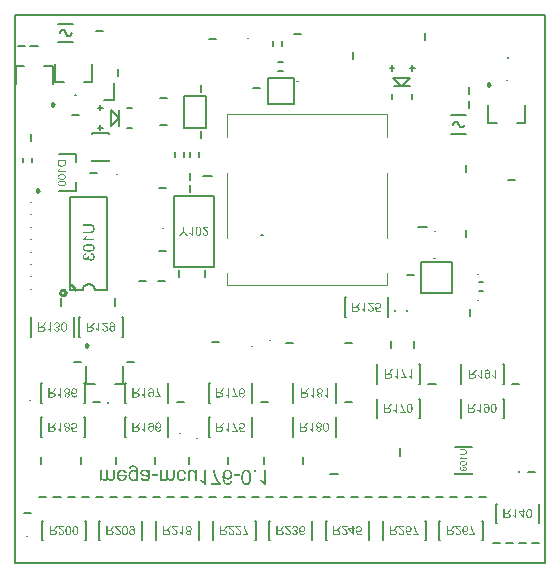
<source format=gbo>
G04*
G04 #@! TF.GenerationSoftware,Altium Limited,Altium Designer,23.8.1 (32)*
G04*
G04 Layer_Color=32896*
%FSLAX25Y25*%
%MOIN*%
G70*
G04*
G04 #@! TF.SameCoordinates,C49055F2-7EE0-495F-8FE0-133C3397B51E*
G04*
G04*
G04 #@! TF.FilePolarity,Positive*
G04*
G01*
G75*
%ADD10C,0.00394*%
%ADD13C,0.00984*%
%ADD14C,0.00787*%
%ADD15C,0.00669*%
%ADD124C,0.00300*%
%ADD125C,0.00500*%
%ADD126C,0.00800*%
%ADD127C,0.00394*%
G36*
X40136Y32917D02*
X40316Y32895D01*
X40398Y32879D01*
X40469Y32862D01*
X40540Y32846D01*
X40606Y32824D01*
X40666Y32802D01*
X40715Y32786D01*
X40759Y32769D01*
X40797Y32753D01*
X40824Y32737D01*
X40846Y32731D01*
X40857Y32720D01*
X40862D01*
X40993Y32638D01*
X41108Y32546D01*
X41201Y32453D01*
X41277Y32360D01*
X41337Y32283D01*
X41381Y32218D01*
X41397Y32191D01*
X41408Y32174D01*
X41414Y32163D01*
Y32158D01*
X41447Y32087D01*
X41474Y32005D01*
X41496Y31912D01*
X41517Y31819D01*
X41545Y31617D01*
X41567Y31421D01*
X41572Y31328D01*
X41578Y31241D01*
X41583Y31159D01*
X41589Y31088D01*
Y31033D01*
Y30989D01*
Y30962D01*
Y30951D01*
Y27795D01*
X41021D01*
Y28243D01*
X40939Y28150D01*
X40857Y28068D01*
X40764Y27997D01*
X40677Y27937D01*
X40584Y27883D01*
X40497Y27844D01*
X40409Y27806D01*
X40327Y27779D01*
X40251Y27757D01*
X40180Y27741D01*
X40114Y27730D01*
X40060Y27719D01*
X40016D01*
X39978Y27713D01*
X39863D01*
X39776Y27724D01*
X39617Y27752D01*
X39476Y27790D01*
X39410Y27812D01*
X39350Y27834D01*
X39295Y27861D01*
X39252Y27883D01*
X39208Y27904D01*
X39175Y27921D01*
X39148Y27937D01*
X39126Y27948D01*
X39115Y27954D01*
X39110Y27959D01*
X38984Y28057D01*
X38870Y28167D01*
X38777Y28281D01*
X38700Y28390D01*
X38640Y28489D01*
X38613Y28532D01*
X38596Y28571D01*
X38580Y28598D01*
X38569Y28620D01*
X38558Y28636D01*
Y28642D01*
X38498Y28811D01*
X38449Y28980D01*
X38416Y29138D01*
X38394Y29286D01*
X38389Y29357D01*
X38383Y29417D01*
X38378Y29466D01*
Y29515D01*
X38373Y29553D01*
Y29581D01*
Y29597D01*
Y29603D01*
X38378Y29744D01*
X38389Y29876D01*
X38411Y30007D01*
X38438Y30127D01*
X38465Y30241D01*
X38504Y30351D01*
X38542Y30449D01*
X38580Y30542D01*
X38618Y30624D01*
X38651Y30695D01*
X38689Y30760D01*
X38717Y30809D01*
X38744Y30853D01*
X38766Y30880D01*
X38777Y30902D01*
X38782Y30907D01*
X38864Y31000D01*
X38951Y31088D01*
X39044Y31159D01*
X39143Y31219D01*
X39235Y31273D01*
X39334Y31317D01*
X39432Y31350D01*
X39525Y31383D01*
X39612Y31404D01*
X39689Y31421D01*
X39765Y31432D01*
X39825Y31437D01*
X39880Y31443D01*
X39918Y31448D01*
X39950D01*
X40060Y31443D01*
X40169Y31426D01*
X40267Y31404D01*
X40360Y31372D01*
X40453Y31339D01*
X40535Y31295D01*
X40611Y31257D01*
X40682Y31208D01*
X40742Y31164D01*
X40802Y31120D01*
X40846Y31082D01*
X40890Y31049D01*
X40917Y31017D01*
X40944Y30995D01*
X40955Y30979D01*
X40961Y30973D01*
Y31082D01*
Y31181D01*
X40955Y31268D01*
Y31350D01*
X40950Y31421D01*
Y31486D01*
X40944Y31541D01*
X40939Y31590D01*
X40933Y31634D01*
Y31666D01*
X40928Y31699D01*
X40922Y31721D01*
Y31737D01*
X40917Y31748D01*
Y31759D01*
X40879Y31868D01*
X40830Y31967D01*
X40775Y32049D01*
X40726Y32114D01*
X40671Y32169D01*
X40633Y32207D01*
X40606Y32234D01*
X40600Y32240D01*
X40595D01*
X40502Y32300D01*
X40393Y32338D01*
X40284Y32371D01*
X40180Y32393D01*
X40082Y32403D01*
X40043Y32409D01*
X40005D01*
X39978Y32414D01*
X39934D01*
X39792Y32409D01*
X39667Y32387D01*
X39563Y32360D01*
X39470Y32327D01*
X39399Y32294D01*
X39350Y32267D01*
X39317Y32245D01*
X39306Y32240D01*
X39246Y32185D01*
X39202Y32120D01*
X39164Y32054D01*
X39137Y31983D01*
X39121Y31923D01*
X39110Y31874D01*
X39099Y31841D01*
Y31836D01*
Y31830D01*
X38498Y31748D01*
Y31857D01*
X38509Y31956D01*
X38526Y32049D01*
X38553Y32136D01*
X38580Y32212D01*
X38613Y32289D01*
X38646Y32354D01*
X38684Y32409D01*
X38722Y32464D01*
X38755Y32507D01*
X38787Y32546D01*
X38820Y32578D01*
X38842Y32600D01*
X38864Y32616D01*
X38875Y32627D01*
X38880Y32633D01*
X38957Y32682D01*
X39044Y32731D01*
X39126Y32769D01*
X39219Y32802D01*
X39394Y32857D01*
X39563Y32890D01*
X39639Y32900D01*
X39710Y32911D01*
X39776Y32917D01*
X39830Y32922D01*
X39874Y32928D01*
X39940D01*
X40136Y32917D01*
D02*
G37*
G36*
X80966Y30744D02*
X80262D01*
Y31448D01*
X80966D01*
Y30744D01*
D02*
G37*
G36*
X36342Y31525D02*
X36456Y31519D01*
X36560Y31503D01*
X36658Y31481D01*
X36751Y31459D01*
X36833Y31432D01*
X36915Y31404D01*
X36986Y31377D01*
X37051Y31350D01*
X37106Y31323D01*
X37155Y31295D01*
X37199Y31273D01*
X37226Y31251D01*
X37253Y31235D01*
X37264Y31230D01*
X37270Y31224D01*
X37346Y31164D01*
X37412Y31099D01*
X37472Y31028D01*
X37532Y30957D01*
X37630Y30809D01*
X37707Y30673D01*
X37734Y30607D01*
X37761Y30547D01*
X37783Y30492D01*
X37799Y30443D01*
X37816Y30405D01*
X37827Y30378D01*
X37832Y30356D01*
Y30351D01*
X37188Y30269D01*
X37133Y30405D01*
X37068Y30525D01*
X37002Y30629D01*
X36942Y30705D01*
X36887Y30771D01*
X36844Y30815D01*
X36816Y30836D01*
X36811Y30847D01*
X36806D01*
X36713Y30907D01*
X36615Y30946D01*
X36516Y30979D01*
X36429Y31000D01*
X36347Y31011D01*
X36281Y31017D01*
X36260Y31022D01*
X36227D01*
X36145Y31017D01*
X36063Y31006D01*
X35987Y30995D01*
X35916Y30973D01*
X35785Y30924D01*
X35675Y30864D01*
X35626Y30836D01*
X35583Y30804D01*
X35550Y30777D01*
X35517Y30755D01*
X35495Y30733D01*
X35479Y30716D01*
X35468Y30711D01*
X35462Y30705D01*
X35408Y30640D01*
X35359Y30574D01*
X35320Y30498D01*
X35282Y30427D01*
X35222Y30269D01*
X35179Y30121D01*
X35162Y30050D01*
X35151Y29985D01*
X35140Y29930D01*
X35135Y29876D01*
X35129Y29837D01*
X35124Y29805D01*
Y29783D01*
Y29777D01*
X37848D01*
X37854Y29706D01*
Y29652D01*
Y29624D01*
Y29614D01*
X37848Y29450D01*
X37832Y29297D01*
X37810Y29149D01*
X37783Y29013D01*
X37745Y28887D01*
X37707Y28773D01*
X37663Y28669D01*
X37625Y28576D01*
X37581Y28494D01*
X37537Y28418D01*
X37499Y28358D01*
X37461Y28308D01*
X37433Y28265D01*
X37412Y28238D01*
X37395Y28221D01*
X37390Y28216D01*
X37302Y28128D01*
X37204Y28052D01*
X37106Y27981D01*
X37008Y27926D01*
X36909Y27877D01*
X36806Y27834D01*
X36713Y27801D01*
X36620Y27773D01*
X36533Y27757D01*
X36451Y27741D01*
X36380Y27730D01*
X36314Y27719D01*
X36265D01*
X36227Y27713D01*
X36194D01*
X36057Y27719D01*
X35921Y27735D01*
X35801Y27762D01*
X35681Y27795D01*
X35572Y27834D01*
X35468Y27877D01*
X35375Y27921D01*
X35293Y27970D01*
X35217Y28019D01*
X35151Y28063D01*
X35091Y28106D01*
X35047Y28145D01*
X35009Y28177D01*
X34982Y28205D01*
X34966Y28221D01*
X34960Y28227D01*
X34878Y28325D01*
X34807Y28434D01*
X34742Y28549D01*
X34687Y28663D01*
X34643Y28784D01*
X34605Y28904D01*
X34572Y29018D01*
X34551Y29133D01*
X34529Y29237D01*
X34518Y29340D01*
X34507Y29428D01*
X34496Y29504D01*
Y29570D01*
X34490Y29619D01*
Y29646D01*
Y29657D01*
X34496Y29821D01*
X34512Y29974D01*
X34534Y30116D01*
X34561Y30247D01*
X34600Y30372D01*
X34638Y30487D01*
X34682Y30591D01*
X34725Y30684D01*
X34764Y30766D01*
X34807Y30836D01*
X34845Y30897D01*
X34884Y30946D01*
X34911Y30989D01*
X34933Y31017D01*
X34949Y31033D01*
X34955Y31038D01*
X35047Y31126D01*
X35146Y31202D01*
X35244Y31268D01*
X35353Y31323D01*
X35457Y31372D01*
X35566Y31410D01*
X35670Y31443D01*
X35768Y31470D01*
X35861Y31486D01*
X35948Y31503D01*
X36025Y31514D01*
X36096Y31525D01*
X36150D01*
X36194Y31530D01*
X36227D01*
X36342Y31525D01*
D02*
G37*
G36*
X56232D02*
X56336Y31514D01*
X56434Y31497D01*
X56533Y31475D01*
X56620Y31448D01*
X56702Y31415D01*
X56778Y31388D01*
X56849Y31350D01*
X56909Y31317D01*
X56969Y31290D01*
X57013Y31257D01*
X57057Y31230D01*
X57084Y31208D01*
X57111Y31191D01*
X57122Y31181D01*
X57128Y31175D01*
X57199Y31104D01*
X57270Y31033D01*
X57330Y30951D01*
X57379Y30869D01*
X57428Y30787D01*
X57472Y30705D01*
X57537Y30553D01*
X57565Y30476D01*
X57586Y30411D01*
X57603Y30351D01*
X57619Y30296D01*
X57630Y30252D01*
X57635Y30220D01*
X57641Y30198D01*
Y30192D01*
X57035Y30110D01*
X57019Y30198D01*
X57002Y30274D01*
X56980Y30351D01*
X56958Y30416D01*
X56931Y30482D01*
X56909Y30536D01*
X56882Y30585D01*
X56855Y30634D01*
X56827Y30673D01*
X56806Y30705D01*
X56762Y30760D01*
X56735Y30793D01*
X56729Y30798D01*
X56724Y30804D01*
X56625Y30875D01*
X56527Y30929D01*
X56423Y30968D01*
X56331Y30995D01*
X56243Y31011D01*
X56210Y31017D01*
X56178D01*
X56150Y31022D01*
X56118D01*
X56036Y31017D01*
X55954Y31006D01*
X55883Y30989D01*
X55812Y30968D01*
X55686Y30918D01*
X55577Y30853D01*
X55533Y30826D01*
X55495Y30793D01*
X55462Y30766D01*
X55430Y30738D01*
X55408Y30722D01*
X55391Y30705D01*
X55386Y30695D01*
X55380Y30689D01*
X55331Y30624D01*
X55288Y30547D01*
X55250Y30465D01*
X55222Y30383D01*
X55168Y30203D01*
X55135Y30028D01*
X55124Y29947D01*
X55118Y29870D01*
X55113Y29799D01*
X55107Y29739D01*
X55102Y29690D01*
Y29652D01*
Y29624D01*
Y29619D01*
X55107Y29488D01*
X55113Y29362D01*
X55129Y29253D01*
X55146Y29149D01*
X55168Y29051D01*
X55195Y28964D01*
X55222Y28887D01*
X55250Y28816D01*
X55271Y28756D01*
X55299Y28702D01*
X55326Y28658D01*
X55348Y28625D01*
X55364Y28593D01*
X55380Y28576D01*
X55386Y28565D01*
X55391Y28560D01*
X55446Y28500D01*
X55506Y28451D01*
X55572Y28401D01*
X55632Y28363D01*
X55697Y28330D01*
X55757Y28303D01*
X55877Y28265D01*
X55986Y28238D01*
X56030Y28232D01*
X56074Y28227D01*
X56107Y28221D01*
X56150D01*
X56260Y28227D01*
X56363Y28249D01*
X56451Y28281D01*
X56527Y28314D01*
X56587Y28352D01*
X56636Y28379D01*
X56664Y28401D01*
X56674Y28412D01*
X56751Y28489D01*
X56817Y28576D01*
X56866Y28669D01*
X56909Y28756D01*
X56942Y28838D01*
X56964Y28904D01*
X56969Y28931D01*
X56975Y28947D01*
X56980Y28958D01*
Y28964D01*
X57581Y28871D01*
X57559Y28773D01*
X57526Y28674D01*
X57494Y28587D01*
X57461Y28505D01*
X57423Y28429D01*
X57379Y28358D01*
X57341Y28298D01*
X57297Y28238D01*
X57259Y28188D01*
X57221Y28145D01*
X57188Y28106D01*
X57155Y28074D01*
X57133Y28052D01*
X57111Y28036D01*
X57100Y28025D01*
X57095Y28019D01*
X57024Y27965D01*
X56947Y27915D01*
X56866Y27877D01*
X56784Y27844D01*
X56620Y27790D01*
X56467Y27752D01*
X56396Y27741D01*
X56331Y27730D01*
X56270Y27724D01*
X56221Y27719D01*
X56183Y27713D01*
X56123D01*
X55954Y27724D01*
X55790Y27746D01*
X55643Y27784D01*
X55577Y27806D01*
X55511Y27823D01*
X55457Y27844D01*
X55408Y27866D01*
X55364Y27883D01*
X55326Y27904D01*
X55293Y27915D01*
X55271Y27926D01*
X55260Y27937D01*
X55255D01*
X55113Y28030D01*
X54993Y28134D01*
X54889Y28249D01*
X54807Y28352D01*
X54742Y28451D01*
X54720Y28494D01*
X54698Y28532D01*
X54682Y28560D01*
X54671Y28582D01*
X54660Y28598D01*
Y28603D01*
X54594Y28773D01*
X54551Y28953D01*
X54518Y29127D01*
X54491Y29286D01*
X54485Y29362D01*
X54480Y29428D01*
X54474Y29488D01*
Y29542D01*
X54469Y29581D01*
Y29614D01*
Y29635D01*
Y29641D01*
X54474Y29805D01*
X54491Y29963D01*
X54512Y30110D01*
X54540Y30247D01*
X54572Y30372D01*
X54611Y30487D01*
X54654Y30591D01*
X54698Y30684D01*
X54736Y30766D01*
X54780Y30842D01*
X54818Y30902D01*
X54851Y30951D01*
X54878Y30995D01*
X54900Y31022D01*
X54916Y31038D01*
X54922Y31044D01*
X55009Y31131D01*
X55102Y31202D01*
X55200Y31268D01*
X55299Y31323D01*
X55402Y31372D01*
X55501Y31410D01*
X55599Y31443D01*
X55692Y31470D01*
X55779Y31492D01*
X55861Y31503D01*
X55937Y31514D01*
X55998Y31525D01*
X56052D01*
X56090Y31530D01*
X56123D01*
X56232Y31525D01*
D02*
G37*
G36*
X75490Y29313D02*
X73584D01*
Y29936D01*
X75490D01*
Y29313D01*
D02*
G37*
G36*
X48102D02*
X46197D01*
Y29936D01*
X48102D01*
Y29313D01*
D02*
G37*
G36*
X53732Y28942D02*
X53726Y28827D01*
X53721Y28723D01*
X53704Y28625D01*
X53688Y28532D01*
X53666Y28451D01*
X53639Y28374D01*
X53611Y28308D01*
X53584Y28249D01*
X53557Y28194D01*
X53530Y28145D01*
X53508Y28106D01*
X53480Y28074D01*
X53464Y28052D01*
X53448Y28036D01*
X53442Y28025D01*
X53437Y28019D01*
X53382Y27965D01*
X53317Y27915D01*
X53251Y27877D01*
X53186Y27844D01*
X53044Y27790D01*
X52913Y27752D01*
X52847Y27741D01*
X52787Y27730D01*
X52738Y27724D01*
X52689Y27719D01*
X52656Y27713D01*
X52601D01*
X52476Y27719D01*
X52356Y27741D01*
X52241Y27773D01*
X52132Y27812D01*
X52034Y27861D01*
X51941Y27915D01*
X51853Y27975D01*
X51777Y28030D01*
X51706Y28090D01*
X51646Y28150D01*
X51591Y28205D01*
X51553Y28254D01*
X51515Y28292D01*
X51493Y28325D01*
X51477Y28347D01*
X51471Y28352D01*
X51422Y28243D01*
X51367Y28150D01*
X51307Y28074D01*
X51247Y28003D01*
X51187Y27954D01*
X51143Y27915D01*
X51111Y27888D01*
X51105Y27883D01*
X51100D01*
X50996Y27828D01*
X50887Y27784D01*
X50778Y27757D01*
X50674Y27735D01*
X50581Y27724D01*
X50543Y27719D01*
X50505Y27713D01*
X50439D01*
X50308Y27719D01*
X50183Y27741D01*
X50073Y27762D01*
X49975Y27795D01*
X49899Y27823D01*
X49866Y27839D01*
X49839Y27850D01*
X49817Y27861D01*
X49800Y27872D01*
X49795Y27877D01*
X49789D01*
X49686Y27943D01*
X49598Y28014D01*
X49522Y28085D01*
X49456Y28156D01*
X49402Y28216D01*
X49364Y28265D01*
X49342Y28298D01*
X49331Y28303D01*
Y27795D01*
X48779D01*
Y31448D01*
X49396D01*
Y29553D01*
Y29461D01*
X49402Y29379D01*
X49407Y29297D01*
X49413Y29226D01*
X49418Y29155D01*
X49429Y29095D01*
X49435Y29040D01*
X49446Y28986D01*
X49456Y28942D01*
X49462Y28904D01*
X49473Y28871D01*
X49478Y28844D01*
X49484Y28822D01*
X49489Y28805D01*
X49495Y28800D01*
Y28795D01*
X49538Y28702D01*
X49587Y28620D01*
X49642Y28549D01*
X49697Y28494D01*
X49740Y28445D01*
X49779Y28418D01*
X49806Y28396D01*
X49817Y28390D01*
X49904Y28341D01*
X49986Y28308D01*
X50068Y28281D01*
X50144Y28265D01*
X50210Y28254D01*
X50259Y28249D01*
X50303D01*
X50423Y28259D01*
X50526Y28281D01*
X50608Y28314D01*
X50679Y28352D01*
X50729Y28390D01*
X50767Y28423D01*
X50789Y28445D01*
X50794Y28456D01*
X50843Y28543D01*
X50881Y28642D01*
X50909Y28745D01*
X50931Y28844D01*
X50941Y28936D01*
Y28975D01*
X50947Y29007D01*
Y29040D01*
Y29062D01*
Y29073D01*
Y29078D01*
Y31448D01*
X51564D01*
Y29330D01*
X51569Y29226D01*
X51575Y29133D01*
X51586Y29040D01*
X51602Y28958D01*
X51624Y28887D01*
X51646Y28816D01*
X51668Y28756D01*
X51695Y28702D01*
X51717Y28658D01*
X51739Y28614D01*
X51761Y28582D01*
X51782Y28554D01*
X51799Y28532D01*
X51810Y28516D01*
X51821Y28511D01*
Y28505D01*
X51870Y28461D01*
X51924Y28418D01*
X52028Y28358D01*
X52137Y28308D01*
X52241Y28281D01*
X52328Y28259D01*
X52367Y28254D01*
X52399D01*
X52427Y28249D01*
X52465D01*
X52541Y28254D01*
X52612Y28265D01*
X52678Y28281D01*
X52732Y28298D01*
X52776Y28319D01*
X52809Y28336D01*
X52831Y28347D01*
X52836Y28352D01*
X52891Y28390D01*
X52940Y28434D01*
X52973Y28478D01*
X53005Y28521D01*
X53027Y28560D01*
X53044Y28587D01*
X53054Y28609D01*
Y28614D01*
X53076Y28685D01*
X53087Y28767D01*
X53098Y28855D01*
X53109Y28942D01*
Y29024D01*
X53115Y29089D01*
Y29111D01*
Y29133D01*
Y29144D01*
Y29149D01*
Y31448D01*
X53732D01*
Y28942D01*
D02*
G37*
G36*
X33781D02*
X33775Y28827D01*
X33770Y28723D01*
X33753Y28625D01*
X33737Y28532D01*
X33715Y28451D01*
X33688Y28374D01*
X33661Y28308D01*
X33633Y28249D01*
X33606Y28194D01*
X33579Y28145D01*
X33557Y28106D01*
X33530Y28074D01*
X33513Y28052D01*
X33497Y28036D01*
X33491Y28025D01*
X33486Y28019D01*
X33431Y27965D01*
X33366Y27915D01*
X33300Y27877D01*
X33235Y27844D01*
X33093Y27790D01*
X32962Y27752D01*
X32896Y27741D01*
X32836Y27730D01*
X32787Y27724D01*
X32738Y27719D01*
X32705Y27713D01*
X32651D01*
X32525Y27719D01*
X32405Y27741D01*
X32290Y27773D01*
X32181Y27812D01*
X32083Y27861D01*
X31990Y27915D01*
X31903Y27975D01*
X31826Y28030D01*
X31755Y28090D01*
X31695Y28150D01*
X31640Y28205D01*
X31602Y28254D01*
X31564Y28292D01*
X31542Y28325D01*
X31526Y28347D01*
X31520Y28352D01*
X31471Y28243D01*
X31417Y28150D01*
X31356Y28074D01*
X31296Y28003D01*
X31236Y27954D01*
X31193Y27915D01*
X31160Y27888D01*
X31155Y27883D01*
X31149D01*
X31045Y27828D01*
X30936Y27784D01*
X30827Y27757D01*
X30723Y27735D01*
X30630Y27724D01*
X30592Y27719D01*
X30554Y27713D01*
X30488D01*
X30357Y27719D01*
X30232Y27741D01*
X30123Y27762D01*
X30024Y27795D01*
X29948Y27823D01*
X29915Y27839D01*
X29888Y27850D01*
X29866Y27861D01*
X29849Y27872D01*
X29844Y27877D01*
X29839D01*
X29735Y27943D01*
X29647Y28014D01*
X29571Y28085D01*
X29506Y28156D01*
X29451Y28216D01*
X29413Y28265D01*
X29391Y28298D01*
X29380Y28303D01*
Y27795D01*
X28828D01*
Y31448D01*
X29445D01*
Y29553D01*
Y29461D01*
X29451Y29379D01*
X29456Y29297D01*
X29462Y29226D01*
X29467Y29155D01*
X29478Y29095D01*
X29484Y29040D01*
X29495Y28986D01*
X29506Y28942D01*
X29511Y28904D01*
X29522Y28871D01*
X29527Y28844D01*
X29533Y28822D01*
X29538Y28805D01*
X29544Y28800D01*
Y28795D01*
X29588Y28702D01*
X29637Y28620D01*
X29691Y28549D01*
X29746Y28494D01*
X29790Y28445D01*
X29828Y28418D01*
X29855Y28396D01*
X29866Y28390D01*
X29953Y28341D01*
X30035Y28308D01*
X30117Y28281D01*
X30193Y28265D01*
X30259Y28254D01*
X30308Y28249D01*
X30352D01*
X30472Y28259D01*
X30576Y28281D01*
X30658Y28314D01*
X30729Y28352D01*
X30778Y28390D01*
X30816Y28423D01*
X30838Y28445D01*
X30843Y28456D01*
X30892Y28543D01*
X30931Y28642D01*
X30958Y28745D01*
X30980Y28844D01*
X30991Y28936D01*
Y28975D01*
X30996Y29007D01*
Y29040D01*
Y29062D01*
Y29073D01*
Y29078D01*
Y31448D01*
X31613D01*
Y29330D01*
X31619Y29226D01*
X31624Y29133D01*
X31635Y29040D01*
X31651Y28958D01*
X31673Y28887D01*
X31695Y28816D01*
X31717Y28756D01*
X31744Y28702D01*
X31766Y28658D01*
X31788Y28614D01*
X31810Y28582D01*
X31831Y28554D01*
X31848Y28532D01*
X31859Y28516D01*
X31870Y28511D01*
Y28505D01*
X31919Y28461D01*
X31973Y28418D01*
X32077Y28358D01*
X32186Y28308D01*
X32290Y28281D01*
X32377Y28259D01*
X32416Y28254D01*
X32449D01*
X32476Y28249D01*
X32514D01*
X32590Y28254D01*
X32661Y28265D01*
X32727Y28281D01*
X32781Y28298D01*
X32825Y28319D01*
X32858Y28336D01*
X32880Y28347D01*
X32885Y28352D01*
X32940Y28390D01*
X32989Y28434D01*
X33022Y28478D01*
X33055Y28521D01*
X33076Y28560D01*
X33093Y28587D01*
X33104Y28609D01*
Y28614D01*
X33125Y28685D01*
X33136Y28767D01*
X33147Y28855D01*
X33158Y28942D01*
Y29024D01*
X33164Y29089D01*
Y29111D01*
Y29133D01*
Y29144D01*
Y29149D01*
Y31448D01*
X33781D01*
Y28942D01*
D02*
G37*
G36*
X43701Y31525D02*
X43827Y31514D01*
X43942Y31492D01*
X44045Y31470D01*
X44127Y31448D01*
X44166Y31437D01*
X44193Y31426D01*
X44215Y31421D01*
X44231Y31415D01*
X44242Y31410D01*
X44248D01*
X44368Y31355D01*
X44488Y31295D01*
X44597Y31224D01*
X44701Y31153D01*
X44788Y31093D01*
X44821Y31060D01*
X44854Y31038D01*
X44881Y31017D01*
X44897Y31000D01*
X44908Y30995D01*
X44914Y30989D01*
X44925Y31088D01*
X44941Y31175D01*
X44963Y31251D01*
X44985Y31317D01*
X45001Y31372D01*
X45017Y31415D01*
X45028Y31437D01*
X45034Y31448D01*
X45678D01*
X45640Y31372D01*
X45607Y31290D01*
X45580Y31219D01*
X45558Y31153D01*
X45542Y31093D01*
X45531Y31049D01*
X45525Y31022D01*
Y31011D01*
X45520Y30962D01*
X45514Y30897D01*
X45509Y30826D01*
X45503Y30744D01*
X45498Y30656D01*
Y30564D01*
X45492Y30378D01*
Y30290D01*
X45487Y30203D01*
Y30127D01*
Y30056D01*
Y30001D01*
Y29958D01*
Y29930D01*
Y29919D01*
Y29095D01*
Y29018D01*
Y28953D01*
X45482Y28893D01*
Y28833D01*
X45476Y28734D01*
X45471Y28658D01*
X45465Y28598D01*
X45460Y28560D01*
X45454Y28532D01*
Y28527D01*
X45432Y28434D01*
X45400Y28352D01*
X45367Y28281D01*
X45334Y28221D01*
X45307Y28172D01*
X45279Y28134D01*
X45263Y28112D01*
X45258Y28106D01*
X45198Y28047D01*
X45132Y27992D01*
X45061Y27943D01*
X44990Y27904D01*
X44925Y27872D01*
X44875Y27850D01*
X44854Y27839D01*
X44837Y27834D01*
X44832Y27828D01*
X44826D01*
X44712Y27790D01*
X44586Y27762D01*
X44460Y27741D01*
X44340Y27730D01*
X44237Y27719D01*
X44188D01*
X44149Y27713D01*
X44073D01*
X43904Y27719D01*
X43745Y27735D01*
X43603Y27757D01*
X43538Y27768D01*
X43483Y27779D01*
X43429Y27790D01*
X43379Y27801D01*
X43341Y27812D01*
X43308Y27823D01*
X43281Y27834D01*
X43259Y27839D01*
X43248Y27844D01*
X43243D01*
X43117Y27899D01*
X43008Y27959D01*
X42915Y28019D01*
X42839Y28079D01*
X42779Y28134D01*
X42735Y28177D01*
X42708Y28205D01*
X42697Y28210D01*
Y28216D01*
X42631Y28308D01*
X42577Y28412D01*
X42533Y28516D01*
X42495Y28614D01*
X42468Y28702D01*
X42457Y28740D01*
X42446Y28773D01*
X42440Y28800D01*
X42435Y28822D01*
X42429Y28833D01*
Y28838D01*
X43035Y28920D01*
X43057Y28849D01*
X43079Y28784D01*
X43123Y28674D01*
X43177Y28576D01*
X43227Y28505D01*
X43270Y28451D01*
X43308Y28407D01*
X43330Y28385D01*
X43341Y28379D01*
X43429Y28330D01*
X43532Y28292D01*
X43636Y28265D01*
X43740Y28243D01*
X43838Y28232D01*
X43876D01*
X43914Y28227D01*
X43986D01*
X44149Y28238D01*
X44291Y28259D01*
X44411Y28292D01*
X44510Y28330D01*
X44586Y28374D01*
X44613Y28390D01*
X44641Y28407D01*
X44662Y28418D01*
X44673Y28429D01*
X44684Y28440D01*
X44744Y28505D01*
X44788Y28587D01*
X44821Y28674D01*
X44843Y28762D01*
X44854Y28844D01*
X44864Y28909D01*
Y28931D01*
Y28953D01*
Y28964D01*
Y28969D01*
Y28986D01*
Y29007D01*
Y29062D01*
X44859Y29084D01*
Y29106D01*
Y29122D01*
Y29127D01*
X44788Y29149D01*
X44712Y29171D01*
X44624Y29193D01*
X44537Y29215D01*
X44357Y29253D01*
X44177Y29286D01*
X44089Y29297D01*
X44013Y29308D01*
X43942Y29319D01*
X43876Y29330D01*
X43827Y29335D01*
X43789Y29340D01*
X43767Y29346D01*
X43756D01*
X43625Y29362D01*
X43516Y29379D01*
X43418Y29395D01*
X43341Y29406D01*
X43281Y29422D01*
X43238Y29428D01*
X43216Y29439D01*
X43205D01*
X43117Y29466D01*
X43030Y29499D01*
X42954Y29532D01*
X42888Y29564D01*
X42833Y29592D01*
X42795Y29619D01*
X42768Y29635D01*
X42757Y29641D01*
X42686Y29695D01*
X42626Y29750D01*
X42571Y29810D01*
X42528Y29865D01*
X42489Y29919D01*
X42462Y29958D01*
X42446Y29985D01*
X42440Y29996D01*
X42402Y30083D01*
X42369Y30165D01*
X42347Y30247D01*
X42336Y30323D01*
X42326Y30389D01*
X42320Y30443D01*
Y30476D01*
Y30482D01*
Y30487D01*
X42326Y30569D01*
X42336Y30651D01*
X42347Y30727D01*
X42369Y30798D01*
X42424Y30929D01*
X42484Y31033D01*
X42511Y31082D01*
X42539Y31120D01*
X42566Y31159D01*
X42593Y31186D01*
X42615Y31208D01*
X42626Y31224D01*
X42637Y31235D01*
X42642Y31241D01*
X42708Y31290D01*
X42773Y31333D01*
X42850Y31377D01*
X42921Y31410D01*
X43074Y31459D01*
X43227Y31492D01*
X43292Y31508D01*
X43358Y31514D01*
X43418Y31519D01*
X43467Y31525D01*
X43505Y31530D01*
X43565D01*
X43701Y31525D01*
D02*
G37*
G36*
X71624Y31519D02*
X71777Y31497D01*
X71919Y31464D01*
X72039Y31421D01*
X72088Y31404D01*
X72137Y31383D01*
X72176Y31366D01*
X72208Y31350D01*
X72236Y31339D01*
X72257Y31328D01*
X72268Y31317D01*
X72274D01*
X72399Y31230D01*
X72514Y31126D01*
X72612Y31022D01*
X72689Y30924D01*
X72754Y30831D01*
X72776Y30793D01*
X72798Y30760D01*
X72814Y30733D01*
X72825Y30711D01*
X72836Y30700D01*
Y30695D01*
X72907Y30536D01*
X72956Y30383D01*
X72994Y30236D01*
X73016Y30099D01*
X73027Y30039D01*
X73033Y29979D01*
X73038Y29930D01*
Y29892D01*
X73044Y29854D01*
Y29832D01*
Y29816D01*
Y29810D01*
X73038Y29679D01*
X73027Y29553D01*
X73005Y29433D01*
X72978Y29324D01*
X72940Y29220D01*
X72907Y29122D01*
X72863Y29035D01*
X72825Y28953D01*
X72787Y28882D01*
X72743Y28816D01*
X72711Y28762D01*
X72678Y28718D01*
X72645Y28680D01*
X72623Y28658D01*
X72612Y28642D01*
X72607Y28636D01*
X72525Y28554D01*
X72438Y28483D01*
X72350Y28423D01*
X72257Y28369D01*
X72170Y28325D01*
X72083Y28287D01*
X71995Y28259D01*
X71919Y28232D01*
X71842Y28216D01*
X71771Y28199D01*
X71711Y28194D01*
X71657Y28183D01*
X71613D01*
X71580Y28177D01*
X71553D01*
X71422Y28183D01*
X71296Y28205D01*
X71182Y28232D01*
X71078Y28259D01*
X70991Y28292D01*
X70958Y28308D01*
X70925Y28319D01*
X70903Y28330D01*
X70887Y28341D01*
X70876Y28347D01*
X70871D01*
X70756Y28418D01*
X70652Y28494D01*
X70559Y28576D01*
X70477Y28658D01*
X70417Y28734D01*
X70368Y28795D01*
X70352Y28816D01*
X70341Y28833D01*
X70330Y28843D01*
X70335Y28713D01*
X70341Y28582D01*
X70346Y28461D01*
X70357Y28352D01*
X70374Y28249D01*
X70390Y28150D01*
X70401Y28063D01*
X70417Y27986D01*
X70434Y27921D01*
X70450Y27861D01*
X70467Y27806D01*
X70477Y27768D01*
X70488Y27735D01*
X70499Y27708D01*
X70505Y27697D01*
Y27692D01*
X70576Y27550D01*
X70647Y27424D01*
X70723Y27315D01*
X70799Y27228D01*
X70865Y27156D01*
X70914Y27107D01*
X70936Y27091D01*
X70952Y27080D01*
X70958Y27069D01*
X70963D01*
X71051Y27014D01*
X71138Y26971D01*
X71225Y26943D01*
X71307Y26922D01*
X71378Y26911D01*
X71438Y26900D01*
X71487D01*
X71553Y26905D01*
X71618Y26911D01*
X71739Y26943D01*
X71848Y26982D01*
X71935Y27031D01*
X72012Y27080D01*
X72066Y27124D01*
X72083Y27140D01*
X72099Y27156D01*
X72105Y27162D01*
X72110Y27167D01*
X72164Y27238D01*
X72208Y27320D01*
X72252Y27408D01*
X72285Y27495D01*
X72312Y27571D01*
X72328Y27637D01*
X72334Y27664D01*
X72339Y27681D01*
X72345Y27692D01*
Y27697D01*
X72962Y27648D01*
X72945Y27539D01*
X72918Y27440D01*
X72891Y27348D01*
X72858Y27260D01*
X72820Y27178D01*
X72781Y27102D01*
X72743Y27031D01*
X72705Y26971D01*
X72667Y26916D01*
X72629Y26867D01*
X72596Y26823D01*
X72563Y26791D01*
X72541Y26763D01*
X72519Y26747D01*
X72509Y26736D01*
X72503Y26731D01*
X72427Y26671D01*
X72350Y26621D01*
X72274Y26572D01*
X72192Y26534D01*
X72105Y26501D01*
X72028Y26474D01*
X71870Y26436D01*
X71799Y26419D01*
X71733Y26408D01*
X71673Y26403D01*
X71624Y26397D01*
X71586Y26392D01*
X71526D01*
X71378Y26397D01*
X71242Y26419D01*
X71111Y26447D01*
X70991Y26485D01*
X70876Y26529D01*
X70772Y26578D01*
X70674Y26627D01*
X70587Y26682D01*
X70510Y26736D01*
X70445Y26785D01*
X70385Y26834D01*
X70341Y26878D01*
X70303Y26916D01*
X70275Y26943D01*
X70259Y26965D01*
X70253Y26971D01*
X70161Y27102D01*
X70073Y27249D01*
X70002Y27413D01*
X69942Y27582D01*
X69888Y27757D01*
X69844Y27932D01*
X69811Y28106D01*
X69779Y28281D01*
X69757Y28445D01*
X69740Y28598D01*
X69729Y28734D01*
X69724Y28855D01*
X69718Y28909D01*
Y28953D01*
X69713Y28997D01*
Y29029D01*
Y29057D01*
Y29078D01*
Y29089D01*
Y29095D01*
X69718Y29330D01*
X69735Y29548D01*
X69757Y29750D01*
X69789Y29936D01*
X69828Y30105D01*
X69866Y30258D01*
X69910Y30394D01*
X69959Y30514D01*
X70002Y30624D01*
X70046Y30716D01*
X70084Y30793D01*
X70122Y30853D01*
X70155Y30902D01*
X70177Y30935D01*
X70193Y30957D01*
X70199Y30962D01*
X70292Y31060D01*
X70395Y31148D01*
X70494Y31224D01*
X70603Y31290D01*
X70707Y31344D01*
X70811Y31393D01*
X70914Y31426D01*
X71013Y31459D01*
X71105Y31481D01*
X71187Y31497D01*
X71264Y31514D01*
X71329Y31519D01*
X71384Y31525D01*
X71427Y31530D01*
X71460D01*
X71624Y31519D01*
D02*
G37*
G36*
X59536Y31525D02*
X59661Y31503D01*
X59776Y31475D01*
X59890Y31432D01*
X59994Y31388D01*
X60087Y31333D01*
X60174Y31279D01*
X60256Y31219D01*
X60327Y31164D01*
X60387Y31109D01*
X60442Y31055D01*
X60486Y31011D01*
X60518Y30968D01*
X60540Y30940D01*
X60557Y30918D01*
X60562Y30913D01*
Y31448D01*
X61114D01*
Y27795D01*
X60496D01*
Y29755D01*
X60491Y29919D01*
X60480Y30061D01*
X60464Y30181D01*
X60447Y30285D01*
X60436Y30329D01*
X60426Y30362D01*
X60415Y30394D01*
X60409Y30422D01*
X60404Y30438D01*
X60398Y30454D01*
X60393Y30460D01*
Y30465D01*
X60349Y30553D01*
X60295Y30629D01*
X60234Y30695D01*
X60180Y30749D01*
X60125Y30793D01*
X60082Y30826D01*
X60054Y30847D01*
X60049Y30853D01*
X60043D01*
X59951Y30902D01*
X59863Y30935D01*
X59776Y30962D01*
X59694Y30979D01*
X59623Y30989D01*
X59574Y30995D01*
X59525D01*
X59426Y30989D01*
X59333Y30973D01*
X59252Y30951D01*
X59186Y30924D01*
X59131Y30902D01*
X59088Y30880D01*
X59066Y30864D01*
X59055Y30858D01*
X58990Y30804D01*
X58935Y30738D01*
X58891Y30678D01*
X58859Y30618D01*
X58831Y30564D01*
X58815Y30514D01*
X58809Y30487D01*
X58804Y30476D01*
X58798Y30443D01*
X58793Y30400D01*
X58788Y30301D01*
X58777Y30192D01*
Y30083D01*
X58771Y29985D01*
Y29941D01*
Y29897D01*
Y29865D01*
Y29843D01*
Y29826D01*
Y29821D01*
Y27795D01*
X58154D01*
Y30061D01*
Y30198D01*
X58160Y30318D01*
X58165Y30416D01*
X58171Y30498D01*
X58176Y30558D01*
X58182Y30607D01*
X58187Y30629D01*
Y30640D01*
X58214Y30738D01*
X58241Y30826D01*
X58274Y30902D01*
X58307Y30968D01*
X58334Y31022D01*
X58356Y31066D01*
X58373Y31088D01*
X58378Y31099D01*
X58433Y31164D01*
X58498Y31224D01*
X58569Y31279D01*
X58635Y31323D01*
X58700Y31361D01*
X58749Y31388D01*
X58782Y31404D01*
X58788Y31410D01*
X58793D01*
X58902Y31448D01*
X59006Y31481D01*
X59110Y31503D01*
X59202Y31514D01*
X59284Y31525D01*
X59344Y31530D01*
X59399D01*
X59536Y31525D01*
D02*
G37*
G36*
X84198Y26392D02*
X83800D01*
X83729Y26518D01*
X83647Y26638D01*
X83554Y26752D01*
X83461Y26851D01*
X83379Y26943D01*
X83341Y26976D01*
X83314Y27009D01*
X83286Y27036D01*
X83265Y27053D01*
X83254Y27064D01*
X83248Y27069D01*
X83101Y27195D01*
X82943Y27304D01*
X82790Y27408D01*
X82648Y27495D01*
X82588Y27528D01*
X82528Y27560D01*
X82473Y27593D01*
X82429Y27615D01*
X82391Y27632D01*
X82364Y27648D01*
X82347Y27653D01*
X82342Y27659D01*
Y28254D01*
X82451Y28210D01*
X82566Y28161D01*
X82675Y28106D01*
X82773Y28057D01*
X82861Y28008D01*
X82899Y27992D01*
X82932Y27970D01*
X82959Y27959D01*
X82975Y27948D01*
X82986Y27937D01*
X82992D01*
X83123Y27855D01*
X83237Y27779D01*
X83341Y27708D01*
X83423Y27642D01*
X83494Y27588D01*
X83543Y27550D01*
X83570Y27522D01*
X83581Y27511D01*
Y31448D01*
X84198D01*
Y26392D01*
D02*
G37*
G36*
X64242D02*
X63844D01*
X63772Y26518D01*
X63691Y26638D01*
X63598Y26752D01*
X63505Y26851D01*
X63423Y26943D01*
X63385Y26976D01*
X63358Y27009D01*
X63330Y27036D01*
X63308Y27053D01*
X63297Y27064D01*
X63292Y27069D01*
X63145Y27195D01*
X62986Y27304D01*
X62833Y27408D01*
X62691Y27495D01*
X62631Y27528D01*
X62571Y27560D01*
X62517Y27593D01*
X62473Y27615D01*
X62435Y27632D01*
X62407Y27648D01*
X62391Y27653D01*
X62386Y27659D01*
Y28254D01*
X62495Y28210D01*
X62609Y28161D01*
X62719Y28106D01*
X62817Y28057D01*
X62904Y28008D01*
X62943Y27992D01*
X62975Y27970D01*
X63003Y27959D01*
X63019Y27948D01*
X63030Y27937D01*
X63035D01*
X63166Y27855D01*
X63281Y27779D01*
X63385Y27708D01*
X63467Y27642D01*
X63538Y27588D01*
X63587Y27550D01*
X63614Y27522D01*
X63625Y27511D01*
Y31448D01*
X64242D01*
Y26392D01*
D02*
G37*
G36*
X67229Y31175D02*
X67245Y31044D01*
X67267Y30918D01*
X67283Y30798D01*
X67305Y30684D01*
X67321Y30574D01*
X67343Y30476D01*
X67360Y30389D01*
X67382Y30307D01*
X67398Y30236D01*
X67414Y30176D01*
X67425Y30132D01*
X67436Y30094D01*
X67442Y30072D01*
Y30067D01*
X67545Y29734D01*
X67605Y29570D01*
X67665Y29412D01*
X67725Y29264D01*
X67786Y29117D01*
X67846Y28980D01*
X67900Y28855D01*
X67955Y28740D01*
X68004Y28636D01*
X68053Y28543D01*
X68091Y28467D01*
X68124Y28401D01*
X68146Y28358D01*
X68162Y28330D01*
X68168Y28319D01*
X68255Y28167D01*
X68348Y28019D01*
X68435Y27877D01*
X68517Y27752D01*
X68599Y27632D01*
X68681Y27517D01*
X68757Y27413D01*
X68828Y27320D01*
X68894Y27238D01*
X68949Y27167D01*
X69003Y27107D01*
X69047Y27053D01*
X69080Y27014D01*
X69107Y26982D01*
X69123Y26965D01*
X69129Y26960D01*
Y26474D01*
X65869D01*
Y27069D01*
X68337D01*
X68250Y27173D01*
X68162Y27282D01*
X67999Y27506D01*
X67846Y27724D01*
X67775Y27834D01*
X67709Y27932D01*
X67655Y28030D01*
X67600Y28117D01*
X67556Y28194D01*
X67513Y28259D01*
X67485Y28314D01*
X67463Y28358D01*
X67447Y28379D01*
X67442Y28390D01*
X67294Y28685D01*
X67169Y28975D01*
X67109Y29111D01*
X67059Y29248D01*
X67010Y29379D01*
X66967Y29499D01*
X66928Y29608D01*
X66896Y29706D01*
X66868Y29799D01*
X66847Y29876D01*
X66825Y29936D01*
X66814Y29979D01*
X66808Y30007D01*
X66803Y30018D01*
X66765Y30170D01*
X66726Y30318D01*
X66699Y30460D01*
X66672Y30596D01*
X66650Y30722D01*
X66634Y30842D01*
X66617Y30946D01*
X66606Y31049D01*
X66595Y31137D01*
X66590Y31219D01*
X66584Y31284D01*
X66579Y31344D01*
X66574Y31388D01*
Y31421D01*
Y31443D01*
Y31448D01*
X67207D01*
X67229Y31175D01*
D02*
G37*
G36*
X77745Y31525D02*
X77838Y31519D01*
X77930Y31503D01*
X78018Y31486D01*
X78100Y31459D01*
X78171Y31437D01*
X78241Y31410D01*
X78302Y31383D01*
X78362Y31355D01*
X78411Y31328D01*
X78454Y31301D01*
X78487Y31279D01*
X78514Y31262D01*
X78536Y31246D01*
X78547Y31241D01*
X78553Y31235D01*
X78618Y31175D01*
X78684Y31115D01*
X78793Y30979D01*
X78886Y30842D01*
X78962Y30705D01*
X78995Y30640D01*
X79022Y30580D01*
X79044Y30531D01*
X79066Y30482D01*
X79082Y30449D01*
X79088Y30416D01*
X79099Y30400D01*
Y30394D01*
X79132Y30290D01*
X79159Y30176D01*
X79208Y29941D01*
X79241Y29701D01*
X79252Y29586D01*
X79263Y29471D01*
X79268Y29368D01*
X79273Y29269D01*
X79279Y29188D01*
X79284Y29111D01*
Y29051D01*
Y29002D01*
Y28975D01*
Y28964D01*
Y28827D01*
X79279Y28696D01*
X79273Y28576D01*
X79268Y28461D01*
X79257Y28358D01*
X79246Y28259D01*
X79235Y28172D01*
X79230Y28090D01*
X79219Y28019D01*
X79208Y27959D01*
X79197Y27904D01*
X79186Y27861D01*
X79181Y27823D01*
X79175Y27801D01*
X79170Y27784D01*
Y27779D01*
X79126Y27621D01*
X79071Y27473D01*
X79022Y27348D01*
X78973Y27238D01*
X78946Y27195D01*
X78930Y27151D01*
X78908Y27113D01*
X78891Y27086D01*
X78875Y27064D01*
X78869Y27047D01*
X78859Y27036D01*
Y27031D01*
X78782Y26922D01*
X78695Y26823D01*
X78613Y26741D01*
X78531Y26676D01*
X78460Y26621D01*
X78405Y26589D01*
X78383Y26572D01*
X78367Y26561D01*
X78356Y26556D01*
X78351D01*
X78231Y26501D01*
X78110Y26463D01*
X77990Y26430D01*
X77881Y26414D01*
X77783Y26403D01*
X77745Y26397D01*
X77706Y26392D01*
X77641D01*
X77543Y26397D01*
X77444Y26403D01*
X77351Y26419D01*
X77264Y26436D01*
X77188Y26458D01*
X77111Y26485D01*
X77040Y26512D01*
X76980Y26539D01*
X76920Y26567D01*
X76871Y26594D01*
X76827Y26616D01*
X76795Y26643D01*
X76767Y26660D01*
X76745Y26676D01*
X76735Y26682D01*
X76729Y26687D01*
X76664Y26747D01*
X76604Y26807D01*
X76494Y26943D01*
X76396Y27080D01*
X76320Y27217D01*
X76287Y27282D01*
X76259Y27337D01*
X76238Y27391D01*
X76216Y27435D01*
X76205Y27473D01*
X76194Y27506D01*
X76183Y27522D01*
Y27528D01*
X76150Y27632D01*
X76123Y27746D01*
X76079Y27981D01*
X76047Y28221D01*
X76036Y28336D01*
X76025Y28451D01*
X76019Y28554D01*
X76014Y28653D01*
X76008Y28740D01*
Y28816D01*
X76003Y28876D01*
Y28925D01*
Y28953D01*
Y28964D01*
X76008Y29220D01*
X76025Y29461D01*
X76047Y29679D01*
X76079Y29881D01*
X76118Y30067D01*
X76161Y30236D01*
X76205Y30383D01*
X76254Y30520D01*
X76298Y30634D01*
X76341Y30738D01*
X76385Y30820D01*
X76423Y30891D01*
X76456Y30946D01*
X76478Y30984D01*
X76494Y31006D01*
X76500Y31011D01*
X76582Y31104D01*
X76669Y31181D01*
X76762Y31251D01*
X76855Y31312D01*
X76947Y31361D01*
X77046Y31404D01*
X77139Y31437D01*
X77226Y31464D01*
X77313Y31486D01*
X77390Y31503D01*
X77461Y31514D01*
X77521Y31519D01*
X77570Y31525D01*
X77608Y31530D01*
X77641D01*
X77745Y31525D01*
D02*
G37*
G36*
X146559Y11891D02*
X146500Y11806D01*
X146441Y11727D01*
X146385Y11658D01*
X146336Y11599D01*
X146293Y11553D01*
X146274Y11534D01*
X146257Y11517D01*
X146244Y11504D01*
X146234Y11494D01*
X146231Y11491D01*
X146228Y11488D01*
X146195Y11462D01*
X146156Y11432D01*
X146116Y11409D01*
X146077Y11386D01*
X146041Y11366D01*
X146011Y11350D01*
X145992Y11340D01*
X145988Y11337D01*
X145985D01*
X146064Y11324D01*
X146139Y11307D01*
X146208Y11288D01*
X146271Y11268D01*
X146329Y11245D01*
X146382Y11222D01*
X146428Y11199D01*
X146471Y11176D01*
X146510Y11153D01*
X146543Y11130D01*
X146569Y11111D01*
X146592Y11094D01*
X146608Y11078D01*
X146622Y11068D01*
X146628Y11061D01*
X146631Y11058D01*
X146667Y11016D01*
X146700Y10973D01*
X146730Y10927D01*
X146753Y10881D01*
X146772Y10835D01*
X146789Y10789D01*
X146815Y10704D01*
X146825Y10665D01*
X146831Y10628D01*
X146835Y10596D01*
X146838Y10566D01*
X146841Y10546D01*
Y10527D01*
Y10517D01*
Y10514D01*
X146835Y10422D01*
X146821Y10336D01*
X146802Y10261D01*
X146779Y10192D01*
X146766Y10163D01*
X146753Y10136D01*
X146743Y10114D01*
X146733Y10094D01*
X146726Y10077D01*
X146720Y10068D01*
X146713Y10061D01*
Y10058D01*
X146664Y9985D01*
X146608Y9927D01*
X146553Y9874D01*
X146497Y9835D01*
X146451Y9805D01*
X146412Y9786D01*
X146395Y9779D01*
X146385Y9772D01*
X146379Y9769D01*
X146376D01*
X146333Y9756D01*
X146290Y9743D01*
X146192Y9723D01*
X146090Y9707D01*
X145992Y9697D01*
X145942Y9694D01*
X145900Y9690D01*
X145864D01*
X145828Y9687D01*
X144421D01*
Y12715D01*
X144821D01*
Y11370D01*
X145336D01*
X145382Y11373D01*
X145421Y11376D01*
X145454D01*
X145477Y11379D01*
X145493Y11383D01*
X145503Y11386D01*
X145506D01*
X145542Y11396D01*
X145575Y11409D01*
X145605Y11422D01*
X145634Y11435D01*
X145657Y11448D01*
X145674Y11458D01*
X145687Y11465D01*
X145690Y11468D01*
X145723Y11491D01*
X145759Y11524D01*
X145795Y11557D01*
X145824Y11590D01*
X145854Y11619D01*
X145874Y11645D01*
X145887Y11662D01*
X145893Y11665D01*
Y11668D01*
X145939Y11727D01*
X145988Y11793D01*
X146034Y11862D01*
X146080Y11931D01*
X146120Y11990D01*
X146139Y12016D01*
X146152Y12039D01*
X146166Y12059D01*
X146175Y12072D01*
X146179Y12082D01*
X146182Y12085D01*
X146582Y12715D01*
X147084D01*
X146559Y11891D01*
D02*
G37*
G36*
X150800Y12757D02*
X150892Y12744D01*
X150977Y12724D01*
X151049Y12698D01*
X151079Y12688D01*
X151109Y12675D01*
X151131Y12665D01*
X151151Y12655D01*
X151168Y12649D01*
X151181Y12642D01*
X151187Y12636D01*
X151190D01*
X151266Y12583D01*
X151335Y12521D01*
X151394Y12459D01*
X151440Y12400D01*
X151479Y12344D01*
X151492Y12321D01*
X151505Y12301D01*
X151515Y12285D01*
X151522Y12272D01*
X151528Y12265D01*
Y12262D01*
X151571Y12167D01*
X151601Y12075D01*
X151623Y11986D01*
X151637Y11904D01*
X151643Y11868D01*
X151646Y11832D01*
X151650Y11803D01*
Y11780D01*
X151653Y11757D01*
Y11744D01*
Y11734D01*
Y11731D01*
X151650Y11652D01*
X151643Y11576D01*
X151630Y11504D01*
X151614Y11439D01*
X151591Y11376D01*
X151571Y11317D01*
X151545Y11265D01*
X151522Y11215D01*
X151499Y11173D01*
X151473Y11134D01*
X151453Y11101D01*
X151433Y11074D01*
X151414Y11051D01*
X151400Y11038D01*
X151394Y11029D01*
X151391Y11025D01*
X151341Y10976D01*
X151289Y10933D01*
X151236Y10897D01*
X151181Y10865D01*
X151128Y10838D01*
X151076Y10815D01*
X151023Y10799D01*
X150977Y10783D01*
X150931Y10773D01*
X150889Y10763D01*
X150853Y10760D01*
X150820Y10753D01*
X150794D01*
X150774Y10750D01*
X150758D01*
X150679Y10753D01*
X150603Y10766D01*
X150534Y10783D01*
X150472Y10799D01*
X150420Y10819D01*
X150400Y10829D01*
X150380Y10835D01*
X150367Y10842D01*
X150357Y10848D01*
X150351Y10852D01*
X150347D01*
X150279Y10894D01*
X150216Y10940D01*
X150161Y10989D01*
X150111Y11038D01*
X150075Y11084D01*
X150046Y11120D01*
X150036Y11134D01*
X150029Y11143D01*
X150023Y11150D01*
X150023Y11153D01*
Y11150D01*
X150023Y11150D01*
X150026Y11071D01*
X150029Y10993D01*
X150033Y10920D01*
X150039Y10855D01*
X150049Y10792D01*
X150059Y10733D01*
X150066Y10681D01*
X150075Y10635D01*
X150085Y10596D01*
X150095Y10560D01*
X150105Y10527D01*
X150111Y10504D01*
X150118Y10484D01*
X150125Y10468D01*
X150128Y10461D01*
Y10458D01*
X150170Y10373D01*
X150213Y10297D01*
X150259Y10232D01*
X150305Y10179D01*
X150344Y10136D01*
X150374Y10107D01*
X150387Y10097D01*
X150397Y10091D01*
X150400Y10084D01*
X150403D01*
X150456Y10051D01*
X150508Y10025D01*
X150561Y10008D01*
X150610Y9995D01*
X150653Y9989D01*
X150689Y9982D01*
X150718D01*
X150758Y9985D01*
X150797Y9989D01*
X150869Y10008D01*
X150935Y10031D01*
X150987Y10061D01*
X151033Y10091D01*
X151066Y10117D01*
X151076Y10127D01*
X151085Y10136D01*
X151089Y10140D01*
X151092Y10143D01*
X151125Y10186D01*
X151151Y10235D01*
X151177Y10287D01*
X151197Y10340D01*
X151213Y10386D01*
X151223Y10425D01*
X151227Y10441D01*
X151230Y10451D01*
X151233Y10458D01*
Y10461D01*
X151604Y10432D01*
X151594Y10366D01*
X151577Y10307D01*
X151561Y10251D01*
X151541Y10199D01*
X151518Y10149D01*
X151496Y10104D01*
X151473Y10061D01*
X151450Y10025D01*
X151427Y9992D01*
X151404Y9963D01*
X151384Y9936D01*
X151364Y9917D01*
X151351Y9900D01*
X151338Y9890D01*
X151331Y9884D01*
X151328Y9881D01*
X151282Y9844D01*
X151236Y9815D01*
X151190Y9786D01*
X151141Y9763D01*
X151089Y9743D01*
X151043Y9726D01*
X150948Y9703D01*
X150905Y9694D01*
X150866Y9687D01*
X150830Y9684D01*
X150800Y9680D01*
X150777Y9677D01*
X150741D01*
X150653Y9680D01*
X150571Y9694D01*
X150492Y9710D01*
X150420Y9733D01*
X150351Y9759D01*
X150288Y9789D01*
X150229Y9818D01*
X150177Y9851D01*
X150131Y9884D01*
X150092Y9913D01*
X150056Y9943D01*
X150029Y9969D01*
X150006Y9992D01*
X149990Y10008D01*
X149980Y10022D01*
X149977Y10025D01*
X149921Y10104D01*
X149869Y10192D01*
X149826Y10291D01*
X149790Y10392D01*
X149757Y10497D01*
X149731Y10602D01*
X149711Y10707D01*
X149691Y10812D01*
X149678Y10910D01*
X149669Y11002D01*
X149662Y11084D01*
X149659Y11157D01*
X149655Y11189D01*
Y11215D01*
X149652Y11242D01*
Y11261D01*
Y11278D01*
Y11291D01*
Y11298D01*
Y11301D01*
X149655Y11442D01*
X149665Y11573D01*
X149678Y11694D01*
X149698Y11806D01*
X149721Y11908D01*
X149744Y11999D01*
X149770Y12082D01*
X149800Y12154D01*
X149826Y12219D01*
X149852Y12275D01*
X149875Y12321D01*
X149898Y12357D01*
X149918Y12387D01*
X149931Y12406D01*
X149941Y12419D01*
X149944Y12423D01*
X150000Y12482D01*
X150062Y12534D01*
X150121Y12580D01*
X150187Y12619D01*
X150249Y12652D01*
X150311Y12682D01*
X150374Y12701D01*
X150433Y12721D01*
X150489Y12734D01*
X150538Y12744D01*
X150584Y12754D01*
X150623Y12757D01*
X150656Y12760D01*
X150682Y12764D01*
X150702D01*
X150800Y12757D01*
D02*
G37*
G36*
X149272Y12357D02*
X147779D01*
X147832Y12285D01*
X147858Y12252D01*
X147884Y12223D01*
X147907Y12196D01*
X147924Y12177D01*
X147937Y12163D01*
X147940Y12160D01*
X147960Y12140D01*
X147986Y12114D01*
X148015Y12088D01*
X148048Y12059D01*
X148117Y11993D01*
X148189Y11931D01*
X148258Y11872D01*
X148288Y11845D01*
X148317Y11822D01*
X148337Y11803D01*
X148357Y11789D01*
X148366Y11780D01*
X148370Y11776D01*
X148442Y11714D01*
X148511Y11655D01*
X148573Y11603D01*
X148629Y11550D01*
X148681Y11504D01*
X148727Y11458D01*
X148770Y11419D01*
X148809Y11383D01*
X148842Y11353D01*
X148868Y11324D01*
X148891Y11301D01*
X148911Y11281D01*
X148924Y11265D01*
X148937Y11255D01*
X148940Y11248D01*
X148944Y11245D01*
X149006Y11173D01*
X149055Y11107D01*
X149098Y11045D01*
X149134Y10989D01*
X149160Y10943D01*
X149180Y10907D01*
X149186Y10894D01*
X149190Y10884D01*
X149193Y10881D01*
Y10878D01*
X149219Y10812D01*
X149236Y10746D01*
X149249Y10688D01*
X149259Y10632D01*
X149265Y10586D01*
X149268Y10550D01*
Y10537D01*
Y10527D01*
Y10524D01*
Y10520D01*
X149265Y10455D01*
X149259Y10392D01*
X149246Y10333D01*
X149229Y10274D01*
X149209Y10222D01*
X149186Y10172D01*
X149163Y10127D01*
X149141Y10087D01*
X149118Y10048D01*
X149095Y10015D01*
X149072Y9985D01*
X149052Y9963D01*
X149036Y9946D01*
X149022Y9930D01*
X149016Y9923D01*
X149013Y9920D01*
X148963Y9877D01*
X148911Y9841D01*
X148855Y9808D01*
X148796Y9779D01*
X148740Y9756D01*
X148681Y9736D01*
X148626Y9720D01*
X148570Y9707D01*
X148521Y9697D01*
X148471Y9690D01*
X148429Y9684D01*
X148393Y9680D01*
X148363Y9677D01*
X148320D01*
X148242Y9680D01*
X148166Y9687D01*
X148098Y9697D01*
X148032Y9713D01*
X147969Y9730D01*
X147914Y9749D01*
X147861Y9769D01*
X147815Y9789D01*
X147773Y9812D01*
X147737Y9831D01*
X147704Y9851D01*
X147678Y9867D01*
X147658Y9884D01*
X147645Y9894D01*
X147635Y9900D01*
X147632Y9904D01*
X147586Y9946D01*
X147546Y9995D01*
X147510Y10045D01*
X147477Y10100D01*
X147451Y10153D01*
X147425Y10205D01*
X147405Y10261D01*
X147389Y10310D01*
X147373Y10360D01*
X147363Y10405D01*
X147353Y10448D01*
X147346Y10484D01*
X147343Y10514D01*
X147340Y10533D01*
X147336Y10546D01*
Y10553D01*
X147717Y10592D01*
X147720Y10540D01*
X147723Y10491D01*
X147743Y10405D01*
X147769Y10327D01*
X147783Y10294D01*
X147799Y10264D01*
X147812Y10238D01*
X147828Y10215D01*
X147842Y10195D01*
X147851Y10179D01*
X147865Y10166D01*
X147871Y10156D01*
X147874Y10153D01*
X147878Y10149D01*
X147910Y10120D01*
X147943Y10094D01*
X147979Y10074D01*
X148015Y10054D01*
X148088Y10025D01*
X148156Y10005D01*
X148215Y9995D01*
X148242Y9989D01*
X148265D01*
X148284Y9985D01*
X148357D01*
X148403Y9992D01*
X148485Y10008D01*
X148553Y10035D01*
X148616Y10061D01*
X148662Y10091D01*
X148681Y10104D01*
X148698Y10117D01*
X148711Y10127D01*
X148721Y10133D01*
X148724Y10136D01*
X148727Y10140D01*
X148757Y10169D01*
X148780Y10199D01*
X148803Y10228D01*
X148819Y10261D01*
X148849Y10323D01*
X148868Y10382D01*
X148878Y10432D01*
X148885Y10455D01*
Y10474D01*
X148888Y10487D01*
Y10501D01*
Y10507D01*
Y10510D01*
X148885Y10550D01*
X148881Y10589D01*
X148862Y10668D01*
X148832Y10743D01*
X148799Y10812D01*
X148767Y10871D01*
X148753Y10894D01*
X148737Y10917D01*
X148727Y10933D01*
X148717Y10947D01*
X148714Y10953D01*
X148711Y10956D01*
X148675Y11002D01*
X148632Y11051D01*
X148583Y11104D01*
X148530Y11157D01*
X148422Y11265D01*
X148311Y11366D01*
X148258Y11416D01*
X148206Y11458D01*
X148160Y11498D01*
X148120Y11530D01*
X148088Y11560D01*
X148065Y11580D01*
X148048Y11596D01*
X148042Y11599D01*
X147983Y11648D01*
X147930Y11694D01*
X147878Y11737D01*
X147832Y11780D01*
X147786Y11819D01*
X147747Y11858D01*
X147710Y11891D01*
X147678Y11924D01*
X147648Y11953D01*
X147625Y11980D01*
X147602Y12003D01*
X147586Y12019D01*
X147569Y12036D01*
X147559Y12045D01*
X147556Y12052D01*
X147553Y12055D01*
X147494Y12127D01*
X147445Y12200D01*
X147402Y12268D01*
X147369Y12331D01*
X147343Y12383D01*
X147333Y12406D01*
X147323Y12423D01*
X147317Y12439D01*
X147313Y12449D01*
X147310Y12455D01*
Y12459D01*
X147294Y12505D01*
X147284Y12551D01*
X147274Y12593D01*
X147271Y12632D01*
X147268Y12665D01*
Y12691D01*
Y12708D01*
Y12715D01*
X149272D01*
Y12357D01*
D02*
G37*
G36*
X152863Y12551D02*
X152873Y12472D01*
X152886Y12396D01*
X152896Y12324D01*
X152909Y12255D01*
X152919Y12190D01*
X152932Y12131D01*
X152942Y12078D01*
X152955Y12029D01*
X152965Y11986D01*
X152975Y11950D01*
X152981Y11924D01*
X152988Y11901D01*
X152991Y11888D01*
Y11885D01*
X153053Y11685D01*
X153090Y11586D01*
X153126Y11491D01*
X153162Y11402D01*
X153198Y11314D01*
X153234Y11232D01*
X153267Y11157D01*
X153299Y11088D01*
X153329Y11025D01*
X153359Y10970D01*
X153382Y10924D01*
X153401Y10884D01*
X153414Y10858D01*
X153424Y10842D01*
X153427Y10835D01*
X153480Y10743D01*
X153536Y10655D01*
X153588Y10569D01*
X153637Y10494D01*
X153687Y10422D01*
X153736Y10353D01*
X153782Y10291D01*
X153824Y10235D01*
X153864Y10186D01*
X153896Y10143D01*
X153929Y10107D01*
X153955Y10074D01*
X153975Y10051D01*
X153992Y10031D01*
X154001Y10022D01*
X154005Y10018D01*
Y9726D01*
X152047D01*
Y10084D01*
X153529D01*
X153477Y10146D01*
X153424Y10212D01*
X153326Y10346D01*
X153234Y10477D01*
X153191Y10543D01*
X153152Y10602D01*
X153119Y10661D01*
X153086Y10714D01*
X153060Y10760D01*
X153034Y10799D01*
X153017Y10832D01*
X153004Y10858D01*
X152995Y10871D01*
X152991Y10878D01*
X152903Y11055D01*
X152827Y11229D01*
X152791Y11311D01*
X152762Y11393D01*
X152732Y11471D01*
X152706Y11543D01*
X152683Y11609D01*
X152663Y11668D01*
X152647Y11724D01*
X152634Y11770D01*
X152621Y11806D01*
X152614Y11832D01*
X152611Y11849D01*
X152607Y11855D01*
X152585Y11947D01*
X152561Y12036D01*
X152545Y12121D01*
X152529Y12203D01*
X152516Y12278D01*
X152506Y12350D01*
X152496Y12413D01*
X152489Y12475D01*
X152483Y12528D01*
X152480Y12577D01*
X152476Y12616D01*
X152473Y12652D01*
X152470Y12678D01*
Y12698D01*
Y12711D01*
Y12715D01*
X152850D01*
X152863Y12551D01*
D02*
G37*
G36*
X150285Y38271D02*
X150345Y38269D01*
X150399Y38261D01*
X150450Y38256D01*
X150497Y38249D01*
X150539Y38241D01*
X150578Y38232D01*
X150613Y38224D01*
X150642Y38217D01*
X150669Y38210D01*
X150689Y38202D01*
X150706Y38197D01*
X150718Y38192D01*
X150726Y38190D01*
X150728D01*
X150765Y38173D01*
X150802Y38153D01*
X150866Y38109D01*
X150920Y38062D01*
X150964Y38013D01*
X150984Y37991D01*
X150999Y37971D01*
X151014Y37951D01*
X151026Y37934D01*
X151033Y37922D01*
X151041Y37912D01*
X151043Y37905D01*
X151046Y37902D01*
X151065Y37863D01*
X151080Y37821D01*
X151107Y37735D01*
X151127Y37646D01*
X151139Y37563D01*
X151144Y37526D01*
X151149Y37489D01*
X151152Y37459D01*
Y37432D01*
X151154Y37410D01*
Y37378D01*
X151152Y37319D01*
X151149Y37262D01*
X151142Y37208D01*
X151134Y37157D01*
X151124Y37110D01*
X151115Y37066D01*
X151102Y37026D01*
X151090Y36992D01*
X151080Y36957D01*
X151068Y36930D01*
X151058Y36906D01*
X151048Y36886D01*
X151041Y36869D01*
X151033Y36859D01*
X151031Y36852D01*
X151029Y36849D01*
X151004Y36812D01*
X150979Y36778D01*
X150952Y36748D01*
X150925Y36719D01*
X150898Y36694D01*
X150869Y36670D01*
X150844Y36650D01*
X150817Y36633D01*
X150773Y36603D01*
X150753Y36593D01*
X150736Y36584D01*
X150721Y36576D01*
X150711Y36571D01*
X150704Y36569D01*
X150701D01*
X150662Y36554D01*
X150620Y36542D01*
X150531Y36522D01*
X150441Y36510D01*
X150354Y36500D01*
X150313Y36497D01*
X150276Y36495D01*
X150244Y36492D01*
X150214Y36490D01*
X150190D01*
X150172D01*
X150163D01*
X150158D01*
X148846D01*
Y36790D01*
X150158D01*
X150234Y36793D01*
X150305Y36795D01*
X150369Y36802D01*
X150428Y36812D01*
X150480Y36822D01*
X150527Y36834D01*
X150568Y36849D01*
X150605Y36862D01*
X150637Y36874D01*
X150664Y36889D01*
X150687Y36901D01*
X150704Y36911D01*
X150716Y36920D01*
X150726Y36925D01*
X150731Y36930D01*
X150733Y36933D01*
X150760Y36962D01*
X150783Y36994D01*
X150802Y37029D01*
X150819Y37066D01*
X150834Y37105D01*
X150846Y37144D01*
X150864Y37221D01*
X150871Y37258D01*
X150876Y37292D01*
X150878Y37324D01*
X150881Y37351D01*
X150883Y37373D01*
Y37405D01*
X150881Y37474D01*
X150871Y37538D01*
X150859Y37595D01*
X150846Y37644D01*
X150839Y37663D01*
X150832Y37681D01*
X150827Y37698D01*
X150822Y37710D01*
X150817Y37720D01*
X150812Y37727D01*
X150810Y37732D01*
Y37735D01*
X150777Y37782D01*
X150743Y37821D01*
X150709Y37853D01*
X150672Y37877D01*
X150642Y37897D01*
X150615Y37912D01*
X150605Y37917D01*
X150598Y37919D01*
X150595Y37922D01*
X150593D01*
X150566Y37932D01*
X150534Y37939D01*
X150465Y37954D01*
X150394Y37964D01*
X150322Y37969D01*
X150291Y37971D01*
X150259Y37973D01*
X150231D01*
X150207Y37976D01*
X150185D01*
X150170D01*
X150160D01*
X150158D01*
X148846D01*
Y38276D01*
X150158D01*
X150224D01*
X150285Y38271D01*
D02*
G37*
G36*
X149658Y35841D02*
X149636Y35789D01*
X149611Y35740D01*
X149589Y35695D01*
X149567Y35656D01*
X149560Y35639D01*
X149550Y35624D01*
X149545Y35612D01*
X149540Y35604D01*
X149535Y35599D01*
Y35597D01*
X149498Y35538D01*
X149464Y35486D01*
X149432Y35440D01*
X149402Y35403D01*
X149378Y35371D01*
X149361Y35349D01*
X149348Y35336D01*
X149343Y35331D01*
X151117D01*
Y35053D01*
X148839D01*
Y35233D01*
X148896Y35265D01*
X148950Y35302D01*
X149001Y35344D01*
X149046Y35386D01*
X149088Y35422D01*
X149102Y35440D01*
X149117Y35452D01*
X149129Y35464D01*
X149137Y35474D01*
X149142Y35479D01*
X149144Y35481D01*
X149201Y35548D01*
X149250Y35619D01*
X149297Y35688D01*
X149336Y35752D01*
X149351Y35779D01*
X149365Y35806D01*
X149380Y35831D01*
X149390Y35850D01*
X149398Y35868D01*
X149405Y35880D01*
X149407Y35887D01*
X149410Y35890D01*
X149678D01*
X149658Y35841D01*
D02*
G37*
G36*
X150113Y34335D02*
X150222Y34328D01*
X150320Y34318D01*
X150411Y34303D01*
X150495Y34286D01*
X150571Y34266D01*
X150637Y34247D01*
X150699Y34224D01*
X150751Y34205D01*
X150797Y34185D01*
X150834Y34165D01*
X150866Y34148D01*
X150891Y34133D01*
X150908Y34124D01*
X150918Y34116D01*
X150920Y34114D01*
X150962Y34077D01*
X150996Y34037D01*
X151029Y33996D01*
X151056Y33954D01*
X151078Y33912D01*
X151097Y33868D01*
X151112Y33826D01*
X151124Y33786D01*
X151134Y33747D01*
X151142Y33713D01*
X151147Y33681D01*
X151149Y33654D01*
X151152Y33632D01*
X151154Y33614D01*
Y33599D01*
X151152Y33553D01*
X151149Y33511D01*
X151142Y33469D01*
X151134Y33430D01*
X151122Y33393D01*
X151112Y33361D01*
X151100Y33329D01*
X151087Y33302D01*
X151075Y33275D01*
X151063Y33253D01*
X151051Y33233D01*
X151041Y33218D01*
X151033Y33206D01*
X151026Y33196D01*
X151024Y33191D01*
X151021Y33189D01*
X150994Y33159D01*
X150967Y33130D01*
X150906Y33081D01*
X150844Y33039D01*
X150783Y33004D01*
X150753Y32989D01*
X150726Y32977D01*
X150704Y32967D01*
X150682Y32958D01*
X150667Y32950D01*
X150652Y32948D01*
X150645Y32943D01*
X150642D01*
X150595Y32928D01*
X150544Y32916D01*
X150438Y32893D01*
X150330Y32879D01*
X150278Y32874D01*
X150226Y32869D01*
X150180Y32866D01*
X150136Y32864D01*
X150099Y32862D01*
X150064Y32859D01*
X150037D01*
X150015D01*
X150003D01*
X149998D01*
X149936D01*
X149877Y32862D01*
X149823Y32864D01*
X149771Y32866D01*
X149725Y32871D01*
X149680Y32876D01*
X149641Y32881D01*
X149604Y32884D01*
X149572Y32889D01*
X149545Y32893D01*
X149521Y32898D01*
X149501Y32903D01*
X149484Y32906D01*
X149474Y32908D01*
X149466Y32911D01*
X149464D01*
X149393Y32930D01*
X149326Y32955D01*
X149270Y32977D01*
X149220Y32999D01*
X149201Y33012D01*
X149181Y33019D01*
X149164Y33029D01*
X149152Y33036D01*
X149142Y33044D01*
X149134Y33046D01*
X149129Y33051D01*
X149127D01*
X149078Y33085D01*
X149033Y33125D01*
X148996Y33162D01*
X148967Y33198D01*
X148942Y33231D01*
X148928Y33255D01*
X148920Y33265D01*
X148915Y33272D01*
X148913Y33277D01*
Y33280D01*
X148888Y33334D01*
X148871Y33388D01*
X148856Y33442D01*
X148849Y33491D01*
X148844Y33536D01*
X148842Y33553D01*
X148839Y33570D01*
Y33599D01*
X148842Y33644D01*
X148844Y33688D01*
X148851Y33730D01*
X148859Y33769D01*
X148869Y33804D01*
X148881Y33838D01*
X148893Y33870D01*
X148906Y33897D01*
X148918Y33924D01*
X148930Y33946D01*
X148940Y33966D01*
X148952Y33981D01*
X148960Y33993D01*
X148967Y34003D01*
X148969Y34008D01*
X148972Y34010D01*
X148999Y34040D01*
X149026Y34067D01*
X149088Y34116D01*
X149149Y34160D01*
X149211Y34195D01*
X149240Y34210D01*
X149265Y34222D01*
X149289Y34232D01*
X149309Y34242D01*
X149326Y34247D01*
X149341Y34251D01*
X149348Y34256D01*
X149351D01*
X149398Y34271D01*
X149449Y34283D01*
X149555Y34303D01*
X149663Y34318D01*
X149715Y34323D01*
X149767Y34328D01*
X149813Y34330D01*
X149857Y34333D01*
X149897Y34335D01*
X149931D01*
X149958Y34337D01*
X149980D01*
X149993D01*
X149998D01*
X150113Y34335D01*
D02*
G37*
G36*
X149668Y32571D02*
X149725Y32566D01*
X149781Y32557D01*
X149833Y32544D01*
X149880Y32529D01*
X149924Y32512D01*
X149966Y32495D01*
X150000Y32475D01*
X150035Y32458D01*
X150064Y32441D01*
X150089Y32424D01*
X150108Y32409D01*
X150123Y32397D01*
X150136Y32387D01*
X150143Y32382D01*
X150145Y32379D01*
X150180Y32342D01*
X150212Y32303D01*
X150239Y32264D01*
X150261Y32222D01*
X150281Y32182D01*
X150298Y32143D01*
X150310Y32106D01*
X150322Y32069D01*
X150330Y32035D01*
X150337Y32003D01*
X150340Y31976D01*
X150345Y31951D01*
Y31932D01*
X150347Y31917D01*
Y31905D01*
X150345Y31843D01*
X150335Y31784D01*
X150322Y31730D01*
X150305Y31683D01*
X150291Y31644D01*
X150285Y31629D01*
X150278Y31614D01*
X150273Y31604D01*
X150268Y31597D01*
X150266Y31592D01*
Y31590D01*
X150231Y31538D01*
X150197Y31494D01*
X150160Y31454D01*
X150126Y31420D01*
X150096Y31395D01*
X150072Y31376D01*
X150062Y31368D01*
X150054Y31366D01*
X150052Y31361D01*
X150074D01*
X150091D01*
X150101D01*
X150106D01*
X150170Y31363D01*
X150231Y31368D01*
X150288Y31373D01*
X150340Y31381D01*
X150362Y31385D01*
X150384Y31390D01*
X150401Y31393D01*
X150416Y31395D01*
X150428Y31398D01*
X150438Y31400D01*
X150443Y31403D01*
X150445D01*
X150505Y31420D01*
X150559Y31437D01*
X150603Y31454D01*
X150640Y31469D01*
X150672Y31484D01*
X150694Y31496D01*
X150706Y31504D01*
X150711Y31506D01*
X150746Y31531D01*
X150777Y31558D01*
X150805Y31585D01*
X150827Y31609D01*
X150844Y31631D01*
X150859Y31649D01*
X150866Y31661D01*
X150869Y31666D01*
X150888Y31703D01*
X150900Y31742D01*
X150910Y31779D01*
X150918Y31813D01*
X150923Y31843D01*
X150925Y31868D01*
Y31890D01*
X150923Y31944D01*
X150913Y31991D01*
X150898Y32032D01*
X150883Y32069D01*
X150869Y32096D01*
X150854Y32119D01*
X150844Y32131D01*
X150841Y32136D01*
X150824Y32153D01*
X150805Y32168D01*
X150763Y32197D01*
X150718Y32219D01*
X150674Y32237D01*
X150632Y32249D01*
X150615Y32254D01*
X150600Y32256D01*
X150586Y32261D01*
X150576D01*
X150571Y32264D01*
X150568D01*
X150591Y32532D01*
X150640Y32524D01*
X150687Y32515D01*
X150728Y32502D01*
X150768Y32488D01*
X150805Y32470D01*
X150839Y32456D01*
X150871Y32438D01*
X150898Y32421D01*
X150923Y32404D01*
X150945Y32387D01*
X150964Y32372D01*
X150979Y32360D01*
X150992Y32347D01*
X150999Y32340D01*
X151004Y32335D01*
X151006Y32333D01*
X151033Y32301D01*
X151056Y32266D01*
X151075Y32229D01*
X151092Y32192D01*
X151105Y32155D01*
X151117Y32121D01*
X151134Y32052D01*
X151142Y32020D01*
X151147Y31991D01*
X151149Y31964D01*
X151152Y31942D01*
X151154Y31922D01*
Y31897D01*
X151152Y31850D01*
X151149Y31806D01*
X151134Y31723D01*
X151122Y31683D01*
X151112Y31649D01*
X151100Y31614D01*
X151087Y31585D01*
X151075Y31555D01*
X151063Y31531D01*
X151051Y31511D01*
X151041Y31491D01*
X151033Y31479D01*
X151026Y31467D01*
X151024Y31462D01*
X151021Y31459D01*
X150994Y31425D01*
X150964Y31393D01*
X150903Y31336D01*
X150837Y31287D01*
X150775Y31248D01*
X150746Y31233D01*
X150718Y31218D01*
X150694Y31206D01*
X150672Y31196D01*
X150654Y31189D01*
X150642Y31184D01*
X150632Y31179D01*
X150630D01*
X150578Y31162D01*
X150527Y31147D01*
X150414Y31122D01*
X150298Y31105D01*
X150241Y31100D01*
X150187Y31095D01*
X150136Y31090D01*
X150089Y31088D01*
X150045Y31085D01*
X150008D01*
X149978Y31083D01*
X149956D01*
X149941D01*
X149936D01*
X149860D01*
X149789Y31088D01*
X149722Y31093D01*
X149661Y31098D01*
X149604Y31105D01*
X149550Y31113D01*
X149503Y31122D01*
X149461Y31130D01*
X149422Y31139D01*
X149390Y31149D01*
X149363Y31157D01*
X149341Y31164D01*
X149321Y31169D01*
X149309Y31174D01*
X149302Y31179D01*
X149299D01*
X149260Y31199D01*
X149220Y31218D01*
X149186Y31240D01*
X149152Y31262D01*
X149122Y31287D01*
X149095Y31309D01*
X149068Y31334D01*
X149046Y31356D01*
X149026Y31376D01*
X149009Y31395D01*
X148994Y31413D01*
X148982Y31430D01*
X148972Y31442D01*
X148965Y31452D01*
X148962Y31457D01*
X148960Y31459D01*
X148937Y31494D01*
X148920Y31528D01*
X148903Y31565D01*
X148891Y31600D01*
X148869Y31666D01*
X148854Y31730D01*
X148849Y31757D01*
X148846Y31784D01*
X148842Y31806D01*
Y31826D01*
X148839Y31841D01*
Y31863D01*
X148842Y31919D01*
X148849Y31971D01*
X148859Y32023D01*
X148871Y32072D01*
X148888Y32116D01*
X148906Y32158D01*
X148925Y32197D01*
X148945Y32232D01*
X148965Y32264D01*
X148984Y32291D01*
X149001Y32315D01*
X149019Y32335D01*
X149031Y32350D01*
X149041Y32362D01*
X149048Y32370D01*
X149051Y32372D01*
X149092Y32406D01*
X149134Y32438D01*
X149181Y32465D01*
X149228Y32488D01*
X149272Y32507D01*
X149319Y32524D01*
X149365Y32537D01*
X149407Y32549D01*
X149449Y32557D01*
X149486Y32564D01*
X149521Y32566D01*
X149550Y32571D01*
X149572D01*
X149592Y32574D01*
X149602D01*
X149607D01*
X149668Y32571D01*
D02*
G37*
G36*
X25605Y113353D02*
X25705Y113349D01*
X25796Y113336D01*
X25884Y113328D01*
X25963Y113315D01*
X26034Y113303D01*
X26100Y113286D01*
X26158Y113274D01*
X26208Y113261D01*
X26254Y113249D01*
X26287Y113236D01*
X26316Y113228D01*
X26337Y113220D01*
X26350Y113216D01*
X26354D01*
X26416Y113187D01*
X26479Y113153D01*
X26587Y113078D01*
X26678Y112999D01*
X26753Y112916D01*
X26787Y112879D01*
X26812Y112845D01*
X26836Y112812D01*
X26857Y112783D01*
X26870Y112762D01*
X26882Y112746D01*
X26886Y112733D01*
X26891Y112729D01*
X26924Y112662D01*
X26949Y112592D01*
X26995Y112446D01*
X27028Y112296D01*
X27049Y112155D01*
X27057Y112092D01*
X27065Y112030D01*
X27070Y111980D01*
Y111934D01*
X27074Y111897D01*
Y111843D01*
X27070Y111743D01*
X27065Y111647D01*
X27053Y111556D01*
X27040Y111468D01*
X27024Y111389D01*
X27007Y111314D01*
X26986Y111248D01*
X26965Y111190D01*
X26949Y111132D01*
X26928Y111086D01*
X26911Y111044D01*
X26895Y111011D01*
X26882Y110982D01*
X26870Y110965D01*
X26866Y110953D01*
X26862Y110948D01*
X26820Y110886D01*
X26778Y110828D01*
X26733Y110778D01*
X26687Y110728D01*
X26641Y110686D01*
X26591Y110645D01*
X26550Y110611D01*
X26504Y110582D01*
X26429Y110532D01*
X26395Y110516D01*
X26366Y110499D01*
X26341Y110487D01*
X26325Y110478D01*
X26312Y110474D01*
X26308D01*
X26242Y110449D01*
X26171Y110428D01*
X26021Y110395D01*
X25867Y110374D01*
X25722Y110358D01*
X25651Y110354D01*
X25589Y110349D01*
X25534Y110345D01*
X25484Y110341D01*
X25443D01*
X25414D01*
X25397D01*
X25389D01*
X23171D01*
Y110849D01*
X25389D01*
X25518Y110853D01*
X25638Y110857D01*
X25747Y110869D01*
X25846Y110886D01*
X25934Y110903D01*
X26013Y110924D01*
X26083Y110948D01*
X26146Y110969D01*
X26200Y110990D01*
X26246Y111015D01*
X26283Y111036D01*
X26312Y111052D01*
X26333Y111069D01*
X26350Y111077D01*
X26358Y111086D01*
X26362Y111090D01*
X26408Y111140D01*
X26445Y111194D01*
X26479Y111252D01*
X26508Y111314D01*
X26533Y111381D01*
X26554Y111448D01*
X26583Y111577D01*
X26595Y111639D01*
X26603Y111697D01*
X26608Y111751D01*
X26612Y111797D01*
X26616Y111835D01*
Y111889D01*
X26612Y112005D01*
X26595Y112113D01*
X26574Y112209D01*
X26554Y112292D01*
X26541Y112325D01*
X26529Y112355D01*
X26520Y112384D01*
X26512Y112404D01*
X26504Y112421D01*
X26495Y112434D01*
X26491Y112442D01*
Y112446D01*
X26437Y112525D01*
X26379Y112592D01*
X26321Y112646D01*
X26258Y112687D01*
X26208Y112721D01*
X26163Y112746D01*
X26146Y112754D01*
X26133Y112758D01*
X26129Y112762D01*
X26125D01*
X26079Y112779D01*
X26025Y112791D01*
X25909Y112816D01*
X25788Y112833D01*
X25668Y112841D01*
X25613Y112845D01*
X25559Y112849D01*
X25514D01*
X25472Y112854D01*
X25435D01*
X25410D01*
X25393D01*
X25389D01*
X23171D01*
Y113361D01*
X25389D01*
X25501D01*
X25605Y113353D01*
D02*
G37*
G36*
X24544Y109243D02*
X24507Y109155D01*
X24465Y109072D01*
X24428Y108997D01*
X24390Y108931D01*
X24378Y108902D01*
X24361Y108877D01*
X24353Y108856D01*
X24345Y108844D01*
X24336Y108835D01*
Y108831D01*
X24274Y108731D01*
X24216Y108644D01*
X24162Y108565D01*
X24112Y108502D01*
X24070Y108448D01*
X24041Y108411D01*
X24020Y108390D01*
X24012Y108382D01*
X27011D01*
Y107912D01*
X23159D01*
Y108215D01*
X23255Y108269D01*
X23346Y108332D01*
X23434Y108403D01*
X23508Y108473D01*
X23579Y108536D01*
X23604Y108565D01*
X23629Y108586D01*
X23650Y108606D01*
X23662Y108623D01*
X23671Y108631D01*
X23675Y108635D01*
X23771Y108748D01*
X23854Y108868D01*
X23933Y108985D01*
X23999Y109093D01*
X24024Y109139D01*
X24049Y109185D01*
X24074Y109226D01*
X24091Y109259D01*
X24103Y109289D01*
X24116Y109309D01*
X24120Y109322D01*
X24124Y109326D01*
X24578D01*
X24544Y109243D01*
D02*
G37*
G36*
X25314Y106697D02*
X25497Y106684D01*
X25663Y106668D01*
X25817Y106643D01*
X25959Y106614D01*
X26088Y106580D01*
X26200Y106547D01*
X26304Y106510D01*
X26391Y106476D01*
X26470Y106443D01*
X26533Y106410D01*
X26587Y106381D01*
X26629Y106356D01*
X26658Y106339D01*
X26674Y106327D01*
X26678Y106323D01*
X26749Y106260D01*
X26807Y106194D01*
X26862Y106123D01*
X26907Y106052D01*
X26945Y105981D01*
X26978Y105906D01*
X27003Y105836D01*
X27024Y105769D01*
X27040Y105703D01*
X27053Y105644D01*
X27061Y105590D01*
X27065Y105545D01*
X27070Y105507D01*
X27074Y105478D01*
Y105453D01*
X27070Y105374D01*
X27065Y105303D01*
X27053Y105233D01*
X27040Y105166D01*
X27020Y105104D01*
X27003Y105050D01*
X26982Y104996D01*
X26961Y104950D01*
X26941Y104904D01*
X26920Y104867D01*
X26899Y104833D01*
X26882Y104808D01*
X26870Y104788D01*
X26857Y104771D01*
X26853Y104762D01*
X26849Y104758D01*
X26803Y104708D01*
X26757Y104658D01*
X26653Y104575D01*
X26550Y104505D01*
X26445Y104446D01*
X26395Y104421D01*
X26350Y104401D01*
X26312Y104384D01*
X26275Y104367D01*
X26250Y104355D01*
X26225Y104351D01*
X26212Y104342D01*
X26208D01*
X26129Y104317D01*
X26042Y104297D01*
X25863Y104259D01*
X25680Y104234D01*
X25593Y104226D01*
X25505Y104218D01*
X25426Y104213D01*
X25351Y104209D01*
X25289Y104205D01*
X25231Y104201D01*
X25185D01*
X25148D01*
X25127D01*
X25118D01*
X25014D01*
X24915Y104205D01*
X24823Y104209D01*
X24736Y104213D01*
X24657Y104222D01*
X24582Y104230D01*
X24515Y104238D01*
X24453Y104243D01*
X24399Y104251D01*
X24353Y104259D01*
X24311Y104268D01*
X24278Y104276D01*
X24249Y104280D01*
X24232Y104284D01*
X24220Y104288D01*
X24216D01*
X24095Y104322D01*
X23983Y104363D01*
X23887Y104401D01*
X23804Y104438D01*
X23771Y104459D01*
X23737Y104471D01*
X23708Y104488D01*
X23687Y104500D01*
X23671Y104513D01*
X23658Y104517D01*
X23650Y104525D01*
X23646D01*
X23563Y104584D01*
X23488Y104650D01*
X23425Y104713D01*
X23375Y104775D01*
X23334Y104829D01*
X23309Y104871D01*
X23296Y104887D01*
X23288Y104900D01*
X23284Y104908D01*
Y104912D01*
X23242Y105004D01*
X23213Y105095D01*
X23188Y105187D01*
X23176Y105270D01*
X23167Y105345D01*
X23163Y105374D01*
X23159Y105403D01*
Y105453D01*
X23163Y105528D01*
X23167Y105603D01*
X23180Y105674D01*
X23192Y105740D01*
X23209Y105798D01*
X23230Y105857D01*
X23251Y105911D01*
X23271Y105956D01*
X23292Y106002D01*
X23313Y106040D01*
X23330Y106073D01*
X23350Y106098D01*
X23363Y106119D01*
X23375Y106135D01*
X23380Y106144D01*
X23384Y106148D01*
X23429Y106198D01*
X23475Y106244D01*
X23579Y106327D01*
X23683Y106402D01*
X23787Y106460D01*
X23837Y106485D01*
X23879Y106506D01*
X23920Y106522D01*
X23954Y106539D01*
X23983Y106547D01*
X24008Y106555D01*
X24020Y106564D01*
X24024D01*
X24103Y106589D01*
X24191Y106609D01*
X24370Y106643D01*
X24553Y106668D01*
X24640Y106676D01*
X24727Y106684D01*
X24806Y106689D01*
X24881Y106693D01*
X24948Y106697D01*
X25006D01*
X25052Y106701D01*
X25089D01*
X25110D01*
X25118D01*
X25314Y106697D01*
D02*
G37*
G36*
X26083Y103706D02*
X26167Y103689D01*
X26246Y103664D01*
X26321Y103639D01*
X26391Y103610D01*
X26454Y103577D01*
X26516Y103544D01*
X26566Y103510D01*
X26616Y103477D01*
X26658Y103448D01*
X26695Y103419D01*
X26724Y103394D01*
X26749Y103369D01*
X26766Y103352D01*
X26774Y103344D01*
X26778Y103340D01*
X26832Y103277D01*
X26878Y103207D01*
X26915Y103140D01*
X26953Y103069D01*
X26982Y102999D01*
X27003Y102928D01*
X27024Y102861D01*
X27040Y102795D01*
X27053Y102732D01*
X27061Y102678D01*
X27070Y102628D01*
X27074Y102583D01*
Y102549D01*
X27078Y102520D01*
Y102499D01*
X27074Y102395D01*
X27061Y102300D01*
X27044Y102208D01*
X27024Y102121D01*
X26999Y102038D01*
X26970Y101963D01*
X26936Y101892D01*
X26903Y101830D01*
X26874Y101771D01*
X26841Y101722D01*
X26812Y101676D01*
X26787Y101643D01*
X26766Y101613D01*
X26749Y101593D01*
X26737Y101580D01*
X26733Y101576D01*
X26666Y101509D01*
X26595Y101455D01*
X26524Y101405D01*
X26450Y101364D01*
X26379Y101326D01*
X26308Y101297D01*
X26242Y101272D01*
X26175Y101251D01*
X26113Y101235D01*
X26059Y101226D01*
X26009Y101218D01*
X25963Y101210D01*
X25930D01*
X25901Y101206D01*
X25884D01*
X25880D01*
X25813D01*
X25747Y101214D01*
X25626Y101235D01*
X25522Y101268D01*
X25476Y101285D01*
X25435Y101301D01*
X25393Y101318D01*
X25360Y101335D01*
X25331Y101351D01*
X25310Y101368D01*
X25289Y101380D01*
X25276Y101389D01*
X25268Y101393D01*
X25264Y101397D01*
X25177Y101472D01*
X25106Y101559D01*
X25052Y101647D01*
X25006Y101730D01*
X24973Y101809D01*
X24960Y101842D01*
X24952Y101867D01*
X24944Y101892D01*
X24939Y101909D01*
X24935Y101921D01*
Y101925D01*
X24885Y101834D01*
X24836Y101755D01*
X24781Y101684D01*
X24727Y101630D01*
X24682Y101584D01*
X24644Y101555D01*
X24619Y101534D01*
X24615Y101530D01*
X24611D01*
X24532Y101484D01*
X24453Y101451D01*
X24378Y101426D01*
X24307Y101410D01*
X24249Y101401D01*
X24199Y101393D01*
X24182D01*
X24170D01*
X24162D01*
X24158D01*
X24062Y101397D01*
X23970Y101414D01*
X23887Y101439D01*
X23812Y101464D01*
X23750Y101489D01*
X23725Y101501D01*
X23704Y101514D01*
X23687Y101522D01*
X23671Y101530D01*
X23667Y101534D01*
X23662D01*
X23579Y101593D01*
X23508Y101659D01*
X23446Y101726D01*
X23392Y101792D01*
X23350Y101850D01*
X23321Y101896D01*
X23309Y101917D01*
X23301Y101929D01*
X23296Y101938D01*
Y101942D01*
X23251Y102042D01*
X23217Y102142D01*
X23192Y102242D01*
X23176Y102329D01*
X23167Y102408D01*
X23163Y102437D01*
X23159Y102466D01*
Y102520D01*
X23163Y102603D01*
X23171Y102682D01*
X23184Y102757D01*
X23201Y102832D01*
X23221Y102899D01*
X23242Y102961D01*
X23267Y103019D01*
X23288Y103069D01*
X23313Y103119D01*
X23338Y103161D01*
X23359Y103194D01*
X23380Y103227D01*
X23396Y103248D01*
X23409Y103269D01*
X23417Y103277D01*
X23421Y103281D01*
X23471Y103336D01*
X23529Y103385D01*
X23587Y103431D01*
X23646Y103473D01*
X23708Y103510D01*
X23766Y103540D01*
X23887Y103594D01*
X23941Y103614D01*
X23991Y103631D01*
X24037Y103644D01*
X24074Y103656D01*
X24107Y103664D01*
X24133Y103668D01*
X24149Y103673D01*
X24153D01*
X24237Y103202D01*
X24116Y103177D01*
X24012Y103144D01*
X23920Y103107D01*
X23850Y103065D01*
X23791Y103032D01*
X23754Y102999D01*
X23729Y102978D01*
X23721Y102970D01*
X23662Y102895D01*
X23621Y102820D01*
X23587Y102741D01*
X23567Y102670D01*
X23554Y102603D01*
X23550Y102578D01*
Y102553D01*
X23546Y102533D01*
Y102508D01*
X23554Y102408D01*
X23571Y102321D01*
X23600Y102242D01*
X23629Y102175D01*
X23662Y102125D01*
X23692Y102088D01*
X23708Y102063D01*
X23717Y102054D01*
X23750Y102021D01*
X23783Y101996D01*
X23858Y101950D01*
X23929Y101917D01*
X23995Y101896D01*
X24058Y101884D01*
X24103Y101880D01*
X24124Y101875D01*
X24137D01*
X24145D01*
X24149D01*
X24207Y101880D01*
X24261Y101888D01*
X24316Y101896D01*
X24361Y101913D01*
X24444Y101954D01*
X24511Y101996D01*
X24565Y102042D01*
X24603Y102084D01*
X24615Y102100D01*
X24623Y102108D01*
X24632Y102117D01*
Y102121D01*
X24686Y102212D01*
X24723Y102308D01*
X24752Y102400D01*
X24769Y102483D01*
X24781Y102553D01*
X24786Y102583D01*
Y102612D01*
X24790Y102633D01*
Y102687D01*
X24786Y102712D01*
X24781Y102732D01*
Y102741D01*
X25193Y102791D01*
X25177Y102720D01*
X25164Y102653D01*
X25156Y102599D01*
X25148Y102549D01*
Y102512D01*
X25143Y102483D01*
Y102458D01*
X25148Y102400D01*
X25152Y102341D01*
X25177Y102237D01*
X25210Y102146D01*
X25247Y102067D01*
X25289Y102004D01*
X25306Y101979D01*
X25322Y101959D01*
X25335Y101942D01*
X25347Y101929D01*
X25351Y101925D01*
X25355Y101921D01*
X25397Y101884D01*
X25439Y101850D01*
X25480Y101821D01*
X25526Y101796D01*
X25613Y101759D01*
X25701Y101730D01*
X25776Y101717D01*
X25805Y101713D01*
X25834Y101709D01*
X25855Y101705D01*
X25875D01*
X25884D01*
X25888D01*
X25950Y101709D01*
X26009Y101713D01*
X26121Y101742D01*
X26217Y101776D01*
X26300Y101817D01*
X26337Y101842D01*
X26366Y101863D01*
X26395Y101880D01*
X26416Y101896D01*
X26433Y101913D01*
X26445Y101925D01*
X26454Y101929D01*
X26458Y101934D01*
X26500Y101979D01*
X26533Y102025D01*
X26562Y102071D01*
X26591Y102117D01*
X26633Y102212D01*
X26658Y102304D01*
X26674Y102379D01*
X26678Y102416D01*
X26683Y102441D01*
X26687Y102466D01*
Y102499D01*
X26678Y102599D01*
X26658Y102695D01*
X26633Y102774D01*
X26599Y102845D01*
X26566Y102903D01*
X26541Y102945D01*
X26529Y102957D01*
X26520Y102970D01*
X26512Y102974D01*
Y102978D01*
X26475Y103011D01*
X26437Y103044D01*
X26350Y103103D01*
X26254Y103148D01*
X26158Y103186D01*
X26071Y103215D01*
X26034Y103223D01*
X26000Y103232D01*
X25971Y103240D01*
X25950Y103244D01*
X25938Y103248D01*
X25934D01*
X25996Y103718D01*
X26083Y103706D01*
D02*
G37*
G36*
X165506Y17577D02*
X165446Y17491D01*
X165387Y17413D01*
X165332Y17344D01*
X165282Y17285D01*
X165240Y17239D01*
X165220Y17219D01*
X165204Y17203D01*
X165191Y17190D01*
X165181Y17180D01*
X165178Y17176D01*
X165174Y17173D01*
X165141Y17147D01*
X165102Y17118D01*
X165063Y17095D01*
X165023Y17072D01*
X164987Y17052D01*
X164958Y17036D01*
X164938Y17026D01*
X164935Y17022D01*
X164931D01*
X165010Y17009D01*
X165086Y16993D01*
X165155Y16973D01*
X165217Y16953D01*
X165276Y16930D01*
X165328Y16908D01*
X165374Y16885D01*
X165417Y16862D01*
X165456Y16839D01*
X165489Y16816D01*
X165515Y16796D01*
X165538Y16780D01*
X165555Y16763D01*
X165568Y16753D01*
X165574Y16747D01*
X165578Y16744D01*
X165614Y16701D01*
X165647Y16658D01*
X165676Y16612D01*
X165699Y16567D01*
X165719Y16521D01*
X165735Y16475D01*
X165761Y16389D01*
X165771Y16350D01*
X165778Y16314D01*
X165781Y16281D01*
X165784Y16252D01*
X165788Y16232D01*
Y16212D01*
Y16202D01*
Y16199D01*
X165781Y16107D01*
X165768Y16022D01*
X165748Y15947D01*
X165725Y15878D01*
X165712Y15848D01*
X165699Y15822D01*
X165689Y15799D01*
X165679Y15779D01*
X165673Y15763D01*
X165666Y15753D01*
X165660Y15746D01*
Y15743D01*
X165611Y15671D01*
X165555Y15612D01*
X165499Y15560D01*
X165443Y15520D01*
X165397Y15491D01*
X165358Y15471D01*
X165341Y15464D01*
X165332Y15458D01*
X165325Y15454D01*
X165322D01*
X165279Y15441D01*
X165237Y15428D01*
X165138Y15409D01*
X165036Y15392D01*
X164938Y15382D01*
X164889Y15379D01*
X164846Y15376D01*
X164810D01*
X164774Y15372D01*
X163367D01*
Y18400D01*
X163767D01*
Y17055D01*
X164282D01*
X164328Y17059D01*
X164367Y17062D01*
X164400D01*
X164423Y17065D01*
X164439Y17068D01*
X164449Y17072D01*
X164453D01*
X164489Y17081D01*
X164522Y17095D01*
X164551Y17108D01*
X164581Y17121D01*
X164603Y17134D01*
X164620Y17144D01*
X164633Y17150D01*
X164636Y17154D01*
X164669Y17176D01*
X164705Y17209D01*
X164741Y17242D01*
X164771Y17275D01*
X164800Y17304D01*
X164820Y17331D01*
X164833Y17347D01*
X164840Y17350D01*
Y17354D01*
X164886Y17413D01*
X164935Y17478D01*
X164981Y17547D01*
X165027Y17616D01*
X165066Y17675D01*
X165086Y17701D01*
X165099Y17724D01*
X165112Y17744D01*
X165122Y17757D01*
X165125Y17767D01*
X165128Y17770D01*
X165529Y18400D01*
X166030D01*
X165506Y17577D01*
D02*
G37*
G36*
X167664Y15363D02*
X167424D01*
X167382Y15438D01*
X167332Y15510D01*
X167277Y15579D01*
X167221Y15638D01*
X167172Y15694D01*
X167149Y15714D01*
X167132Y15733D01*
X167116Y15750D01*
X167103Y15760D01*
X167096Y15766D01*
X167093Y15769D01*
X167005Y15845D01*
X166909Y15911D01*
X166817Y15973D01*
X166732Y16025D01*
X166696Y16045D01*
X166660Y16065D01*
X166627Y16084D01*
X166601Y16097D01*
X166578Y16107D01*
X166562Y16117D01*
X166552Y16120D01*
X166549Y16124D01*
Y16481D01*
X166614Y16455D01*
X166683Y16425D01*
X166749Y16393D01*
X166808Y16363D01*
X166860Y16334D01*
X166883Y16324D01*
X166903Y16311D01*
X166919Y16304D01*
X166929Y16297D01*
X166936Y16291D01*
X166939D01*
X167018Y16242D01*
X167087Y16196D01*
X167149Y16153D01*
X167198Y16114D01*
X167241Y16081D01*
X167270Y16058D01*
X167287Y16042D01*
X167293Y16035D01*
Y18400D01*
X167664D01*
Y15363D01*
D02*
G37*
G36*
X170179Y17675D02*
X170589D01*
Y17334D01*
X170179D01*
Y15372D01*
X169875D01*
X168490Y17334D01*
Y17675D01*
X169809D01*
Y18400D01*
X170179D01*
Y17675D01*
D02*
G37*
G36*
X172016Y18446D02*
X172072Y18443D01*
X172128Y18433D01*
X172180Y18423D01*
X172230Y18406D01*
X172272Y18393D01*
X172315Y18377D01*
X172351Y18361D01*
X172387Y18344D01*
X172416Y18328D01*
X172443Y18311D01*
X172462Y18298D01*
X172479Y18289D01*
X172492Y18279D01*
X172499Y18275D01*
X172502Y18272D01*
X172541Y18236D01*
X172581Y18200D01*
X172646Y18118D01*
X172702Y18036D01*
X172748Y17954D01*
X172767Y17914D01*
X172784Y17878D01*
X172797Y17849D01*
X172810Y17819D01*
X172820Y17800D01*
X172823Y17780D01*
X172830Y17770D01*
Y17767D01*
X172849Y17705D01*
X172866Y17636D01*
X172895Y17495D01*
X172915Y17350D01*
X172922Y17281D01*
X172928Y17213D01*
X172931Y17150D01*
X172935Y17091D01*
X172938Y17042D01*
X172941Y16996D01*
Y16960D01*
Y16930D01*
Y16914D01*
Y16908D01*
Y16826D01*
X172938Y16747D01*
X172935Y16675D01*
X172931Y16606D01*
X172925Y16544D01*
X172918Y16485D01*
X172912Y16432D01*
X172908Y16383D01*
X172902Y16340D01*
X172895Y16304D01*
X172889Y16271D01*
X172882Y16245D01*
X172879Y16222D01*
X172876Y16209D01*
X172872Y16199D01*
Y16196D01*
X172846Y16101D01*
X172813Y16012D01*
X172784Y15937D01*
X172754Y15871D01*
X172738Y15845D01*
X172728Y15819D01*
X172715Y15796D01*
X172705Y15779D01*
X172695Y15766D01*
X172692Y15756D01*
X172685Y15750D01*
Y15746D01*
X172640Y15681D01*
X172587Y15622D01*
X172538Y15573D01*
X172489Y15533D01*
X172446Y15500D01*
X172413Y15481D01*
X172400Y15471D01*
X172390Y15464D01*
X172384Y15461D01*
X172380D01*
X172308Y15428D01*
X172236Y15405D01*
X172164Y15386D01*
X172098Y15376D01*
X172039Y15369D01*
X172016Y15366D01*
X171993Y15363D01*
X171954D01*
X171895Y15366D01*
X171836Y15369D01*
X171780Y15379D01*
X171728Y15389D01*
X171682Y15402D01*
X171636Y15418D01*
X171593Y15435D01*
X171557Y15451D01*
X171521Y15468D01*
X171492Y15484D01*
X171465Y15497D01*
X171446Y15514D01*
X171429Y15523D01*
X171416Y15533D01*
X171409Y15537D01*
X171406Y15540D01*
X171367Y15576D01*
X171331Y15612D01*
X171265Y15694D01*
X171206Y15776D01*
X171160Y15858D01*
X171141Y15897D01*
X171124Y15930D01*
X171111Y15963D01*
X171098Y15989D01*
X171091Y16012D01*
X171085Y16032D01*
X171078Y16042D01*
Y16045D01*
X171058Y16107D01*
X171042Y16176D01*
X171016Y16317D01*
X170996Y16462D01*
X170990Y16530D01*
X170983Y16599D01*
X170980Y16662D01*
X170976Y16721D01*
X170973Y16773D01*
Y16819D01*
X170970Y16855D01*
Y16885D01*
Y16901D01*
Y16908D01*
X170973Y17062D01*
X170983Y17206D01*
X170996Y17337D01*
X171016Y17459D01*
X171039Y17570D01*
X171065Y17672D01*
X171091Y17760D01*
X171121Y17842D01*
X171147Y17911D01*
X171173Y17974D01*
X171200Y18023D01*
X171223Y18065D01*
X171242Y18098D01*
X171255Y18121D01*
X171265Y18134D01*
X171268Y18138D01*
X171318Y18193D01*
X171370Y18239D01*
X171426Y18282D01*
X171482Y18318D01*
X171537Y18348D01*
X171597Y18374D01*
X171652Y18393D01*
X171705Y18410D01*
X171757Y18423D01*
X171803Y18433D01*
X171846Y18439D01*
X171882Y18443D01*
X171911Y18446D01*
X171934Y18449D01*
X171954D01*
X172016Y18446D01*
D02*
G37*
G36*
X127639Y11877D02*
X127579Y11791D01*
X127521Y11713D01*
X127465Y11644D01*
X127416Y11585D01*
X127373Y11539D01*
X127353Y11519D01*
X127337Y11503D01*
X127324Y11490D01*
X127314Y11480D01*
X127311Y11477D01*
X127307Y11473D01*
X127275Y11447D01*
X127235Y11417D01*
X127196Y11394D01*
X127156Y11372D01*
X127120Y11352D01*
X127091Y11336D01*
X127071Y11326D01*
X127068Y11322D01*
X127065D01*
X127143Y11309D01*
X127219Y11293D01*
X127288Y11273D01*
X127350Y11253D01*
X127409Y11231D01*
X127461Y11208D01*
X127507Y11185D01*
X127550Y11162D01*
X127589Y11139D01*
X127622Y11116D01*
X127648Y11096D01*
X127671Y11080D01*
X127688Y11063D01*
X127701Y11053D01*
X127707Y11047D01*
X127711Y11044D01*
X127747Y11001D01*
X127780Y10958D01*
X127809Y10912D01*
X127832Y10866D01*
X127852Y10820D01*
X127868Y10775D01*
X127894Y10689D01*
X127904Y10650D01*
X127911Y10614D01*
X127914Y10581D01*
X127917Y10552D01*
X127921Y10532D01*
Y10512D01*
Y10502D01*
Y10499D01*
X127914Y10407D01*
X127901Y10322D01*
X127881Y10246D01*
X127858Y10178D01*
X127845Y10148D01*
X127832Y10122D01*
X127822Y10099D01*
X127812Y10079D01*
X127806Y10063D01*
X127799Y10053D01*
X127793Y10046D01*
Y10043D01*
X127743Y9971D01*
X127688Y9912D01*
X127632Y9860D01*
X127576Y9820D01*
X127530Y9791D01*
X127491Y9771D01*
X127475Y9764D01*
X127465Y9758D01*
X127458Y9754D01*
X127455D01*
X127412Y9741D01*
X127370Y9728D01*
X127271Y9709D01*
X127170Y9692D01*
X127071Y9682D01*
X127022Y9679D01*
X126979Y9676D01*
X126943D01*
X126907Y9673D01*
X125500D01*
Y12700D01*
X125900D01*
Y11355D01*
X126415D01*
X126461Y11359D01*
X126500Y11362D01*
X126533D01*
X126556Y11365D01*
X126573Y11368D01*
X126582Y11372D01*
X126586D01*
X126622Y11381D01*
X126655Y11394D01*
X126684Y11408D01*
X126714Y11421D01*
X126737Y11434D01*
X126753Y11444D01*
X126766Y11450D01*
X126769Y11454D01*
X126802Y11477D01*
X126838Y11509D01*
X126874Y11542D01*
X126904Y11575D01*
X126933Y11604D01*
X126953Y11631D01*
X126966Y11647D01*
X126973Y11650D01*
Y11654D01*
X127019Y11713D01*
X127068Y11778D01*
X127114Y11847D01*
X127160Y11916D01*
X127199Y11975D01*
X127219Y12001D01*
X127232Y12024D01*
X127245Y12044D01*
X127255Y12057D01*
X127258Y12067D01*
X127261Y12070D01*
X127662Y12700D01*
X128163D01*
X127639Y11877D01*
D02*
G37*
G36*
X131814Y12746D02*
X131899Y12733D01*
X131981Y12716D01*
X132057Y12690D01*
X132129Y12664D01*
X132194Y12634D01*
X132254Y12598D01*
X132306Y12565D01*
X132355Y12533D01*
X132398Y12497D01*
X132434Y12467D01*
X132463Y12438D01*
X132486Y12415D01*
X132503Y12398D01*
X132513Y12385D01*
X132516Y12382D01*
X132559Y12326D01*
X132595Y12267D01*
X132627Y12205D01*
X132654Y12146D01*
X132677Y12087D01*
X132696Y12028D01*
X132713Y11969D01*
X132726Y11916D01*
X132736Y11864D01*
X132742Y11818D01*
X132749Y11778D01*
X132752Y11742D01*
X132755Y11713D01*
Y11693D01*
Y11677D01*
Y11673D01*
X132752Y11595D01*
X132742Y11519D01*
X132729Y11447D01*
X132713Y11381D01*
X132693Y11316D01*
X132667Y11260D01*
X132644Y11204D01*
X132618Y11155D01*
X132591Y11112D01*
X132568Y11076D01*
X132545Y11040D01*
X132522Y11014D01*
X132506Y10994D01*
X132493Y10978D01*
X132483Y10968D01*
X132480Y10965D01*
X132427Y10916D01*
X132372Y10873D01*
X132316Y10837D01*
X132260Y10804D01*
X132204Y10778D01*
X132149Y10755D01*
X132096Y10739D01*
X132044Y10722D01*
X131998Y10712D01*
X131952Y10702D01*
X131912Y10699D01*
X131880Y10693D01*
X131853D01*
X131830Y10689D01*
X131814D01*
X131758Y10693D01*
X131702Y10696D01*
X131650Y10706D01*
X131597Y10719D01*
X131502Y10748D01*
X131456Y10768D01*
X131417Y10785D01*
X131378Y10801D01*
X131345Y10820D01*
X131315Y10837D01*
X131289Y10850D01*
X131270Y10863D01*
X131256Y10870D01*
X131247Y10876D01*
X131243Y10880D01*
X131404Y10066D01*
X132614D01*
Y9712D01*
X131109D01*
X130817Y11267D01*
X131165Y11316D01*
X131197Y11270D01*
X131233Y11227D01*
X131273Y11191D01*
X131306Y11158D01*
X131338Y11135D01*
X131365Y11116D01*
X131381Y11106D01*
X131388Y11103D01*
X131443Y11073D01*
X131499Y11053D01*
X131555Y11037D01*
X131607Y11027D01*
X131650Y11021D01*
X131686Y11017D01*
X131716D01*
X131768Y11021D01*
X131817Y11024D01*
X131867Y11034D01*
X131909Y11047D01*
X131991Y11076D01*
X132024Y11093D01*
X132057Y11109D01*
X132086Y11129D01*
X132109Y11145D01*
X132132Y11162D01*
X132149Y11175D01*
X132162Y11188D01*
X132175Y11198D01*
X132178Y11201D01*
X132181Y11204D01*
X132214Y11240D01*
X132240Y11280D01*
X132267Y11319D01*
X132286Y11359D01*
X132319Y11444D01*
X132339Y11523D01*
X132345Y11562D01*
X132352Y11595D01*
X132355Y11627D01*
X132359Y11654D01*
X132362Y11677D01*
Y11693D01*
Y11703D01*
Y11706D01*
X132359Y11768D01*
X132355Y11824D01*
X132345Y11880D01*
X132332Y11932D01*
X132319Y11978D01*
X132303Y12024D01*
X132286Y12064D01*
X132270Y12100D01*
X132250Y12133D01*
X132234Y12162D01*
X132217Y12185D01*
X132204Y12208D01*
X132191Y12224D01*
X132181Y12234D01*
X132178Y12241D01*
X132175Y12244D01*
X132139Y12280D01*
X132103Y12310D01*
X132067Y12336D01*
X132027Y12359D01*
X131988Y12378D01*
X131952Y12395D01*
X131880Y12418D01*
X131817Y12434D01*
X131791Y12438D01*
X131768Y12441D01*
X131748Y12444D01*
X131722D01*
X131679Y12441D01*
X131640Y12438D01*
X131568Y12421D01*
X131502Y12398D01*
X131447Y12372D01*
X131401Y12349D01*
X131368Y12326D01*
X131355Y12316D01*
X131345Y12310D01*
X131342Y12303D01*
X131338D01*
X131312Y12274D01*
X131286Y12244D01*
X131243Y12178D01*
X131207Y12106D01*
X131181Y12037D01*
X131165Y11975D01*
X131155Y11946D01*
X131151Y11923D01*
X131148Y11903D01*
X131145Y11890D01*
X131142Y11880D01*
Y11877D01*
X130751Y11906D01*
X130761Y11975D01*
X130774Y12044D01*
X130791Y12106D01*
X130814Y12165D01*
X130837Y12218D01*
X130859Y12270D01*
X130886Y12316D01*
X130912Y12356D01*
X130938Y12395D01*
X130961Y12428D01*
X130984Y12454D01*
X131007Y12477D01*
X131024Y12497D01*
X131037Y12510D01*
X131043Y12516D01*
X131046Y12520D01*
X131099Y12559D01*
X131151Y12595D01*
X131207Y12625D01*
X131263Y12651D01*
X131319Y12674D01*
X131375Y12693D01*
X131430Y12710D01*
X131483Y12720D01*
X131532Y12730D01*
X131578Y12736D01*
X131617Y12743D01*
X131653Y12746D01*
X131683Y12749D01*
X131722D01*
X131814Y12746D01*
D02*
G37*
G36*
X130351Y12342D02*
X128859D01*
X128911Y12270D01*
X128937Y12237D01*
X128964Y12208D01*
X128987Y12182D01*
X129003Y12162D01*
X129016Y12149D01*
X129019Y12146D01*
X129039Y12126D01*
X129065Y12100D01*
X129095Y12073D01*
X129128Y12044D01*
X129197Y11978D01*
X129269Y11916D01*
X129338Y11857D01*
X129367Y11831D01*
X129397Y11808D01*
X129416Y11788D01*
X129436Y11775D01*
X129446Y11765D01*
X129449Y11762D01*
X129521Y11700D01*
X129590Y11641D01*
X129653Y11588D01*
X129708Y11536D01*
X129761Y11490D01*
X129807Y11444D01*
X129849Y11404D01*
X129889Y11368D01*
X129921Y11339D01*
X129948Y11309D01*
X129971Y11286D01*
X129990Y11267D01*
X130003Y11250D01*
X130017Y11240D01*
X130020Y11234D01*
X130023Y11231D01*
X130085Y11158D01*
X130135Y11093D01*
X130177Y11030D01*
X130213Y10975D01*
X130240Y10929D01*
X130259Y10893D01*
X130266Y10880D01*
X130269Y10870D01*
X130272Y10866D01*
Y10863D01*
X130299Y10798D01*
X130315Y10732D01*
X130328Y10673D01*
X130338Y10617D01*
X130345Y10571D01*
X130348Y10535D01*
Y10522D01*
Y10512D01*
Y10509D01*
Y10506D01*
X130345Y10440D01*
X130338Y10378D01*
X130325Y10319D01*
X130308Y10260D01*
X130289Y10207D01*
X130266Y10158D01*
X130243Y10112D01*
X130220Y10073D01*
X130197Y10033D01*
X130174Y10001D01*
X130151Y9971D01*
X130131Y9948D01*
X130115Y9932D01*
X130102Y9915D01*
X130095Y9909D01*
X130092Y9905D01*
X130043Y9863D01*
X129990Y9827D01*
X129935Y9794D01*
X129876Y9764D01*
X129820Y9741D01*
X129761Y9722D01*
X129705Y9705D01*
X129649Y9692D01*
X129600Y9682D01*
X129551Y9676D01*
X129508Y9669D01*
X129472Y9666D01*
X129443Y9663D01*
X129400D01*
X129321Y9666D01*
X129246Y9673D01*
X129177Y9682D01*
X129111Y9699D01*
X129049Y9715D01*
X128993Y9735D01*
X128941Y9754D01*
X128895Y9774D01*
X128852Y9797D01*
X128816Y9817D01*
X128783Y9837D01*
X128757Y9853D01*
X128737Y9869D01*
X128724Y9879D01*
X128714Y9886D01*
X128711Y9889D01*
X128665Y9932D01*
X128626Y9981D01*
X128590Y10030D01*
X128557Y10086D01*
X128531Y10138D01*
X128505Y10191D01*
X128485Y10246D01*
X128468Y10296D01*
X128452Y10345D01*
X128442Y10391D01*
X128432Y10434D01*
X128426Y10470D01*
X128422Y10499D01*
X128419Y10519D01*
X128416Y10532D01*
Y10538D01*
X128796Y10578D01*
X128800Y10525D01*
X128803Y10476D01*
X128823Y10391D01*
X128849Y10312D01*
X128862Y10279D01*
X128878Y10250D01*
X128892Y10224D01*
X128908Y10201D01*
X128921Y10181D01*
X128931Y10165D01*
X128944Y10151D01*
X128951Y10142D01*
X128954Y10138D01*
X128957Y10135D01*
X128990Y10106D01*
X129023Y10079D01*
X129059Y10060D01*
X129095Y10040D01*
X129167Y10010D01*
X129236Y9991D01*
X129295Y9981D01*
X129321Y9974D01*
X129344D01*
X129364Y9971D01*
X129436D01*
X129482Y9978D01*
X129564Y9994D01*
X129633Y10020D01*
X129695Y10046D01*
X129741Y10076D01*
X129761Y10089D01*
X129777Y10102D01*
X129790Y10112D01*
X129800Y10119D01*
X129803Y10122D01*
X129807Y10125D01*
X129836Y10155D01*
X129859Y10184D01*
X129882Y10214D01*
X129899Y10246D01*
X129928Y10309D01*
X129948Y10368D01*
X129957Y10417D01*
X129964Y10440D01*
Y10460D01*
X129967Y10473D01*
Y10486D01*
Y10492D01*
Y10496D01*
X129964Y10535D01*
X129961Y10575D01*
X129941Y10653D01*
X129912Y10729D01*
X129879Y10798D01*
X129846Y10857D01*
X129833Y10880D01*
X129816Y10903D01*
X129807Y10919D01*
X129797Y10932D01*
X129794Y10939D01*
X129790Y10942D01*
X129754Y10988D01*
X129711Y11037D01*
X129662Y11090D01*
X129610Y11142D01*
X129502Y11250D01*
X129390Y11352D01*
X129338Y11401D01*
X129285Y11444D01*
X129239Y11483D01*
X129200Y11516D01*
X129167Y11545D01*
X129144Y11565D01*
X129128Y11581D01*
X129121Y11585D01*
X129062Y11634D01*
X129010Y11680D01*
X128957Y11722D01*
X128911Y11765D01*
X128865Y11805D01*
X128826Y11844D01*
X128790Y11877D01*
X128757Y11909D01*
X128727Y11939D01*
X128705Y11965D01*
X128682Y11988D01*
X128665Y12005D01*
X128649Y12021D01*
X128639Y12031D01*
X128636Y12037D01*
X128632Y12041D01*
X128573Y12113D01*
X128524Y12185D01*
X128481Y12254D01*
X128449Y12316D01*
X128422Y12369D01*
X128413Y12392D01*
X128403Y12408D01*
X128396Y12425D01*
X128393Y12434D01*
X128390Y12441D01*
Y12444D01*
X128373Y12490D01*
X128363Y12536D01*
X128354Y12579D01*
X128350Y12618D01*
X128347Y12651D01*
Y12677D01*
Y12693D01*
Y12700D01*
X130351D01*
Y12342D01*
D02*
G37*
G36*
X133943Y12536D02*
X133953Y12457D01*
X133966Y12382D01*
X133976Y12310D01*
X133989Y12241D01*
X133999Y12175D01*
X134012Y12116D01*
X134021Y12064D01*
X134035Y12015D01*
X134044Y11972D01*
X134054Y11936D01*
X134061Y11909D01*
X134067Y11886D01*
X134071Y11873D01*
Y11870D01*
X134133Y11670D01*
X134169Y11572D01*
X134205Y11477D01*
X134241Y11388D01*
X134277Y11299D01*
X134313Y11217D01*
X134346Y11142D01*
X134379Y11073D01*
X134408Y11011D01*
X134438Y10955D01*
X134461Y10909D01*
X134481Y10870D01*
X134494Y10843D01*
X134504Y10827D01*
X134507Y10820D01*
X134559Y10729D01*
X134615Y10640D01*
X134668Y10555D01*
X134717Y10479D01*
X134766Y10407D01*
X134815Y10338D01*
X134861Y10276D01*
X134904Y10220D01*
X134943Y10171D01*
X134976Y10129D01*
X135009Y10092D01*
X135035Y10060D01*
X135055Y10037D01*
X135071Y10017D01*
X135081Y10007D01*
X135084Y10004D01*
Y9712D01*
X133126D01*
Y10069D01*
X134609D01*
X134556Y10132D01*
X134504Y10197D01*
X134405Y10332D01*
X134313Y10463D01*
X134271Y10529D01*
X134231Y10588D01*
X134199Y10647D01*
X134166Y10699D01*
X134140Y10745D01*
X134113Y10785D01*
X134097Y10817D01*
X134084Y10843D01*
X134074Y10857D01*
X134071Y10863D01*
X133982Y11040D01*
X133907Y11214D01*
X133871Y11296D01*
X133841Y11378D01*
X133811Y11457D01*
X133785Y11529D01*
X133762Y11595D01*
X133743Y11654D01*
X133726Y11709D01*
X133713Y11755D01*
X133700Y11791D01*
X133693Y11818D01*
X133690Y11834D01*
X133687Y11841D01*
X133664Y11932D01*
X133641Y12021D01*
X133625Y12106D01*
X133608Y12188D01*
X133595Y12264D01*
X133585Y12336D01*
X133575Y12398D01*
X133569Y12461D01*
X133562Y12513D01*
X133559Y12562D01*
X133556Y12602D01*
X133552Y12638D01*
X133549Y12664D01*
Y12684D01*
Y12697D01*
Y12700D01*
X133930D01*
X133943Y12536D01*
D02*
G37*
G36*
X108739Y11877D02*
X108679Y11791D01*
X108621Y11713D01*
X108565Y11644D01*
X108516Y11585D01*
X108473Y11539D01*
X108453Y11519D01*
X108437Y11503D01*
X108424Y11490D01*
X108414Y11480D01*
X108411Y11477D01*
X108407Y11473D01*
X108375Y11447D01*
X108335Y11417D01*
X108296Y11394D01*
X108256Y11372D01*
X108220Y11352D01*
X108191Y11336D01*
X108171Y11326D01*
X108168Y11322D01*
X108165D01*
X108243Y11309D01*
X108319Y11293D01*
X108388Y11273D01*
X108450Y11253D01*
X108509Y11231D01*
X108561Y11208D01*
X108607Y11185D01*
X108650Y11162D01*
X108689Y11139D01*
X108722Y11116D01*
X108748Y11096D01*
X108771Y11080D01*
X108788Y11063D01*
X108801Y11053D01*
X108807Y11047D01*
X108811Y11044D01*
X108847Y11001D01*
X108880Y10958D01*
X108909Y10912D01*
X108932Y10866D01*
X108952Y10820D01*
X108968Y10775D01*
X108994Y10689D01*
X109004Y10650D01*
X109011Y10614D01*
X109014Y10581D01*
X109017Y10552D01*
X109021Y10532D01*
Y10512D01*
Y10502D01*
Y10499D01*
X109014Y10407D01*
X109001Y10322D01*
X108981Y10246D01*
X108958Y10178D01*
X108945Y10148D01*
X108932Y10122D01*
X108922Y10099D01*
X108912Y10079D01*
X108906Y10063D01*
X108899Y10053D01*
X108893Y10046D01*
Y10043D01*
X108844Y9971D01*
X108788Y9912D01*
X108732Y9860D01*
X108676Y9820D01*
X108630Y9791D01*
X108591Y9771D01*
X108575Y9764D01*
X108565Y9758D01*
X108558Y9754D01*
X108555D01*
X108512Y9741D01*
X108470Y9728D01*
X108371Y9709D01*
X108270Y9692D01*
X108171Y9682D01*
X108122Y9679D01*
X108079Y9676D01*
X108043D01*
X108007Y9673D01*
X106600D01*
Y12700D01*
X107000D01*
Y11355D01*
X107515D01*
X107561Y11359D01*
X107600Y11362D01*
X107633D01*
X107656Y11365D01*
X107673Y11368D01*
X107682Y11372D01*
X107686D01*
X107722Y11381D01*
X107755Y11394D01*
X107784Y11408D01*
X107814Y11421D01*
X107837Y11434D01*
X107853Y11444D01*
X107866Y11450D01*
X107869Y11454D01*
X107902Y11477D01*
X107938Y11509D01*
X107974Y11542D01*
X108004Y11575D01*
X108033Y11604D01*
X108053Y11631D01*
X108066Y11647D01*
X108073Y11650D01*
Y11654D01*
X108119Y11713D01*
X108168Y11778D01*
X108214Y11847D01*
X108260Y11916D01*
X108299Y11975D01*
X108319Y12001D01*
X108332Y12024D01*
X108345Y12044D01*
X108355Y12057D01*
X108358Y12067D01*
X108361Y12070D01*
X108762Y12700D01*
X109263D01*
X108739Y11877D01*
D02*
G37*
G36*
X115266Y12746D02*
X115351Y12733D01*
X115433Y12716D01*
X115508Y12690D01*
X115581Y12664D01*
X115646Y12634D01*
X115705Y12598D01*
X115758Y12565D01*
X115807Y12533D01*
X115850Y12497D01*
X115886Y12467D01*
X115915Y12438D01*
X115938Y12415D01*
X115955Y12398D01*
X115964Y12385D01*
X115968Y12382D01*
X116010Y12326D01*
X116046Y12267D01*
X116079Y12205D01*
X116105Y12146D01*
X116128Y12087D01*
X116148Y12028D01*
X116165Y11969D01*
X116178Y11916D01*
X116187Y11864D01*
X116194Y11818D01*
X116201Y11778D01*
X116204Y11742D01*
X116207Y11713D01*
Y11693D01*
Y11677D01*
Y11673D01*
X116204Y11595D01*
X116194Y11519D01*
X116181Y11447D01*
X116165Y11381D01*
X116145Y11316D01*
X116119Y11260D01*
X116096Y11204D01*
X116069Y11155D01*
X116043Y11112D01*
X116020Y11076D01*
X115997Y11040D01*
X115974Y11014D01*
X115958Y10994D01*
X115945Y10978D01*
X115935Y10968D01*
X115932Y10965D01*
X115879Y10916D01*
X115823Y10873D01*
X115768Y10837D01*
X115712Y10804D01*
X115656Y10778D01*
X115600Y10755D01*
X115548Y10739D01*
X115495Y10722D01*
X115449Y10712D01*
X115403Y10702D01*
X115364Y10699D01*
X115331Y10693D01*
X115305D01*
X115282Y10689D01*
X115266D01*
X115210Y10693D01*
X115154Y10696D01*
X115102Y10706D01*
X115049Y10719D01*
X114954Y10748D01*
X114908Y10768D01*
X114869Y10785D01*
X114830Y10801D01*
X114797Y10820D01*
X114767Y10837D01*
X114741Y10850D01*
X114721Y10863D01*
X114708Y10870D01*
X114698Y10876D01*
X114695Y10880D01*
X114856Y10066D01*
X116066D01*
Y9712D01*
X114561D01*
X114269Y11267D01*
X114616Y11316D01*
X114649Y11270D01*
X114685Y11227D01*
X114725Y11191D01*
X114757Y11158D01*
X114790Y11135D01*
X114816Y11116D01*
X114833Y11106D01*
X114839Y11103D01*
X114895Y11073D01*
X114951Y11053D01*
X115007Y11037D01*
X115059Y11027D01*
X115102Y11021D01*
X115138Y11017D01*
X115167D01*
X115220Y11021D01*
X115269Y11024D01*
X115318Y11034D01*
X115361Y11047D01*
X115443Y11076D01*
X115476Y11093D01*
X115508Y11109D01*
X115538Y11129D01*
X115561Y11145D01*
X115584Y11162D01*
X115600Y11175D01*
X115613Y11188D01*
X115627Y11198D01*
X115630Y11201D01*
X115633Y11204D01*
X115666Y11240D01*
X115692Y11280D01*
X115718Y11319D01*
X115738Y11359D01*
X115771Y11444D01*
X115791Y11523D01*
X115797Y11562D01*
X115804Y11595D01*
X115807Y11627D01*
X115810Y11654D01*
X115814Y11677D01*
Y11693D01*
Y11703D01*
Y11706D01*
X115810Y11768D01*
X115807Y11824D01*
X115797Y11880D01*
X115784Y11932D01*
X115771Y11978D01*
X115754Y12024D01*
X115738Y12064D01*
X115722Y12100D01*
X115702Y12133D01*
X115686Y12162D01*
X115669Y12185D01*
X115656Y12208D01*
X115643Y12224D01*
X115633Y12234D01*
X115630Y12241D01*
X115627Y12244D01*
X115591Y12280D01*
X115554Y12310D01*
X115518Y12336D01*
X115479Y12359D01*
X115440Y12378D01*
X115403Y12395D01*
X115331Y12418D01*
X115269Y12434D01*
X115243Y12438D01*
X115220Y12441D01*
X115200Y12444D01*
X115174D01*
X115131Y12441D01*
X115092Y12438D01*
X115020Y12421D01*
X114954Y12398D01*
X114898Y12372D01*
X114852Y12349D01*
X114820Y12326D01*
X114807Y12316D01*
X114797Y12310D01*
X114793Y12303D01*
X114790D01*
X114764Y12274D01*
X114738Y12244D01*
X114695Y12178D01*
X114659Y12106D01*
X114633Y12037D01*
X114616Y11975D01*
X114606Y11946D01*
X114603Y11923D01*
X114600Y11903D01*
X114597Y11890D01*
X114593Y11880D01*
Y11877D01*
X114203Y11906D01*
X114213Y11975D01*
X114226Y12044D01*
X114242Y12106D01*
X114265Y12165D01*
X114288Y12218D01*
X114311Y12270D01*
X114338Y12316D01*
X114364Y12356D01*
X114390Y12395D01*
X114413Y12428D01*
X114436Y12454D01*
X114459Y12477D01*
X114475Y12497D01*
X114488Y12510D01*
X114495Y12516D01*
X114498Y12520D01*
X114551Y12559D01*
X114603Y12595D01*
X114659Y12625D01*
X114715Y12651D01*
X114770Y12674D01*
X114826Y12693D01*
X114882Y12710D01*
X114935Y12720D01*
X114984Y12730D01*
X115030Y12736D01*
X115069Y12743D01*
X115105Y12746D01*
X115135Y12749D01*
X115174D01*
X115266Y12746D01*
D02*
G37*
G36*
X111451Y12342D02*
X109959D01*
X110011Y12270D01*
X110037Y12237D01*
X110064Y12208D01*
X110087Y12182D01*
X110103Y12162D01*
X110116Y12149D01*
X110119Y12146D01*
X110139Y12126D01*
X110165Y12100D01*
X110195Y12073D01*
X110228Y12044D01*
X110297Y11978D01*
X110369Y11916D01*
X110438Y11857D01*
X110467Y11831D01*
X110497Y11808D01*
X110516Y11788D01*
X110536Y11775D01*
X110546Y11765D01*
X110549Y11762D01*
X110621Y11700D01*
X110690Y11641D01*
X110752Y11588D01*
X110808Y11536D01*
X110861Y11490D01*
X110907Y11444D01*
X110949Y11404D01*
X110989Y11368D01*
X111021Y11339D01*
X111048Y11309D01*
X111071Y11286D01*
X111090Y11267D01*
X111103Y11250D01*
X111117Y11240D01*
X111120Y11234D01*
X111123Y11231D01*
X111185Y11158D01*
X111235Y11093D01*
X111277Y11030D01*
X111313Y10975D01*
X111340Y10929D01*
X111359Y10893D01*
X111366Y10880D01*
X111369Y10870D01*
X111372Y10866D01*
Y10863D01*
X111399Y10798D01*
X111415Y10732D01*
X111428Y10673D01*
X111438Y10617D01*
X111445Y10571D01*
X111448Y10535D01*
Y10522D01*
Y10512D01*
Y10509D01*
Y10506D01*
X111445Y10440D01*
X111438Y10378D01*
X111425Y10319D01*
X111408Y10260D01*
X111389Y10207D01*
X111366Y10158D01*
X111343Y10112D01*
X111320Y10073D01*
X111297Y10033D01*
X111274Y10001D01*
X111251Y9971D01*
X111231Y9948D01*
X111215Y9932D01*
X111202Y9915D01*
X111195Y9909D01*
X111192Y9905D01*
X111143Y9863D01*
X111090Y9827D01*
X111035Y9794D01*
X110976Y9764D01*
X110920Y9741D01*
X110861Y9722D01*
X110805Y9705D01*
X110749Y9692D01*
X110700Y9682D01*
X110651Y9676D01*
X110608Y9669D01*
X110572Y9666D01*
X110543Y9663D01*
X110500D01*
X110421Y9666D01*
X110346Y9673D01*
X110277Y9682D01*
X110211Y9699D01*
X110149Y9715D01*
X110093Y9735D01*
X110041Y9754D01*
X109995Y9774D01*
X109952Y9797D01*
X109916Y9817D01*
X109883Y9837D01*
X109857Y9853D01*
X109837Y9869D01*
X109824Y9879D01*
X109814Y9886D01*
X109811Y9889D01*
X109765Y9932D01*
X109726Y9981D01*
X109690Y10030D01*
X109657Y10086D01*
X109631Y10138D01*
X109605Y10191D01*
X109585Y10246D01*
X109568Y10296D01*
X109552Y10345D01*
X109542Y10391D01*
X109532Y10434D01*
X109526Y10470D01*
X109522Y10499D01*
X109519Y10519D01*
X109516Y10532D01*
Y10538D01*
X109896Y10578D01*
X109900Y10525D01*
X109903Y10476D01*
X109923Y10391D01*
X109949Y10312D01*
X109962Y10279D01*
X109978Y10250D01*
X109992Y10224D01*
X110008Y10201D01*
X110021Y10181D01*
X110031Y10165D01*
X110044Y10151D01*
X110051Y10142D01*
X110054Y10138D01*
X110057Y10135D01*
X110090Y10106D01*
X110123Y10079D01*
X110159Y10060D01*
X110195Y10040D01*
X110267Y10010D01*
X110336Y9991D01*
X110395Y9981D01*
X110421Y9974D01*
X110444D01*
X110464Y9971D01*
X110536D01*
X110582Y9978D01*
X110664Y9994D01*
X110733Y10020D01*
X110795Y10046D01*
X110841Y10076D01*
X110861Y10089D01*
X110877Y10102D01*
X110890Y10112D01*
X110900Y10119D01*
X110903Y10122D01*
X110907Y10125D01*
X110936Y10155D01*
X110959Y10184D01*
X110982Y10214D01*
X110998Y10246D01*
X111028Y10309D01*
X111048Y10368D01*
X111057Y10417D01*
X111064Y10440D01*
Y10460D01*
X111067Y10473D01*
Y10486D01*
Y10492D01*
Y10496D01*
X111064Y10535D01*
X111061Y10575D01*
X111041Y10653D01*
X111012Y10729D01*
X110979Y10798D01*
X110946Y10857D01*
X110933Y10880D01*
X110916Y10903D01*
X110907Y10919D01*
X110897Y10932D01*
X110893Y10939D01*
X110890Y10942D01*
X110854Y10988D01*
X110811Y11037D01*
X110762Y11090D01*
X110710Y11142D01*
X110602Y11250D01*
X110490Y11352D01*
X110438Y11401D01*
X110385Y11444D01*
X110339Y11483D01*
X110300Y11516D01*
X110267Y11545D01*
X110244Y11565D01*
X110228Y11581D01*
X110221Y11585D01*
X110162Y11634D01*
X110110Y11680D01*
X110057Y11722D01*
X110011Y11765D01*
X109965Y11805D01*
X109926Y11844D01*
X109890Y11877D01*
X109857Y11909D01*
X109827Y11939D01*
X109805Y11965D01*
X109782Y11988D01*
X109765Y12005D01*
X109749Y12021D01*
X109739Y12031D01*
X109736Y12037D01*
X109732Y12041D01*
X109673Y12113D01*
X109624Y12185D01*
X109581Y12254D01*
X109549Y12316D01*
X109522Y12369D01*
X109513Y12392D01*
X109503Y12408D01*
X109496Y12425D01*
X109493Y12434D01*
X109490Y12441D01*
Y12444D01*
X109473Y12490D01*
X109463Y12536D01*
X109454Y12579D01*
X109450Y12618D01*
X109447Y12651D01*
Y12677D01*
Y12693D01*
Y12700D01*
X111451D01*
Y12342D01*
D02*
G37*
G36*
X113413Y11975D02*
X113823D01*
Y11634D01*
X113413D01*
Y9673D01*
X113108D01*
X111723Y11634D01*
Y11975D01*
X113042D01*
Y12700D01*
X113413D01*
Y11975D01*
D02*
G37*
G36*
X89839Y11877D02*
X89780Y11791D01*
X89720Y11713D01*
X89665Y11644D01*
X89615Y11585D01*
X89573Y11539D01*
X89553Y11519D01*
X89537Y11503D01*
X89524Y11490D01*
X89514Y11480D01*
X89511Y11477D01*
X89507Y11473D01*
X89474Y11447D01*
X89435Y11417D01*
X89396Y11394D01*
X89356Y11372D01*
X89320Y11352D01*
X89291Y11336D01*
X89271Y11326D01*
X89268Y11322D01*
X89265D01*
X89343Y11309D01*
X89419Y11293D01*
X89488Y11273D01*
X89550Y11253D01*
X89609Y11231D01*
X89661Y11208D01*
X89707Y11185D01*
X89750Y11162D01*
X89789Y11139D01*
X89822Y11116D01*
X89848Y11096D01*
X89871Y11080D01*
X89888Y11063D01*
X89901Y11053D01*
X89907Y11047D01*
X89911Y11044D01*
X89947Y11001D01*
X89980Y10958D01*
X90009Y10912D01*
X90032Y10866D01*
X90052Y10820D01*
X90068Y10775D01*
X90094Y10689D01*
X90104Y10650D01*
X90111Y10614D01*
X90114Y10581D01*
X90117Y10552D01*
X90121Y10532D01*
Y10512D01*
Y10502D01*
Y10499D01*
X90114Y10407D01*
X90101Y10322D01*
X90081Y10246D01*
X90058Y10178D01*
X90045Y10148D01*
X90032Y10122D01*
X90022Y10099D01*
X90012Y10079D01*
X90006Y10063D01*
X89999Y10053D01*
X89993Y10046D01*
Y10043D01*
X89943Y9971D01*
X89888Y9912D01*
X89832Y9860D01*
X89776Y9820D01*
X89730Y9791D01*
X89691Y9771D01*
X89675Y9764D01*
X89665Y9758D01*
X89658Y9754D01*
X89655D01*
X89612Y9741D01*
X89570Y9728D01*
X89471Y9709D01*
X89369Y9692D01*
X89271Y9682D01*
X89222Y9679D01*
X89179Y9676D01*
X89143D01*
X89107Y9673D01*
X87700D01*
Y12700D01*
X88100D01*
Y11355D01*
X88615D01*
X88661Y11359D01*
X88700Y11362D01*
X88733D01*
X88756Y11365D01*
X88773Y11368D01*
X88782Y11372D01*
X88786D01*
X88822Y11381D01*
X88855Y11394D01*
X88884Y11408D01*
X88914Y11421D01*
X88937Y11434D01*
X88953Y11444D01*
X88966Y11450D01*
X88969Y11454D01*
X89002Y11477D01*
X89038Y11509D01*
X89074Y11542D01*
X89104Y11575D01*
X89133Y11604D01*
X89153Y11631D01*
X89166Y11647D01*
X89173Y11650D01*
Y11654D01*
X89219Y11713D01*
X89268Y11778D01*
X89314Y11847D01*
X89360Y11916D01*
X89399Y11975D01*
X89419Y12001D01*
X89432Y12024D01*
X89445Y12044D01*
X89455Y12057D01*
X89458Y12067D01*
X89461Y12070D01*
X89862Y12700D01*
X90363D01*
X89839Y11877D01*
D02*
G37*
G36*
X93994Y12749D02*
X94070Y12739D01*
X94142Y12726D01*
X94211Y12710D01*
X94276Y12690D01*
X94335Y12667D01*
X94391Y12641D01*
X94440Y12615D01*
X94486Y12592D01*
X94526Y12565D01*
X94562Y12542D01*
X94588Y12523D01*
X94611Y12506D01*
X94627Y12493D01*
X94637Y12483D01*
X94640Y12480D01*
X94693Y12428D01*
X94736Y12372D01*
X94775Y12316D01*
X94808Y12257D01*
X94837Y12201D01*
X94860Y12146D01*
X94880Y12093D01*
X94896Y12041D01*
X94909Y11992D01*
X94916Y11949D01*
X94923Y11909D01*
X94929Y11873D01*
Y11847D01*
X94932Y11824D01*
Y11811D01*
Y11808D01*
Y11755D01*
X94926Y11703D01*
X94909Y11608D01*
X94883Y11526D01*
X94870Y11490D01*
X94857Y11457D01*
X94844Y11424D01*
X94831Y11398D01*
X94818Y11375D01*
X94805Y11359D01*
X94795Y11342D01*
X94788Y11332D01*
X94785Y11326D01*
X94782Y11322D01*
X94722Y11253D01*
X94654Y11198D01*
X94585Y11155D01*
X94519Y11119D01*
X94457Y11093D01*
X94431Y11083D01*
X94411Y11076D01*
X94391Y11070D01*
X94378Y11067D01*
X94368Y11063D01*
X94365D01*
X94437Y11024D01*
X94499Y10984D01*
X94555Y10942D01*
X94598Y10899D01*
X94634Y10863D01*
X94657Y10834D01*
X94673Y10814D01*
X94677Y10811D01*
Y10807D01*
X94713Y10745D01*
X94739Y10683D01*
X94759Y10624D01*
X94772Y10568D01*
X94778Y10522D01*
X94785Y10483D01*
Y10470D01*
Y10460D01*
Y10453D01*
Y10450D01*
X94782Y10374D01*
X94768Y10302D01*
X94749Y10237D01*
X94729Y10178D01*
X94709Y10129D01*
X94700Y10109D01*
X94690Y10092D01*
X94683Y10079D01*
X94677Y10066D01*
X94673Y10063D01*
Y10060D01*
X94627Y9994D01*
X94575Y9938D01*
X94522Y9889D01*
X94470Y9846D01*
X94424Y9814D01*
X94388Y9791D01*
X94371Y9781D01*
X94362Y9774D01*
X94355Y9771D01*
X94352D01*
X94273Y9735D01*
X94194Y9709D01*
X94116Y9689D01*
X94047Y9676D01*
X93985Y9669D01*
X93962Y9666D01*
X93939Y9663D01*
X93896D01*
X93830Y9666D01*
X93768Y9673D01*
X93709Y9682D01*
X93650Y9696D01*
X93597Y9712D01*
X93548Y9728D01*
X93502Y9748D01*
X93463Y9764D01*
X93424Y9784D01*
X93391Y9804D01*
X93365Y9820D01*
X93338Y9837D01*
X93322Y9850D01*
X93305Y9860D01*
X93299Y9866D01*
X93296Y9869D01*
X93253Y9909D01*
X93214Y9955D01*
X93178Y10001D01*
X93145Y10046D01*
X93115Y10096D01*
X93092Y10142D01*
X93050Y10237D01*
X93033Y10279D01*
X93020Y10319D01*
X93010Y10355D01*
X93001Y10384D01*
X92994Y10411D01*
X92991Y10430D01*
X92987Y10443D01*
Y10447D01*
X93358Y10512D01*
X93378Y10417D01*
X93404Y10335D01*
X93433Y10263D01*
X93466Y10207D01*
X93493Y10161D01*
X93519Y10132D01*
X93535Y10112D01*
X93542Y10106D01*
X93601Y10060D01*
X93660Y10027D01*
X93722Y10001D01*
X93778Y9984D01*
X93830Y9974D01*
X93850Y9971D01*
X93870D01*
X93886Y9968D01*
X93906D01*
X93985Y9974D01*
X94053Y9987D01*
X94116Y10010D01*
X94168Y10033D01*
X94208Y10060D01*
X94237Y10082D01*
X94257Y10096D01*
X94263Y10102D01*
X94289Y10129D01*
X94309Y10155D01*
X94345Y10214D01*
X94371Y10270D01*
X94388Y10322D01*
X94398Y10371D01*
X94401Y10407D01*
X94404Y10424D01*
Y10434D01*
Y10440D01*
Y10443D01*
X94401Y10489D01*
X94394Y10532D01*
X94388Y10575D01*
X94375Y10611D01*
X94342Y10676D01*
X94309Y10729D01*
X94273Y10771D01*
X94240Y10801D01*
X94227Y10811D01*
X94221Y10817D01*
X94214Y10824D01*
X94211D01*
X94139Y10866D01*
X94063Y10896D01*
X93991Y10919D01*
X93925Y10932D01*
X93870Y10942D01*
X93847Y10945D01*
X93824D01*
X93807Y10949D01*
X93765D01*
X93745Y10945D01*
X93729Y10942D01*
X93722D01*
X93683Y11267D01*
X93739Y11253D01*
X93791Y11244D01*
X93834Y11237D01*
X93873Y11231D01*
X93902D01*
X93925Y11227D01*
X93945D01*
X93991Y11231D01*
X94037Y11234D01*
X94119Y11253D01*
X94191Y11280D01*
X94253Y11309D01*
X94303Y11342D01*
X94322Y11355D01*
X94339Y11368D01*
X94352Y11378D01*
X94362Y11388D01*
X94365Y11391D01*
X94368Y11394D01*
X94398Y11427D01*
X94424Y11460D01*
X94447Y11493D01*
X94467Y11529D01*
X94496Y11598D01*
X94519Y11667D01*
X94529Y11726D01*
X94532Y11749D01*
X94535Y11772D01*
X94539Y11788D01*
Y11805D01*
Y11811D01*
Y11814D01*
X94535Y11864D01*
X94532Y11909D01*
X94509Y11998D01*
X94483Y12073D01*
X94450Y12139D01*
X94431Y12169D01*
X94414Y12192D01*
X94401Y12214D01*
X94388Y12231D01*
X94375Y12244D01*
X94365Y12254D01*
X94362Y12261D01*
X94358Y12264D01*
X94322Y12297D01*
X94286Y12323D01*
X94250Y12346D01*
X94214Y12369D01*
X94139Y12402D01*
X94067Y12421D01*
X94007Y12434D01*
X93978Y12438D01*
X93958Y12441D01*
X93939Y12444D01*
X93912D01*
X93834Y12438D01*
X93758Y12421D01*
X93696Y12402D01*
X93640Y12375D01*
X93594Y12349D01*
X93561Y12329D01*
X93551Y12319D01*
X93542Y12313D01*
X93538Y12306D01*
X93535D01*
X93509Y12277D01*
X93483Y12247D01*
X93437Y12178D01*
X93401Y12103D01*
X93371Y12028D01*
X93348Y11959D01*
X93342Y11929D01*
X93335Y11903D01*
X93328Y11880D01*
X93325Y11864D01*
X93322Y11854D01*
Y11851D01*
X92951Y11900D01*
X92961Y11969D01*
X92974Y12034D01*
X92994Y12096D01*
X93014Y12156D01*
X93037Y12211D01*
X93063Y12261D01*
X93089Y12310D01*
X93115Y12349D01*
X93142Y12388D01*
X93164Y12421D01*
X93187Y12451D01*
X93207Y12474D01*
X93227Y12493D01*
X93240Y12506D01*
X93247Y12513D01*
X93250Y12516D01*
X93299Y12559D01*
X93355Y12595D01*
X93407Y12625D01*
X93463Y12654D01*
X93519Y12677D01*
X93575Y12693D01*
X93627Y12710D01*
X93679Y12723D01*
X93729Y12733D01*
X93771Y12739D01*
X93811Y12746D01*
X93847Y12749D01*
X93873D01*
X93896Y12753D01*
X93912D01*
X93994Y12749D01*
D02*
G37*
G36*
X96431Y12743D02*
X96523Y12730D01*
X96609Y12710D01*
X96681Y12684D01*
X96710Y12674D01*
X96740Y12661D01*
X96763Y12651D01*
X96782Y12641D01*
X96799Y12634D01*
X96812Y12628D01*
X96818Y12621D01*
X96822D01*
X96897Y12569D01*
X96966Y12506D01*
X97025Y12444D01*
X97071Y12385D01*
X97110Y12329D01*
X97123Y12306D01*
X97137Y12287D01*
X97146Y12270D01*
X97153Y12257D01*
X97159Y12251D01*
Y12247D01*
X97202Y12152D01*
X97232Y12060D01*
X97255Y11972D01*
X97268Y11890D01*
X97274Y11854D01*
X97278Y11818D01*
X97281Y11788D01*
Y11765D01*
X97284Y11742D01*
Y11729D01*
Y11719D01*
Y11716D01*
X97281Y11637D01*
X97274Y11562D01*
X97261Y11490D01*
X97245Y11424D01*
X97222Y11362D01*
X97202Y11303D01*
X97176Y11250D01*
X97153Y11201D01*
X97130Y11158D01*
X97104Y11119D01*
X97084Y11086D01*
X97064Y11060D01*
X97045Y11037D01*
X97032Y11024D01*
X97025Y11014D01*
X97022Y11011D01*
X96973Y10962D01*
X96920Y10919D01*
X96868Y10883D01*
X96812Y10850D01*
X96759Y10824D01*
X96707Y10801D01*
X96654Y10785D01*
X96609Y10768D01*
X96563Y10758D01*
X96520Y10748D01*
X96484Y10745D01*
X96451Y10739D01*
X96425D01*
X96405Y10735D01*
X96389D01*
X96310Y10739D01*
X96235Y10752D01*
X96166Y10768D01*
X96103Y10785D01*
X96051Y10804D01*
X96031Y10814D01*
X96012Y10820D01*
X95998Y10827D01*
X95989Y10834D01*
X95982Y10837D01*
X95979D01*
X95910Y10880D01*
X95847Y10926D01*
X95792Y10975D01*
X95743Y11024D01*
X95706Y11070D01*
X95677Y11106D01*
X95667Y11119D01*
X95661Y11129D01*
X95654Y11135D01*
X95654Y11139D01*
Y11135D01*
X95654Y11135D01*
X95657Y11057D01*
X95661Y10978D01*
X95664Y10906D01*
X95670Y10840D01*
X95680Y10778D01*
X95690Y10719D01*
X95697Y10666D01*
X95706Y10621D01*
X95716Y10581D01*
X95726Y10545D01*
X95736Y10512D01*
X95743Y10489D01*
X95749Y10470D01*
X95756Y10453D01*
X95759Y10447D01*
Y10443D01*
X95802Y10358D01*
X95844Y10283D01*
X95890Y10217D01*
X95936Y10165D01*
X95975Y10122D01*
X96005Y10092D01*
X96018Y10082D01*
X96028Y10076D01*
X96031Y10069D01*
X96034D01*
X96087Y10037D01*
X96139Y10010D01*
X96192Y9994D01*
X96241Y9981D01*
X96284Y9974D01*
X96320Y9968D01*
X96349D01*
X96389Y9971D01*
X96428Y9974D01*
X96500Y9994D01*
X96566Y10017D01*
X96618Y10046D01*
X96664Y10076D01*
X96697Y10102D01*
X96707Y10112D01*
X96717Y10122D01*
X96720Y10125D01*
X96723Y10129D01*
X96756Y10171D01*
X96782Y10220D01*
X96809Y10273D01*
X96828Y10325D01*
X96845Y10371D01*
X96855Y10411D01*
X96858Y10427D01*
X96861Y10437D01*
X96864Y10443D01*
Y10447D01*
X97235Y10417D01*
X97225Y10351D01*
X97209Y10293D01*
X97192Y10237D01*
X97173Y10184D01*
X97150Y10135D01*
X97127Y10089D01*
X97104Y10046D01*
X97081Y10010D01*
X97058Y9978D01*
X97035Y9948D01*
X97015Y9922D01*
X96996Y9902D01*
X96982Y9886D01*
X96969Y9876D01*
X96963Y9869D01*
X96959Y9866D01*
X96913Y9830D01*
X96868Y9800D01*
X96822Y9771D01*
X96772Y9748D01*
X96720Y9728D01*
X96674Y9712D01*
X96579Y9689D01*
X96536Y9679D01*
X96497Y9673D01*
X96461Y9669D01*
X96431Y9666D01*
X96408Y9663D01*
X96372D01*
X96284Y9666D01*
X96202Y9679D01*
X96123Y9696D01*
X96051Y9719D01*
X95982Y9745D01*
X95920Y9774D01*
X95861Y9804D01*
X95808Y9837D01*
X95762Y9869D01*
X95723Y9899D01*
X95687Y9928D01*
X95661Y9955D01*
X95638Y9978D01*
X95621Y9994D01*
X95611Y10007D01*
X95608Y10010D01*
X95552Y10089D01*
X95500Y10178D01*
X95457Y10276D01*
X95421Y10378D01*
X95388Y10483D01*
X95362Y10588D01*
X95342Y10693D01*
X95323Y10798D01*
X95310Y10896D01*
X95300Y10988D01*
X95293Y11070D01*
X95290Y11142D01*
X95287Y11175D01*
Y11201D01*
X95283Y11227D01*
Y11247D01*
Y11263D01*
Y11276D01*
Y11283D01*
Y11286D01*
X95287Y11427D01*
X95297Y11558D01*
X95310Y11680D01*
X95329Y11791D01*
X95352Y11893D01*
X95375Y11985D01*
X95401Y12067D01*
X95431Y12139D01*
X95457Y12205D01*
X95483Y12261D01*
X95506Y12306D01*
X95529Y12342D01*
X95549Y12372D01*
X95562Y12392D01*
X95572Y12405D01*
X95575Y12408D01*
X95631Y12467D01*
X95693Y12520D01*
X95752Y12565D01*
X95818Y12605D01*
X95880Y12638D01*
X95943Y12667D01*
X96005Y12687D01*
X96064Y12707D01*
X96120Y12720D01*
X96169Y12730D01*
X96215Y12739D01*
X96254Y12743D01*
X96287Y12746D01*
X96313Y12749D01*
X96333D01*
X96431Y12743D01*
D02*
G37*
G36*
X92551Y12342D02*
X91059D01*
X91111Y12270D01*
X91137Y12237D01*
X91164Y12208D01*
X91187Y12182D01*
X91203Y12162D01*
X91216Y12149D01*
X91219Y12146D01*
X91239Y12126D01*
X91265Y12100D01*
X91295Y12073D01*
X91328Y12044D01*
X91397Y11978D01*
X91469Y11916D01*
X91538Y11857D01*
X91567Y11831D01*
X91597Y11808D01*
X91616Y11788D01*
X91636Y11775D01*
X91646Y11765D01*
X91649Y11762D01*
X91721Y11700D01*
X91790Y11641D01*
X91852Y11588D01*
X91908Y11536D01*
X91961Y11490D01*
X92007Y11444D01*
X92049Y11404D01*
X92089Y11368D01*
X92121Y11339D01*
X92148Y11309D01*
X92171Y11286D01*
X92190Y11267D01*
X92203Y11250D01*
X92217Y11240D01*
X92220Y11234D01*
X92223Y11231D01*
X92285Y11158D01*
X92335Y11093D01*
X92377Y11030D01*
X92413Y10975D01*
X92440Y10929D01*
X92459Y10893D01*
X92466Y10880D01*
X92469Y10870D01*
X92472Y10866D01*
Y10863D01*
X92499Y10798D01*
X92515Y10732D01*
X92528Y10673D01*
X92538Y10617D01*
X92545Y10571D01*
X92548Y10535D01*
Y10522D01*
Y10512D01*
Y10509D01*
Y10506D01*
X92545Y10440D01*
X92538Y10378D01*
X92525Y10319D01*
X92509Y10260D01*
X92489Y10207D01*
X92466Y10158D01*
X92443Y10112D01*
X92420Y10073D01*
X92397Y10033D01*
X92374Y10001D01*
X92351Y9971D01*
X92331Y9948D01*
X92315Y9932D01*
X92302Y9915D01*
X92295Y9909D01*
X92292Y9905D01*
X92243Y9863D01*
X92190Y9827D01*
X92135Y9794D01*
X92076Y9764D01*
X92020Y9741D01*
X91961Y9722D01*
X91905Y9705D01*
X91849Y9692D01*
X91800Y9682D01*
X91751Y9676D01*
X91708Y9669D01*
X91672Y9666D01*
X91643Y9663D01*
X91600D01*
X91521Y9666D01*
X91446Y9673D01*
X91377Y9682D01*
X91311Y9699D01*
X91249Y9715D01*
X91193Y9735D01*
X91141Y9754D01*
X91095Y9774D01*
X91052Y9797D01*
X91016Y9817D01*
X90983Y9837D01*
X90957Y9853D01*
X90937Y9869D01*
X90924Y9879D01*
X90914Y9886D01*
X90911Y9889D01*
X90865Y9932D01*
X90826Y9981D01*
X90790Y10030D01*
X90757Y10086D01*
X90731Y10138D01*
X90705Y10191D01*
X90685Y10246D01*
X90668Y10296D01*
X90652Y10345D01*
X90642Y10391D01*
X90632Y10434D01*
X90626Y10470D01*
X90623Y10499D01*
X90619Y10519D01*
X90616Y10532D01*
Y10538D01*
X90996Y10578D01*
X91000Y10525D01*
X91003Y10476D01*
X91023Y10391D01*
X91049Y10312D01*
X91062Y10279D01*
X91078Y10250D01*
X91092Y10224D01*
X91108Y10201D01*
X91121Y10181D01*
X91131Y10165D01*
X91144Y10151D01*
X91151Y10142D01*
X91154Y10138D01*
X91157Y10135D01*
X91190Y10106D01*
X91223Y10079D01*
X91259Y10060D01*
X91295Y10040D01*
X91367Y10010D01*
X91436Y9991D01*
X91495Y9981D01*
X91521Y9974D01*
X91544D01*
X91564Y9971D01*
X91636D01*
X91682Y9978D01*
X91764Y9994D01*
X91833Y10020D01*
X91895Y10046D01*
X91941Y10076D01*
X91961Y10089D01*
X91977Y10102D01*
X91990Y10112D01*
X92000Y10119D01*
X92003Y10122D01*
X92007Y10125D01*
X92036Y10155D01*
X92059Y10184D01*
X92082Y10214D01*
X92098Y10246D01*
X92128Y10309D01*
X92148Y10368D01*
X92158Y10417D01*
X92164Y10440D01*
Y10460D01*
X92167Y10473D01*
Y10486D01*
Y10492D01*
Y10496D01*
X92164Y10535D01*
X92161Y10575D01*
X92141Y10653D01*
X92112Y10729D01*
X92079Y10798D01*
X92046Y10857D01*
X92033Y10880D01*
X92017Y10903D01*
X92007Y10919D01*
X91997Y10932D01*
X91993Y10939D01*
X91990Y10942D01*
X91954Y10988D01*
X91912Y11037D01*
X91862Y11090D01*
X91810Y11142D01*
X91702Y11250D01*
X91590Y11352D01*
X91538Y11401D01*
X91485Y11444D01*
X91439Y11483D01*
X91400Y11516D01*
X91367Y11545D01*
X91344Y11565D01*
X91328Y11581D01*
X91321Y11585D01*
X91262Y11634D01*
X91210Y11680D01*
X91157Y11722D01*
X91111Y11765D01*
X91065Y11805D01*
X91026Y11844D01*
X90990Y11877D01*
X90957Y11909D01*
X90927Y11939D01*
X90905Y11965D01*
X90882Y11988D01*
X90865Y12005D01*
X90849Y12021D01*
X90839Y12031D01*
X90836Y12037D01*
X90832Y12041D01*
X90773Y12113D01*
X90724Y12185D01*
X90681Y12254D01*
X90649Y12316D01*
X90623Y12369D01*
X90613Y12392D01*
X90603Y12408D01*
X90596Y12425D01*
X90593Y12434D01*
X90590Y12441D01*
Y12444D01*
X90573Y12490D01*
X90563Y12536D01*
X90554Y12579D01*
X90550Y12618D01*
X90547Y12651D01*
Y12677D01*
Y12693D01*
Y12700D01*
X92551D01*
Y12342D01*
D02*
G37*
G36*
X70939Y11877D02*
X70880Y11791D01*
X70820Y11713D01*
X70765Y11644D01*
X70715Y11585D01*
X70673Y11539D01*
X70653Y11519D01*
X70637Y11503D01*
X70624Y11490D01*
X70614Y11480D01*
X70611Y11477D01*
X70607Y11473D01*
X70574Y11447D01*
X70535Y11417D01*
X70496Y11394D01*
X70456Y11372D01*
X70420Y11352D01*
X70391Y11336D01*
X70371Y11326D01*
X70368Y11322D01*
X70365D01*
X70443Y11309D01*
X70519Y11293D01*
X70588Y11273D01*
X70650Y11253D01*
X70709Y11231D01*
X70761Y11208D01*
X70807Y11185D01*
X70850Y11162D01*
X70889Y11139D01*
X70922Y11116D01*
X70948Y11096D01*
X70971Y11080D01*
X70988Y11063D01*
X71001Y11053D01*
X71007Y11047D01*
X71011Y11044D01*
X71047Y11001D01*
X71080Y10958D01*
X71109Y10912D01*
X71132Y10866D01*
X71152Y10820D01*
X71168Y10775D01*
X71194Y10689D01*
X71204Y10650D01*
X71211Y10614D01*
X71214Y10581D01*
X71217Y10552D01*
X71221Y10532D01*
Y10512D01*
Y10502D01*
Y10499D01*
X71214Y10407D01*
X71201Y10322D01*
X71181Y10246D01*
X71158Y10178D01*
X71145Y10148D01*
X71132Y10122D01*
X71122Y10099D01*
X71112Y10079D01*
X71106Y10063D01*
X71099Y10053D01*
X71093Y10046D01*
Y10043D01*
X71043Y9971D01*
X70988Y9912D01*
X70932Y9860D01*
X70876Y9820D01*
X70830Y9791D01*
X70791Y9771D01*
X70775Y9764D01*
X70765Y9758D01*
X70758Y9754D01*
X70755D01*
X70712Y9741D01*
X70670Y9728D01*
X70571Y9709D01*
X70469Y9692D01*
X70371Y9682D01*
X70322Y9679D01*
X70279Y9676D01*
X70243D01*
X70207Y9673D01*
X68800D01*
Y12700D01*
X69200D01*
Y11355D01*
X69715D01*
X69761Y11359D01*
X69800Y11362D01*
X69833D01*
X69856Y11365D01*
X69873Y11368D01*
X69882Y11372D01*
X69886D01*
X69922Y11381D01*
X69955Y11394D01*
X69984Y11408D01*
X70014Y11421D01*
X70037Y11434D01*
X70053Y11444D01*
X70066Y11450D01*
X70069Y11454D01*
X70102Y11477D01*
X70138Y11509D01*
X70174Y11542D01*
X70204Y11575D01*
X70233Y11604D01*
X70253Y11631D01*
X70266Y11647D01*
X70273Y11650D01*
Y11654D01*
X70319Y11713D01*
X70368Y11778D01*
X70414Y11847D01*
X70460Y11916D01*
X70499Y11975D01*
X70519Y12001D01*
X70532Y12024D01*
X70545Y12044D01*
X70555Y12057D01*
X70558Y12067D01*
X70561Y12070D01*
X70961Y12700D01*
X71463D01*
X70939Y11877D01*
D02*
G37*
G36*
X76003Y12342D02*
X74511D01*
X74563Y12270D01*
X74589Y12237D01*
X74615Y12208D01*
X74638Y12182D01*
X74655Y12162D01*
X74668Y12149D01*
X74671Y12146D01*
X74691Y12126D01*
X74717Y12100D01*
X74747Y12073D01*
X74779Y12044D01*
X74848Y11978D01*
X74920Y11916D01*
X74989Y11857D01*
X75019Y11831D01*
X75048Y11808D01*
X75068Y11788D01*
X75088Y11775D01*
X75098Y11765D01*
X75101Y11762D01*
X75173Y11700D01*
X75242Y11641D01*
X75304Y11588D01*
X75360Y11536D01*
X75412Y11490D01*
X75458Y11444D01*
X75501Y11404D01*
X75540Y11368D01*
X75573Y11339D01*
X75599Y11309D01*
X75622Y11286D01*
X75642Y11267D01*
X75655Y11250D01*
X75668Y11240D01*
X75672Y11234D01*
X75675Y11231D01*
X75737Y11158D01*
X75786Y11093D01*
X75829Y11030D01*
X75865Y10975D01*
X75891Y10929D01*
X75911Y10893D01*
X75918Y10880D01*
X75921Y10870D01*
X75924Y10866D01*
Y10863D01*
X75950Y10798D01*
X75967Y10732D01*
X75980Y10673D01*
X75990Y10617D01*
X75996Y10571D01*
X76000Y10535D01*
Y10522D01*
Y10512D01*
Y10509D01*
Y10506D01*
X75996Y10440D01*
X75990Y10378D01*
X75977Y10319D01*
X75960Y10260D01*
X75941Y10207D01*
X75918Y10158D01*
X75895Y10112D01*
X75872Y10073D01*
X75849Y10033D01*
X75826Y10001D01*
X75803Y9971D01*
X75783Y9948D01*
X75767Y9932D01*
X75754Y9915D01*
X75747Y9909D01*
X75744Y9905D01*
X75695Y9863D01*
X75642Y9827D01*
X75586Y9794D01*
X75527Y9764D01*
X75472Y9741D01*
X75412Y9722D01*
X75357Y9705D01*
X75301Y9692D01*
X75252Y9682D01*
X75203Y9676D01*
X75160Y9669D01*
X75124Y9666D01*
X75094Y9663D01*
X75052D01*
X74973Y9666D01*
X74897Y9673D01*
X74829Y9682D01*
X74763Y9699D01*
X74701Y9715D01*
X74645Y9735D01*
X74593Y9754D01*
X74547Y9774D01*
X74504Y9797D01*
X74468Y9817D01*
X74435Y9837D01*
X74409Y9853D01*
X74389Y9869D01*
X74376Y9879D01*
X74366Y9886D01*
X74363Y9889D01*
X74317Y9932D01*
X74278Y9981D01*
X74242Y10030D01*
X74209Y10086D01*
X74182Y10138D01*
X74156Y10191D01*
X74137Y10246D01*
X74120Y10296D01*
X74104Y10345D01*
X74094Y10391D01*
X74084Y10434D01*
X74077Y10470D01*
X74074Y10499D01*
X74071Y10519D01*
X74068Y10532D01*
Y10538D01*
X74448Y10578D01*
X74451Y10525D01*
X74455Y10476D01*
X74474Y10391D01*
X74501Y10312D01*
X74514Y10279D01*
X74530Y10250D01*
X74543Y10224D01*
X74560Y10201D01*
X74573Y10181D01*
X74583Y10165D01*
X74596Y10151D01*
X74602Y10142D01*
X74606Y10138D01*
X74609Y10135D01*
X74642Y10106D01*
X74674Y10079D01*
X74711Y10060D01*
X74747Y10040D01*
X74819Y10010D01*
X74888Y9991D01*
X74947Y9981D01*
X74973Y9974D01*
X74996D01*
X75016Y9971D01*
X75088D01*
X75134Y9978D01*
X75216Y9994D01*
X75285Y10020D01*
X75347Y10046D01*
X75393Y10076D01*
X75412Y10089D01*
X75429Y10102D01*
X75442Y10112D01*
X75452Y10119D01*
X75455Y10122D01*
X75458Y10125D01*
X75488Y10155D01*
X75511Y10184D01*
X75534Y10214D01*
X75550Y10246D01*
X75580Y10309D01*
X75599Y10368D01*
X75609Y10417D01*
X75616Y10440D01*
Y10460D01*
X75619Y10473D01*
Y10486D01*
Y10492D01*
Y10496D01*
X75616Y10535D01*
X75613Y10575D01*
X75593Y10653D01*
X75563Y10729D01*
X75531Y10798D01*
X75498Y10857D01*
X75485Y10880D01*
X75468Y10903D01*
X75458Y10919D01*
X75449Y10932D01*
X75445Y10939D01*
X75442Y10942D01*
X75406Y10988D01*
X75363Y11037D01*
X75314Y11090D01*
X75262Y11142D01*
X75153Y11250D01*
X75042Y11352D01*
X74989Y11401D01*
X74937Y11444D01*
X74891Y11483D01*
X74852Y11516D01*
X74819Y11545D01*
X74796Y11565D01*
X74779Y11581D01*
X74773Y11585D01*
X74714Y11634D01*
X74661Y11680D01*
X74609Y11722D01*
X74563Y11765D01*
X74517Y11805D01*
X74478Y11844D01*
X74442Y11877D01*
X74409Y11909D01*
X74379Y11939D01*
X74356Y11965D01*
X74333Y11988D01*
X74317Y12005D01*
X74301Y12021D01*
X74291Y12031D01*
X74287Y12037D01*
X74284Y12041D01*
X74225Y12113D01*
X74176Y12185D01*
X74133Y12254D01*
X74101Y12316D01*
X74074Y12369D01*
X74064Y12392D01*
X74055Y12408D01*
X74048Y12425D01*
X74045Y12434D01*
X74041Y12441D01*
Y12444D01*
X74025Y12490D01*
X74015Y12536D01*
X74005Y12579D01*
X74002Y12618D01*
X73999Y12651D01*
Y12677D01*
Y12693D01*
Y12700D01*
X76003D01*
Y12342D01*
D02*
G37*
G36*
X73651D02*
X72159D01*
X72211Y12270D01*
X72237Y12237D01*
X72264Y12208D01*
X72287Y12182D01*
X72303Y12162D01*
X72316Y12149D01*
X72319Y12146D01*
X72339Y12126D01*
X72365Y12100D01*
X72395Y12073D01*
X72428Y12044D01*
X72497Y11978D01*
X72569Y11916D01*
X72638Y11857D01*
X72667Y11831D01*
X72697Y11808D01*
X72716Y11788D01*
X72736Y11775D01*
X72746Y11765D01*
X72749Y11762D01*
X72821Y11700D01*
X72890Y11641D01*
X72953Y11588D01*
X73008Y11536D01*
X73061Y11490D01*
X73107Y11444D01*
X73149Y11404D01*
X73189Y11368D01*
X73221Y11339D01*
X73248Y11309D01*
X73271Y11286D01*
X73290Y11267D01*
X73303Y11250D01*
X73317Y11240D01*
X73320Y11234D01*
X73323Y11231D01*
X73385Y11158D01*
X73435Y11093D01*
X73477Y11030D01*
X73513Y10975D01*
X73540Y10929D01*
X73559Y10893D01*
X73566Y10880D01*
X73569Y10870D01*
X73572Y10866D01*
Y10863D01*
X73599Y10798D01*
X73615Y10732D01*
X73628Y10673D01*
X73638Y10617D01*
X73645Y10571D01*
X73648Y10535D01*
Y10522D01*
Y10512D01*
Y10509D01*
Y10506D01*
X73645Y10440D01*
X73638Y10378D01*
X73625Y10319D01*
X73608Y10260D01*
X73589Y10207D01*
X73566Y10158D01*
X73543Y10112D01*
X73520Y10073D01*
X73497Y10033D01*
X73474Y10001D01*
X73451Y9971D01*
X73431Y9948D01*
X73415Y9932D01*
X73402Y9915D01*
X73395Y9909D01*
X73392Y9905D01*
X73343Y9863D01*
X73290Y9827D01*
X73235Y9794D01*
X73176Y9764D01*
X73120Y9741D01*
X73061Y9722D01*
X73005Y9705D01*
X72949Y9692D01*
X72900Y9682D01*
X72851Y9676D01*
X72808Y9669D01*
X72772Y9666D01*
X72743Y9663D01*
X72700D01*
X72621Y9666D01*
X72546Y9673D01*
X72477Y9682D01*
X72411Y9699D01*
X72349Y9715D01*
X72293Y9735D01*
X72241Y9754D01*
X72195Y9774D01*
X72152Y9797D01*
X72116Y9817D01*
X72083Y9837D01*
X72057Y9853D01*
X72037Y9869D01*
X72024Y9879D01*
X72014Y9886D01*
X72011Y9889D01*
X71965Y9932D01*
X71926Y9981D01*
X71890Y10030D01*
X71857Y10086D01*
X71831Y10138D01*
X71804Y10191D01*
X71785Y10246D01*
X71768Y10296D01*
X71752Y10345D01*
X71742Y10391D01*
X71732Y10434D01*
X71726Y10470D01*
X71723Y10499D01*
X71719Y10519D01*
X71716Y10532D01*
Y10538D01*
X72096Y10578D01*
X72100Y10525D01*
X72103Y10476D01*
X72123Y10391D01*
X72149Y10312D01*
X72162Y10279D01*
X72178Y10250D01*
X72192Y10224D01*
X72208Y10201D01*
X72221Y10181D01*
X72231Y10165D01*
X72244Y10151D01*
X72251Y10142D01*
X72254Y10138D01*
X72257Y10135D01*
X72290Y10106D01*
X72323Y10079D01*
X72359Y10060D01*
X72395Y10040D01*
X72467Y10010D01*
X72536Y9991D01*
X72595Y9981D01*
X72621Y9974D01*
X72644D01*
X72664Y9971D01*
X72736D01*
X72782Y9978D01*
X72864Y9994D01*
X72933Y10020D01*
X72995Y10046D01*
X73041Y10076D01*
X73061Y10089D01*
X73077Y10102D01*
X73090Y10112D01*
X73100Y10119D01*
X73103Y10122D01*
X73107Y10125D01*
X73136Y10155D01*
X73159Y10184D01*
X73182Y10214D01*
X73198Y10246D01*
X73228Y10309D01*
X73248Y10368D01*
X73257Y10417D01*
X73264Y10440D01*
Y10460D01*
X73267Y10473D01*
Y10486D01*
Y10492D01*
Y10496D01*
X73264Y10535D01*
X73261Y10575D01*
X73241Y10653D01*
X73212Y10729D01*
X73179Y10798D01*
X73146Y10857D01*
X73133Y10880D01*
X73116Y10903D01*
X73107Y10919D01*
X73097Y10932D01*
X73093Y10939D01*
X73090Y10942D01*
X73054Y10988D01*
X73011Y11037D01*
X72962Y11090D01*
X72910Y11142D01*
X72802Y11250D01*
X72690Y11352D01*
X72638Y11401D01*
X72585Y11444D01*
X72539Y11483D01*
X72500Y11516D01*
X72467Y11545D01*
X72444Y11565D01*
X72428Y11581D01*
X72421Y11585D01*
X72362Y11634D01*
X72310Y11680D01*
X72257Y11722D01*
X72211Y11765D01*
X72165Y11805D01*
X72126Y11844D01*
X72090Y11877D01*
X72057Y11909D01*
X72027Y11939D01*
X72005Y11965D01*
X71982Y11988D01*
X71965Y12005D01*
X71949Y12021D01*
X71939Y12031D01*
X71936Y12037D01*
X71932Y12041D01*
X71873Y12113D01*
X71824Y12185D01*
X71781Y12254D01*
X71749Y12316D01*
X71723Y12369D01*
X71713Y12392D01*
X71703Y12408D01*
X71696Y12425D01*
X71693Y12434D01*
X71690Y12441D01*
Y12444D01*
X71673Y12490D01*
X71663Y12536D01*
X71654Y12579D01*
X71650Y12618D01*
X71647Y12651D01*
Y12677D01*
Y12693D01*
Y12700D01*
X73651D01*
Y12342D01*
D02*
G37*
G36*
X77243Y12536D02*
X77253Y12457D01*
X77266Y12382D01*
X77276Y12310D01*
X77289Y12241D01*
X77298Y12175D01*
X77312Y12116D01*
X77321Y12064D01*
X77335Y12015D01*
X77344Y11972D01*
X77354Y11936D01*
X77361Y11909D01*
X77367Y11886D01*
X77371Y11873D01*
Y11870D01*
X77433Y11670D01*
X77469Y11572D01*
X77505Y11477D01*
X77541Y11388D01*
X77577Y11299D01*
X77613Y11217D01*
X77646Y11142D01*
X77679Y11073D01*
X77709Y11011D01*
X77738Y10955D01*
X77761Y10909D01*
X77781Y10870D01*
X77794Y10843D01*
X77804Y10827D01*
X77807Y10820D01*
X77859Y10729D01*
X77915Y10640D01*
X77968Y10555D01*
X78017Y10479D01*
X78066Y10407D01*
X78115Y10338D01*
X78161Y10276D01*
X78204Y10220D01*
X78243Y10171D01*
X78276Y10129D01*
X78309Y10092D01*
X78335Y10060D01*
X78355Y10037D01*
X78371Y10017D01*
X78381Y10007D01*
X78384Y10004D01*
Y9712D01*
X76426D01*
Y10069D01*
X77909D01*
X77856Y10132D01*
X77804Y10197D01*
X77705Y10332D01*
X77613Y10463D01*
X77571Y10529D01*
X77531Y10588D01*
X77499Y10647D01*
X77466Y10699D01*
X77439Y10745D01*
X77413Y10785D01*
X77397Y10817D01*
X77384Y10843D01*
X77374Y10857D01*
X77371Y10863D01*
X77282Y11040D01*
X77207Y11214D01*
X77171Y11296D01*
X77141Y11378D01*
X77112Y11457D01*
X77085Y11529D01*
X77062Y11595D01*
X77043Y11654D01*
X77026Y11709D01*
X77013Y11755D01*
X77000Y11791D01*
X76993Y11818D01*
X76990Y11834D01*
X76987Y11841D01*
X76964Y11932D01*
X76941Y12021D01*
X76925Y12106D01*
X76908Y12188D01*
X76895Y12264D01*
X76885Y12336D01*
X76875Y12398D01*
X76869Y12461D01*
X76862Y12513D01*
X76859Y12562D01*
X76856Y12602D01*
X76852Y12638D01*
X76849Y12664D01*
Y12684D01*
Y12697D01*
Y12700D01*
X77230D01*
X77243Y12536D01*
D02*
G37*
G36*
X33139Y11877D02*
X33079Y11791D01*
X33020Y11713D01*
X32965Y11644D01*
X32915Y11585D01*
X32873Y11539D01*
X32853Y11519D01*
X32837Y11503D01*
X32824Y11490D01*
X32814Y11480D01*
X32811Y11477D01*
X32807Y11473D01*
X32774Y11447D01*
X32735Y11417D01*
X32696Y11394D01*
X32656Y11372D01*
X32620Y11352D01*
X32591Y11336D01*
X32571Y11326D01*
X32568Y11322D01*
X32565D01*
X32643Y11309D01*
X32719Y11293D01*
X32788Y11273D01*
X32850Y11253D01*
X32909Y11231D01*
X32961Y11208D01*
X33007Y11185D01*
X33050Y11162D01*
X33089Y11139D01*
X33122Y11116D01*
X33148Y11096D01*
X33171Y11080D01*
X33188Y11063D01*
X33201Y11053D01*
X33207Y11047D01*
X33211Y11044D01*
X33247Y11001D01*
X33280Y10958D01*
X33309Y10912D01*
X33332Y10866D01*
X33352Y10820D01*
X33368Y10775D01*
X33394Y10689D01*
X33404Y10650D01*
X33411Y10614D01*
X33414Y10581D01*
X33417Y10552D01*
X33421Y10532D01*
Y10512D01*
Y10502D01*
Y10499D01*
X33414Y10407D01*
X33401Y10322D01*
X33381Y10246D01*
X33358Y10178D01*
X33345Y10148D01*
X33332Y10122D01*
X33322Y10099D01*
X33312Y10079D01*
X33306Y10063D01*
X33299Y10053D01*
X33293Y10046D01*
Y10043D01*
X33244Y9971D01*
X33188Y9912D01*
X33132Y9860D01*
X33076Y9820D01*
X33030Y9791D01*
X32991Y9771D01*
X32975Y9764D01*
X32965Y9758D01*
X32958Y9754D01*
X32955D01*
X32912Y9741D01*
X32870Y9728D01*
X32771Y9709D01*
X32669Y9692D01*
X32571Y9682D01*
X32522Y9679D01*
X32479Y9676D01*
X32443D01*
X32407Y9673D01*
X31000D01*
Y12700D01*
X31400D01*
Y11355D01*
X31915D01*
X31961Y11359D01*
X32000Y11362D01*
X32033D01*
X32056Y11365D01*
X32073Y11368D01*
X32082Y11372D01*
X32086D01*
X32122Y11381D01*
X32155Y11394D01*
X32184Y11408D01*
X32214Y11421D01*
X32237Y11434D01*
X32253Y11444D01*
X32266Y11450D01*
X32269Y11454D01*
X32302Y11477D01*
X32338Y11509D01*
X32374Y11542D01*
X32404Y11575D01*
X32433Y11604D01*
X32453Y11631D01*
X32466Y11647D01*
X32473Y11650D01*
Y11654D01*
X32519Y11713D01*
X32568Y11778D01*
X32614Y11847D01*
X32660Y11916D01*
X32699Y11975D01*
X32719Y12001D01*
X32732Y12024D01*
X32745Y12044D01*
X32755Y12057D01*
X32758Y12067D01*
X32761Y12070D01*
X33162Y12700D01*
X33663D01*
X33139Y11877D01*
D02*
G37*
G36*
X39567Y12746D02*
X39626Y12743D01*
X39738Y12723D01*
X39790Y12707D01*
X39836Y12693D01*
X39882Y12677D01*
X39922Y12661D01*
X39961Y12644D01*
X39994Y12628D01*
X40020Y12611D01*
X40046Y12598D01*
X40063Y12588D01*
X40079Y12579D01*
X40086Y12575D01*
X40089Y12572D01*
X40135Y12536D01*
X40177Y12497D01*
X40253Y12415D01*
X40319Y12326D01*
X40371Y12244D01*
X40391Y12205D01*
X40410Y12169D01*
X40427Y12136D01*
X40440Y12106D01*
X40450Y12083D01*
X40456Y12067D01*
X40463Y12054D01*
Y12050D01*
X40486Y11982D01*
X40505Y11913D01*
X40538Y11762D01*
X40561Y11608D01*
X40568Y11532D01*
X40574Y11460D01*
X40581Y11391D01*
X40584Y11329D01*
X40587Y11270D01*
Y11221D01*
X40591Y11181D01*
Y11152D01*
Y11132D01*
Y11126D01*
Y11024D01*
X40584Y10929D01*
X40578Y10840D01*
X40571Y10758D01*
X40561Y10683D01*
X40551Y10611D01*
X40538Y10548D01*
X40528Y10492D01*
X40515Y10440D01*
X40502Y10397D01*
X40492Y10361D01*
X40483Y10332D01*
X40476Y10306D01*
X40469Y10289D01*
X40463Y10279D01*
Y10276D01*
X40437Y10224D01*
X40410Y10171D01*
X40381Y10125D01*
X40351Y10079D01*
X40319Y10040D01*
X40289Y10004D01*
X40256Y9968D01*
X40227Y9938D01*
X40200Y9912D01*
X40174Y9889D01*
X40151Y9869D01*
X40128Y9853D01*
X40112Y9840D01*
X40099Y9830D01*
X40092Y9827D01*
X40089Y9823D01*
X40043Y9794D01*
X39997Y9771D01*
X39948Y9748D01*
X39902Y9732D01*
X39813Y9702D01*
X39728Y9682D01*
X39692Y9676D01*
X39656Y9673D01*
X39626Y9666D01*
X39600D01*
X39581Y9663D01*
X39551D01*
X39476Y9666D01*
X39407Y9676D01*
X39338Y9689D01*
X39272Y9705D01*
X39213Y9728D01*
X39157Y9751D01*
X39105Y9777D01*
X39059Y9804D01*
X39016Y9830D01*
X38980Y9856D01*
X38947Y9879D01*
X38921Y9902D01*
X38901Y9918D01*
X38885Y9932D01*
X38875Y9941D01*
X38872Y9945D01*
X38826Y10001D01*
X38783Y10056D01*
X38747Y10119D01*
X38718Y10181D01*
X38692Y10240D01*
X38669Y10302D01*
X38652Y10365D01*
X38636Y10420D01*
X38626Y10476D01*
X38616Y10525D01*
X38613Y10571D01*
X38606Y10611D01*
Y10640D01*
X38603Y10666D01*
Y10679D01*
Y10686D01*
X38606Y10768D01*
X38613Y10843D01*
X38626Y10919D01*
X38642Y10988D01*
X38662Y11050D01*
X38685Y11109D01*
X38708Y11165D01*
X38734Y11211D01*
X38757Y11257D01*
X38780Y11296D01*
X38803Y11329D01*
X38823Y11355D01*
X38839Y11375D01*
X38852Y11391D01*
X38859Y11401D01*
X38862Y11404D01*
X38911Y11450D01*
X38964Y11493D01*
X39016Y11529D01*
X39072Y11558D01*
X39125Y11585D01*
X39177Y11608D01*
X39226Y11624D01*
X39275Y11641D01*
X39321Y11650D01*
X39364Y11660D01*
X39400Y11664D01*
X39433Y11670D01*
X39459D01*
X39479Y11673D01*
X39495D01*
X39577Y11670D01*
X39656Y11657D01*
X39728Y11641D01*
X39790Y11618D01*
X39843Y11598D01*
X39863Y11591D01*
X39882Y11581D01*
X39895Y11575D01*
X39905Y11568D01*
X39912Y11565D01*
X39915D01*
X39984Y11519D01*
X40043Y11473D01*
X40095Y11424D01*
X40141Y11378D01*
X40174Y11339D01*
X40200Y11306D01*
X40210Y11293D01*
X40214Y11283D01*
X40220Y11280D01*
Y11309D01*
Y11332D01*
Y11345D01*
Y11352D01*
X40217Y11437D01*
X40210Y11519D01*
X40204Y11595D01*
X40194Y11664D01*
X40187Y11693D01*
X40181Y11722D01*
X40177Y11745D01*
X40174Y11765D01*
X40171Y11782D01*
X40168Y11795D01*
X40164Y11801D01*
Y11805D01*
X40141Y11883D01*
X40118Y11955D01*
X40095Y12015D01*
X40076Y12064D01*
X40056Y12106D01*
X40040Y12136D01*
X40030Y12152D01*
X40027Y12159D01*
X39994Y12205D01*
X39958Y12247D01*
X39922Y12283D01*
X39889Y12313D01*
X39859Y12336D01*
X39836Y12356D01*
X39820Y12365D01*
X39813Y12369D01*
X39764Y12395D01*
X39712Y12411D01*
X39663Y12425D01*
X39617Y12434D01*
X39577Y12441D01*
X39544Y12444D01*
X39515D01*
X39443Y12441D01*
X39380Y12428D01*
X39325Y12408D01*
X39275Y12388D01*
X39239Y12369D01*
X39210Y12349D01*
X39193Y12336D01*
X39187Y12333D01*
X39164Y12310D01*
X39144Y12283D01*
X39105Y12228D01*
X39075Y12169D01*
X39052Y12110D01*
X39036Y12054D01*
X39029Y12031D01*
X39026Y12011D01*
X39020Y11992D01*
Y11978D01*
X39016Y11972D01*
Y11969D01*
X38659Y11998D01*
X38669Y12064D01*
X38682Y12126D01*
X38698Y12182D01*
X38718Y12234D01*
X38741Y12283D01*
X38761Y12329D01*
X38783Y12372D01*
X38806Y12408D01*
X38829Y12441D01*
X38852Y12470D01*
X38872Y12497D01*
X38888Y12516D01*
X38905Y12533D01*
X38915Y12542D01*
X38921Y12549D01*
X38925Y12552D01*
X38967Y12588D01*
X39013Y12618D01*
X39062Y12644D01*
X39111Y12667D01*
X39161Y12684D01*
X39207Y12700D01*
X39298Y12723D01*
X39341Y12733D01*
X39380Y12739D01*
X39417Y12743D01*
X39446Y12746D01*
X39472Y12749D01*
X39505D01*
X39567Y12746D01*
D02*
G37*
G36*
X35851Y12342D02*
X34359D01*
X34411Y12270D01*
X34437Y12237D01*
X34464Y12208D01*
X34487Y12182D01*
X34503Y12162D01*
X34516Y12149D01*
X34519Y12146D01*
X34539Y12126D01*
X34565Y12100D01*
X34595Y12073D01*
X34628Y12044D01*
X34697Y11978D01*
X34769Y11916D01*
X34838Y11857D01*
X34867Y11831D01*
X34897Y11808D01*
X34916Y11788D01*
X34936Y11775D01*
X34946Y11765D01*
X34949Y11762D01*
X35021Y11700D01*
X35090Y11641D01*
X35153Y11588D01*
X35208Y11536D01*
X35261Y11490D01*
X35307Y11444D01*
X35349Y11404D01*
X35389Y11368D01*
X35421Y11339D01*
X35448Y11309D01*
X35471Y11286D01*
X35490Y11267D01*
X35503Y11250D01*
X35517Y11240D01*
X35520Y11234D01*
X35523Y11231D01*
X35585Y11158D01*
X35635Y11093D01*
X35677Y11030D01*
X35713Y10975D01*
X35740Y10929D01*
X35759Y10893D01*
X35766Y10880D01*
X35769Y10870D01*
X35772Y10866D01*
Y10863D01*
X35799Y10798D01*
X35815Y10732D01*
X35828Y10673D01*
X35838Y10617D01*
X35845Y10571D01*
X35848Y10535D01*
Y10522D01*
Y10512D01*
Y10509D01*
Y10506D01*
X35845Y10440D01*
X35838Y10378D01*
X35825Y10319D01*
X35809Y10260D01*
X35789Y10207D01*
X35766Y10158D01*
X35743Y10112D01*
X35720Y10073D01*
X35697Y10033D01*
X35674Y10001D01*
X35651Y9971D01*
X35631Y9948D01*
X35615Y9932D01*
X35602Y9915D01*
X35595Y9909D01*
X35592Y9905D01*
X35543Y9863D01*
X35490Y9827D01*
X35435Y9794D01*
X35375Y9764D01*
X35320Y9741D01*
X35261Y9722D01*
X35205Y9705D01*
X35149Y9692D01*
X35100Y9682D01*
X35051Y9676D01*
X35008Y9669D01*
X34972Y9666D01*
X34943Y9663D01*
X34900D01*
X34821Y9666D01*
X34746Y9673D01*
X34677Y9682D01*
X34611Y9699D01*
X34549Y9715D01*
X34493Y9735D01*
X34441Y9754D01*
X34395Y9774D01*
X34352Y9797D01*
X34316Y9817D01*
X34283Y9837D01*
X34257Y9853D01*
X34237Y9869D01*
X34224Y9879D01*
X34214Y9886D01*
X34211Y9889D01*
X34165Y9932D01*
X34126Y9981D01*
X34090Y10030D01*
X34057Y10086D01*
X34031Y10138D01*
X34005Y10191D01*
X33985Y10246D01*
X33968Y10296D01*
X33952Y10345D01*
X33942Y10391D01*
X33932Y10434D01*
X33926Y10470D01*
X33922Y10499D01*
X33919Y10519D01*
X33916Y10532D01*
Y10538D01*
X34296Y10578D01*
X34300Y10525D01*
X34303Y10476D01*
X34323Y10391D01*
X34349Y10312D01*
X34362Y10279D01*
X34378Y10250D01*
X34391Y10224D01*
X34408Y10201D01*
X34421Y10181D01*
X34431Y10165D01*
X34444Y10151D01*
X34451Y10142D01*
X34454Y10138D01*
X34457Y10135D01*
X34490Y10106D01*
X34523Y10079D01*
X34559Y10060D01*
X34595Y10040D01*
X34667Y10010D01*
X34736Y9991D01*
X34795Y9981D01*
X34821Y9974D01*
X34844D01*
X34864Y9971D01*
X34936D01*
X34982Y9978D01*
X35064Y9994D01*
X35133Y10020D01*
X35195Y10046D01*
X35241Y10076D01*
X35261Y10089D01*
X35277Y10102D01*
X35290Y10112D01*
X35300Y10119D01*
X35303Y10122D01*
X35307Y10125D01*
X35336Y10155D01*
X35359Y10184D01*
X35382Y10214D01*
X35399Y10246D01*
X35428Y10309D01*
X35448Y10368D01*
X35458Y10417D01*
X35464Y10440D01*
Y10460D01*
X35467Y10473D01*
Y10486D01*
Y10492D01*
Y10496D01*
X35464Y10535D01*
X35461Y10575D01*
X35441Y10653D01*
X35412Y10729D01*
X35379Y10798D01*
X35346Y10857D01*
X35333Y10880D01*
X35317Y10903D01*
X35307Y10919D01*
X35297Y10932D01*
X35293Y10939D01*
X35290Y10942D01*
X35254Y10988D01*
X35212Y11037D01*
X35162Y11090D01*
X35110Y11142D01*
X35002Y11250D01*
X34890Y11352D01*
X34838Y11401D01*
X34785Y11444D01*
X34739Y11483D01*
X34700Y11516D01*
X34667Y11545D01*
X34644Y11565D01*
X34628Y11581D01*
X34621Y11585D01*
X34562Y11634D01*
X34510Y11680D01*
X34457Y11722D01*
X34411Y11765D01*
X34365Y11805D01*
X34326Y11844D01*
X34290Y11877D01*
X34257Y11909D01*
X34227Y11939D01*
X34205Y11965D01*
X34182Y11988D01*
X34165Y12005D01*
X34149Y12021D01*
X34139Y12031D01*
X34136Y12037D01*
X34132Y12041D01*
X34073Y12113D01*
X34024Y12185D01*
X33981Y12254D01*
X33949Y12316D01*
X33922Y12369D01*
X33913Y12392D01*
X33903Y12408D01*
X33896Y12425D01*
X33893Y12434D01*
X33890Y12441D01*
Y12444D01*
X33873Y12490D01*
X33863Y12536D01*
X33854Y12579D01*
X33850Y12618D01*
X33847Y12651D01*
Y12677D01*
Y12693D01*
Y12700D01*
X35851D01*
Y12342D01*
D02*
G37*
G36*
X37298Y12746D02*
X37353Y12743D01*
X37409Y12733D01*
X37462Y12723D01*
X37511Y12707D01*
X37553Y12693D01*
X37596Y12677D01*
X37632Y12661D01*
X37668Y12644D01*
X37698Y12628D01*
X37724Y12611D01*
X37744Y12598D01*
X37760Y12588D01*
X37773Y12579D01*
X37780Y12575D01*
X37783Y12572D01*
X37822Y12536D01*
X37862Y12500D01*
X37927Y12418D01*
X37983Y12336D01*
X38029Y12254D01*
X38049Y12214D01*
X38065Y12178D01*
X38078Y12149D01*
X38091Y12119D01*
X38101Y12100D01*
X38105Y12080D01*
X38111Y12070D01*
Y12067D01*
X38131Y12005D01*
X38147Y11936D01*
X38177Y11795D01*
X38196Y11650D01*
X38203Y11581D01*
X38209Y11513D01*
X38213Y11450D01*
X38216Y11391D01*
X38219Y11342D01*
X38223Y11296D01*
Y11260D01*
Y11231D01*
Y11214D01*
Y11208D01*
Y11126D01*
X38219Y11047D01*
X38216Y10975D01*
X38213Y10906D01*
X38206Y10843D01*
X38200Y10785D01*
X38193Y10732D01*
X38190Y10683D01*
X38183Y10640D01*
X38177Y10604D01*
X38170Y10571D01*
X38164Y10545D01*
X38160Y10522D01*
X38157Y10509D01*
X38154Y10499D01*
Y10496D01*
X38127Y10401D01*
X38095Y10312D01*
X38065Y10237D01*
X38036Y10171D01*
X38019Y10145D01*
X38009Y10119D01*
X37996Y10096D01*
X37986Y10079D01*
X37977Y10066D01*
X37973Y10056D01*
X37967Y10050D01*
Y10046D01*
X37921Y9981D01*
X37868Y9922D01*
X37819Y9873D01*
X37770Y9833D01*
X37727Y9800D01*
X37694Y9781D01*
X37681Y9771D01*
X37672Y9764D01*
X37665Y9761D01*
X37662D01*
X37589Y9728D01*
X37517Y9705D01*
X37445Y9686D01*
X37380Y9676D01*
X37321Y9669D01*
X37298Y9666D01*
X37275Y9663D01*
X37235D01*
X37176Y9666D01*
X37117Y9669D01*
X37061Y9679D01*
X37009Y9689D01*
X36963Y9702D01*
X36917Y9719D01*
X36874Y9735D01*
X36838Y9751D01*
X36802Y9768D01*
X36773Y9784D01*
X36747Y9797D01*
X36727Y9814D01*
X36711Y9823D01*
X36697Y9833D01*
X36691Y9837D01*
X36687Y9840D01*
X36648Y9876D01*
X36612Y9912D01*
X36546Y9994D01*
X36487Y10076D01*
X36441Y10158D01*
X36422Y10197D01*
X36405Y10230D01*
X36392Y10263D01*
X36379Y10289D01*
X36373Y10312D01*
X36366Y10332D01*
X36360Y10342D01*
Y10345D01*
X36340Y10407D01*
X36323Y10476D01*
X36297Y10617D01*
X36277Y10762D01*
X36271Y10830D01*
X36264Y10899D01*
X36261Y10962D01*
X36258Y11021D01*
X36255Y11073D01*
Y11119D01*
X36251Y11155D01*
Y11185D01*
Y11201D01*
Y11208D01*
X36255Y11362D01*
X36264Y11506D01*
X36277Y11637D01*
X36297Y11759D01*
X36320Y11870D01*
X36346Y11972D01*
X36373Y12060D01*
X36402Y12142D01*
X36428Y12211D01*
X36455Y12274D01*
X36481Y12323D01*
X36504Y12365D01*
X36524Y12398D01*
X36537Y12421D01*
X36546Y12434D01*
X36550Y12438D01*
X36599Y12493D01*
X36651Y12539D01*
X36707Y12582D01*
X36763Y12618D01*
X36819Y12648D01*
X36878Y12674D01*
X36933Y12693D01*
X36986Y12710D01*
X37038Y12723D01*
X37084Y12733D01*
X37127Y12739D01*
X37163Y12743D01*
X37193Y12746D01*
X37216Y12749D01*
X37235D01*
X37298Y12746D01*
D02*
G37*
G36*
X14239Y11877D02*
X14179Y11791D01*
X14120Y11713D01*
X14065Y11644D01*
X14016Y11585D01*
X13973Y11539D01*
X13953Y11519D01*
X13937Y11503D01*
X13924Y11490D01*
X13914Y11480D01*
X13911Y11477D01*
X13907Y11473D01*
X13874Y11447D01*
X13835Y11417D01*
X13796Y11394D01*
X13756Y11372D01*
X13720Y11352D01*
X13691Y11336D01*
X13671Y11326D01*
X13668Y11322D01*
X13665D01*
X13743Y11309D01*
X13819Y11293D01*
X13888Y11273D01*
X13950Y11253D01*
X14009Y11231D01*
X14061Y11208D01*
X14107Y11185D01*
X14150Y11162D01*
X14189Y11139D01*
X14222Y11116D01*
X14248Y11096D01*
X14271Y11080D01*
X14288Y11063D01*
X14301Y11053D01*
X14307Y11047D01*
X14311Y11044D01*
X14347Y11001D01*
X14380Y10958D01*
X14409Y10912D01*
X14432Y10866D01*
X14452Y10820D01*
X14468Y10775D01*
X14494Y10689D01*
X14504Y10650D01*
X14511Y10614D01*
X14514Y10581D01*
X14517Y10552D01*
X14521Y10532D01*
Y10512D01*
Y10502D01*
Y10499D01*
X14514Y10407D01*
X14501Y10322D01*
X14481Y10246D01*
X14458Y10178D01*
X14445Y10148D01*
X14432Y10122D01*
X14422Y10099D01*
X14412Y10079D01*
X14406Y10063D01*
X14399Y10053D01*
X14393Y10046D01*
Y10043D01*
X14344Y9971D01*
X14288Y9912D01*
X14232Y9860D01*
X14176Y9820D01*
X14130Y9791D01*
X14091Y9771D01*
X14075Y9764D01*
X14065Y9758D01*
X14058Y9754D01*
X14055D01*
X14012Y9741D01*
X13970Y9728D01*
X13871Y9709D01*
X13769Y9692D01*
X13671Y9682D01*
X13622Y9679D01*
X13579Y9676D01*
X13543D01*
X13507Y9673D01*
X12100D01*
Y12700D01*
X12500D01*
Y11355D01*
X13015D01*
X13061Y11359D01*
X13100Y11362D01*
X13133D01*
X13156Y11365D01*
X13173Y11368D01*
X13182Y11372D01*
X13186D01*
X13222Y11381D01*
X13255Y11394D01*
X13284Y11408D01*
X13314Y11421D01*
X13337Y11434D01*
X13353Y11444D01*
X13366Y11450D01*
X13369Y11454D01*
X13402Y11477D01*
X13438Y11509D01*
X13474Y11542D01*
X13504Y11575D01*
X13533Y11604D01*
X13553Y11631D01*
X13566Y11647D01*
X13573Y11650D01*
Y11654D01*
X13619Y11713D01*
X13668Y11778D01*
X13714Y11847D01*
X13760Y11916D01*
X13799Y11975D01*
X13819Y12001D01*
X13832Y12024D01*
X13845Y12044D01*
X13855Y12057D01*
X13858Y12067D01*
X13861Y12070D01*
X14262Y12700D01*
X14763D01*
X14239Y11877D01*
D02*
G37*
G36*
X16951Y12342D02*
X15459D01*
X15511Y12270D01*
X15537Y12237D01*
X15564Y12208D01*
X15587Y12182D01*
X15603Y12162D01*
X15616Y12149D01*
X15619Y12146D01*
X15639Y12126D01*
X15665Y12100D01*
X15695Y12073D01*
X15728Y12044D01*
X15797Y11978D01*
X15869Y11916D01*
X15938Y11857D01*
X15967Y11831D01*
X15997Y11808D01*
X16016Y11788D01*
X16036Y11775D01*
X16046Y11765D01*
X16049Y11762D01*
X16121Y11700D01*
X16190Y11641D01*
X16252Y11588D01*
X16308Y11536D01*
X16361Y11490D01*
X16407Y11444D01*
X16449Y11404D01*
X16489Y11368D01*
X16521Y11339D01*
X16548Y11309D01*
X16571Y11286D01*
X16590Y11267D01*
X16603Y11250D01*
X16617Y11240D01*
X16620Y11234D01*
X16623Y11231D01*
X16685Y11158D01*
X16735Y11093D01*
X16777Y11030D01*
X16813Y10975D01*
X16840Y10929D01*
X16859Y10893D01*
X16866Y10880D01*
X16869Y10870D01*
X16872Y10866D01*
Y10863D01*
X16899Y10798D01*
X16915Y10732D01*
X16928Y10673D01*
X16938Y10617D01*
X16945Y10571D01*
X16948Y10535D01*
Y10522D01*
Y10512D01*
Y10509D01*
Y10506D01*
X16945Y10440D01*
X16938Y10378D01*
X16925Y10319D01*
X16908Y10260D01*
X16889Y10207D01*
X16866Y10158D01*
X16843Y10112D01*
X16820Y10073D01*
X16797Y10033D01*
X16774Y10001D01*
X16751Y9971D01*
X16731Y9948D01*
X16715Y9932D01*
X16702Y9915D01*
X16695Y9909D01*
X16692Y9905D01*
X16643Y9863D01*
X16590Y9827D01*
X16535Y9794D01*
X16476Y9764D01*
X16420Y9741D01*
X16361Y9722D01*
X16305Y9705D01*
X16249Y9692D01*
X16200Y9682D01*
X16151Y9676D01*
X16108Y9669D01*
X16072Y9666D01*
X16043Y9663D01*
X16000D01*
X15921Y9666D01*
X15846Y9673D01*
X15777Y9682D01*
X15711Y9699D01*
X15649Y9715D01*
X15593Y9735D01*
X15541Y9754D01*
X15495Y9774D01*
X15452Y9797D01*
X15416Y9817D01*
X15383Y9837D01*
X15357Y9853D01*
X15337Y9869D01*
X15324Y9879D01*
X15314Y9886D01*
X15311Y9889D01*
X15265Y9932D01*
X15226Y9981D01*
X15190Y10030D01*
X15157Y10086D01*
X15131Y10138D01*
X15104Y10191D01*
X15085Y10246D01*
X15068Y10296D01*
X15052Y10345D01*
X15042Y10391D01*
X15032Y10434D01*
X15026Y10470D01*
X15022Y10499D01*
X15019Y10519D01*
X15016Y10532D01*
Y10538D01*
X15396Y10578D01*
X15400Y10525D01*
X15403Y10476D01*
X15423Y10391D01*
X15449Y10312D01*
X15462Y10279D01*
X15478Y10250D01*
X15492Y10224D01*
X15508Y10201D01*
X15521Y10181D01*
X15531Y10165D01*
X15544Y10151D01*
X15551Y10142D01*
X15554Y10138D01*
X15557Y10135D01*
X15590Y10106D01*
X15623Y10079D01*
X15659Y10060D01*
X15695Y10040D01*
X15767Y10010D01*
X15836Y9991D01*
X15895Y9981D01*
X15921Y9974D01*
X15944D01*
X15964Y9971D01*
X16036D01*
X16082Y9978D01*
X16164Y9994D01*
X16233Y10020D01*
X16295Y10046D01*
X16341Y10076D01*
X16361Y10089D01*
X16377Y10102D01*
X16390Y10112D01*
X16400Y10119D01*
X16403Y10122D01*
X16407Y10125D01*
X16436Y10155D01*
X16459Y10184D01*
X16482Y10214D01*
X16499Y10246D01*
X16528Y10309D01*
X16548Y10368D01*
X16557Y10417D01*
X16564Y10440D01*
Y10460D01*
X16567Y10473D01*
Y10486D01*
Y10492D01*
Y10496D01*
X16564Y10535D01*
X16561Y10575D01*
X16541Y10653D01*
X16512Y10729D01*
X16479Y10798D01*
X16446Y10857D01*
X16433Y10880D01*
X16417Y10903D01*
X16407Y10919D01*
X16397Y10932D01*
X16394Y10939D01*
X16390Y10942D01*
X16354Y10988D01*
X16311Y11037D01*
X16262Y11090D01*
X16210Y11142D01*
X16102Y11250D01*
X15990Y11352D01*
X15938Y11401D01*
X15885Y11444D01*
X15839Y11483D01*
X15800Y11516D01*
X15767Y11545D01*
X15744Y11565D01*
X15728Y11581D01*
X15721Y11585D01*
X15662Y11634D01*
X15610Y11680D01*
X15557Y11722D01*
X15511Y11765D01*
X15465Y11805D01*
X15426Y11844D01*
X15390Y11877D01*
X15357Y11909D01*
X15327Y11939D01*
X15305Y11965D01*
X15282Y11988D01*
X15265Y12005D01*
X15249Y12021D01*
X15239Y12031D01*
X15236Y12037D01*
X15232Y12041D01*
X15173Y12113D01*
X15124Y12185D01*
X15081Y12254D01*
X15049Y12316D01*
X15022Y12369D01*
X15013Y12392D01*
X15003Y12408D01*
X14996Y12425D01*
X14993Y12434D01*
X14990Y12441D01*
Y12444D01*
X14973Y12490D01*
X14963Y12536D01*
X14954Y12579D01*
X14950Y12618D01*
X14947Y12651D01*
Y12677D01*
Y12693D01*
Y12700D01*
X16951D01*
Y12342D01*
D02*
G37*
G36*
X20749Y12746D02*
X20805Y12743D01*
X20861Y12733D01*
X20913Y12723D01*
X20963Y12707D01*
X21005Y12693D01*
X21048Y12677D01*
X21084Y12661D01*
X21120Y12644D01*
X21149Y12628D01*
X21176Y12611D01*
X21195Y12598D01*
X21212Y12588D01*
X21225Y12579D01*
X21231Y12575D01*
X21235Y12572D01*
X21274Y12536D01*
X21314Y12500D01*
X21379Y12418D01*
X21435Y12336D01*
X21481Y12254D01*
X21500Y12214D01*
X21517Y12178D01*
X21530Y12149D01*
X21543Y12119D01*
X21553Y12100D01*
X21556Y12080D01*
X21563Y12070D01*
Y12067D01*
X21583Y12005D01*
X21599Y11936D01*
X21628Y11795D01*
X21648Y11650D01*
X21655Y11581D01*
X21661Y11513D01*
X21665Y11450D01*
X21668Y11391D01*
X21671Y11342D01*
X21674Y11296D01*
Y11260D01*
Y11231D01*
Y11214D01*
Y11208D01*
Y11126D01*
X21671Y11047D01*
X21668Y10975D01*
X21665Y10906D01*
X21658Y10843D01*
X21651Y10785D01*
X21645Y10732D01*
X21642Y10683D01*
X21635Y10640D01*
X21628Y10604D01*
X21622Y10571D01*
X21615Y10545D01*
X21612Y10522D01*
X21609Y10509D01*
X21605Y10499D01*
Y10496D01*
X21579Y10401D01*
X21546Y10312D01*
X21517Y10237D01*
X21487Y10171D01*
X21471Y10145D01*
X21461Y10119D01*
X21448Y10096D01*
X21438Y10079D01*
X21428Y10066D01*
X21425Y10056D01*
X21418Y10050D01*
Y10046D01*
X21373Y9981D01*
X21320Y9922D01*
X21271Y9873D01*
X21222Y9833D01*
X21179Y9800D01*
X21146Y9781D01*
X21133Y9771D01*
X21123Y9764D01*
X21117Y9761D01*
X21113D01*
X21041Y9728D01*
X20969Y9705D01*
X20897Y9686D01*
X20831Y9676D01*
X20772Y9669D01*
X20749Y9666D01*
X20726Y9663D01*
X20687D01*
X20628Y9666D01*
X20569Y9669D01*
X20513Y9679D01*
X20461Y9689D01*
X20415Y9702D01*
X20369Y9719D01*
X20326Y9735D01*
X20290Y9751D01*
X20254Y9768D01*
X20225Y9784D01*
X20198Y9797D01*
X20179Y9814D01*
X20162Y9823D01*
X20149Y9833D01*
X20143Y9837D01*
X20139Y9840D01*
X20100Y9876D01*
X20064Y9912D01*
X19998Y9994D01*
X19939Y10076D01*
X19893Y10158D01*
X19874Y10197D01*
X19857Y10230D01*
X19844Y10263D01*
X19831Y10289D01*
X19824Y10312D01*
X19818Y10332D01*
X19811Y10342D01*
Y10345D01*
X19792Y10407D01*
X19775Y10476D01*
X19749Y10617D01*
X19729Y10762D01*
X19723Y10830D01*
X19716Y10899D01*
X19713Y10962D01*
X19710Y11021D01*
X19706Y11073D01*
Y11119D01*
X19703Y11155D01*
Y11185D01*
Y11201D01*
Y11208D01*
X19706Y11362D01*
X19716Y11506D01*
X19729Y11637D01*
X19749Y11759D01*
X19772Y11870D01*
X19798Y11972D01*
X19824Y12060D01*
X19854Y12142D01*
X19880Y12211D01*
X19906Y12274D01*
X19933Y12323D01*
X19956Y12365D01*
X19975Y12398D01*
X19988Y12421D01*
X19998Y12434D01*
X20001Y12438D01*
X20051Y12493D01*
X20103Y12539D01*
X20159Y12582D01*
X20215Y12618D01*
X20270Y12648D01*
X20330Y12674D01*
X20385Y12693D01*
X20438Y12710D01*
X20490Y12723D01*
X20536Y12733D01*
X20579Y12739D01*
X20615Y12743D01*
X20644Y12746D01*
X20667Y12749D01*
X20687D01*
X20749Y12746D01*
D02*
G37*
G36*
X18398D02*
X18453Y12743D01*
X18509Y12733D01*
X18562Y12723D01*
X18611Y12707D01*
X18653Y12693D01*
X18696Y12677D01*
X18732Y12661D01*
X18768Y12644D01*
X18798Y12628D01*
X18824Y12611D01*
X18844Y12598D01*
X18860Y12588D01*
X18873Y12579D01*
X18880Y12575D01*
X18883Y12572D01*
X18922Y12536D01*
X18962Y12500D01*
X19027Y12418D01*
X19083Y12336D01*
X19129Y12254D01*
X19149Y12214D01*
X19165Y12178D01*
X19178Y12149D01*
X19191Y12119D01*
X19201Y12100D01*
X19205Y12080D01*
X19211Y12070D01*
Y12067D01*
X19231Y12005D01*
X19247Y11936D01*
X19277Y11795D01*
X19296Y11650D01*
X19303Y11581D01*
X19309Y11513D01*
X19313Y11450D01*
X19316Y11391D01*
X19319Y11342D01*
X19323Y11296D01*
Y11260D01*
Y11231D01*
Y11214D01*
Y11208D01*
Y11126D01*
X19319Y11047D01*
X19316Y10975D01*
X19313Y10906D01*
X19306Y10843D01*
X19300Y10785D01*
X19293Y10732D01*
X19290Y10683D01*
X19283Y10640D01*
X19277Y10604D01*
X19270Y10571D01*
X19263Y10545D01*
X19260Y10522D01*
X19257Y10509D01*
X19254Y10499D01*
Y10496D01*
X19227Y10401D01*
X19195Y10312D01*
X19165Y10237D01*
X19136Y10171D01*
X19119Y10145D01*
X19109Y10119D01*
X19096Y10096D01*
X19086Y10079D01*
X19077Y10066D01*
X19073Y10056D01*
X19067Y10050D01*
Y10046D01*
X19021Y9981D01*
X18968Y9922D01*
X18919Y9873D01*
X18870Y9833D01*
X18827Y9800D01*
X18794Y9781D01*
X18781Y9771D01*
X18771Y9764D01*
X18765Y9761D01*
X18762D01*
X18689Y9728D01*
X18617Y9705D01*
X18545Y9686D01*
X18480Y9676D01*
X18421Y9669D01*
X18398Y9666D01*
X18375Y9663D01*
X18335D01*
X18276Y9666D01*
X18217Y9669D01*
X18161Y9679D01*
X18109Y9689D01*
X18063Y9702D01*
X18017Y9719D01*
X17975Y9735D01*
X17938Y9751D01*
X17902Y9768D01*
X17873Y9784D01*
X17847Y9797D01*
X17827Y9814D01*
X17810Y9823D01*
X17797Y9833D01*
X17791Y9837D01*
X17787Y9840D01*
X17748Y9876D01*
X17712Y9912D01*
X17647Y9994D01*
X17587Y10076D01*
X17541Y10158D01*
X17522Y10197D01*
X17505Y10230D01*
X17492Y10263D01*
X17479Y10289D01*
X17473Y10312D01*
X17466Y10332D01*
X17459Y10342D01*
Y10345D01*
X17440Y10407D01*
X17423Y10476D01*
X17397Y10617D01*
X17378Y10762D01*
X17371Y10830D01*
X17364Y10899D01*
X17361Y10962D01*
X17358Y11021D01*
X17355Y11073D01*
Y11119D01*
X17351Y11155D01*
Y11185D01*
Y11201D01*
Y11208D01*
X17355Y11362D01*
X17364Y11506D01*
X17378Y11637D01*
X17397Y11759D01*
X17420Y11870D01*
X17446Y11972D01*
X17473Y12060D01*
X17502Y12142D01*
X17528Y12211D01*
X17555Y12274D01*
X17581Y12323D01*
X17604Y12365D01*
X17624Y12398D01*
X17637Y12421D01*
X17647Y12434D01*
X17650Y12438D01*
X17699Y12493D01*
X17751Y12539D01*
X17807Y12582D01*
X17863Y12618D01*
X17919Y12648D01*
X17978Y12674D01*
X18034Y12693D01*
X18086Y12710D01*
X18138Y12723D01*
X18184Y12733D01*
X18227Y12739D01*
X18263Y12743D01*
X18293Y12746D01*
X18316Y12749D01*
X18335D01*
X18398Y12746D01*
D02*
G37*
G36*
X41839Y57777D02*
X41780Y57691D01*
X41721Y57613D01*
X41665Y57544D01*
X41616Y57485D01*
X41573Y57439D01*
X41553Y57419D01*
X41537Y57403D01*
X41524Y57390D01*
X41514Y57380D01*
X41511Y57376D01*
X41507Y57373D01*
X41475Y57347D01*
X41435Y57318D01*
X41396Y57294D01*
X41356Y57272D01*
X41320Y57252D01*
X41291Y57235D01*
X41271Y57226D01*
X41268Y57222D01*
X41265D01*
X41343Y57209D01*
X41419Y57193D01*
X41488Y57173D01*
X41550Y57153D01*
X41609Y57130D01*
X41661Y57108D01*
X41707Y57085D01*
X41750Y57062D01*
X41789Y57039D01*
X41822Y57016D01*
X41848Y56996D01*
X41871Y56980D01*
X41888Y56963D01*
X41901Y56953D01*
X41907Y56947D01*
X41911Y56944D01*
X41947Y56901D01*
X41980Y56858D01*
X42009Y56812D01*
X42032Y56766D01*
X42052Y56721D01*
X42068Y56675D01*
X42094Y56589D01*
X42104Y56550D01*
X42111Y56514D01*
X42114Y56481D01*
X42117Y56452D01*
X42121Y56432D01*
Y56412D01*
Y56402D01*
Y56399D01*
X42114Y56307D01*
X42101Y56222D01*
X42081Y56147D01*
X42058Y56078D01*
X42045Y56048D01*
X42032Y56022D01*
X42022Y55999D01*
X42012Y55979D01*
X42006Y55963D01*
X41999Y55953D01*
X41993Y55946D01*
Y55943D01*
X41943Y55871D01*
X41888Y55812D01*
X41832Y55760D01*
X41776Y55720D01*
X41730Y55691D01*
X41691Y55671D01*
X41675Y55664D01*
X41665Y55658D01*
X41658Y55655D01*
X41655D01*
X41612Y55641D01*
X41570Y55628D01*
X41471Y55609D01*
X41370Y55592D01*
X41271Y55582D01*
X41222Y55579D01*
X41179Y55576D01*
X41143D01*
X41107Y55572D01*
X39700D01*
Y58600D01*
X40100D01*
Y57255D01*
X40615D01*
X40661Y57258D01*
X40700Y57262D01*
X40733D01*
X40756Y57265D01*
X40773Y57268D01*
X40782Y57272D01*
X40786D01*
X40822Y57281D01*
X40855Y57294D01*
X40884Y57308D01*
X40914Y57321D01*
X40937Y57334D01*
X40953Y57344D01*
X40966Y57350D01*
X40969Y57354D01*
X41002Y57376D01*
X41038Y57409D01*
X41074Y57442D01*
X41104Y57475D01*
X41133Y57504D01*
X41153Y57531D01*
X41166Y57547D01*
X41173Y57550D01*
Y57554D01*
X41219Y57613D01*
X41268Y57678D01*
X41314Y57747D01*
X41360Y57816D01*
X41399Y57875D01*
X41419Y57901D01*
X41432Y57924D01*
X41445Y57944D01*
X41455Y57957D01*
X41458Y57967D01*
X41461Y57970D01*
X41862Y58600D01*
X42363D01*
X41839Y57777D01*
D02*
G37*
G36*
X45916Y58646D02*
X45975Y58643D01*
X46086Y58623D01*
X46139Y58606D01*
X46185Y58593D01*
X46231Y58577D01*
X46270Y58561D01*
X46309Y58544D01*
X46342Y58528D01*
X46368Y58511D01*
X46395Y58498D01*
X46411Y58489D01*
X46427Y58479D01*
X46434Y58475D01*
X46437Y58472D01*
X46483Y58436D01*
X46526Y58397D01*
X46601Y58315D01*
X46667Y58226D01*
X46719Y58144D01*
X46739Y58105D01*
X46759Y58069D01*
X46775Y58036D01*
X46788Y58006D01*
X46798Y57983D01*
X46804Y57967D01*
X46811Y57954D01*
Y57951D01*
X46834Y57882D01*
X46854Y57813D01*
X46887Y57662D01*
X46909Y57508D01*
X46916Y57432D01*
X46923Y57360D01*
X46929Y57291D01*
X46932Y57229D01*
X46936Y57170D01*
Y57121D01*
X46939Y57081D01*
Y57052D01*
Y57032D01*
Y57026D01*
Y56924D01*
X46932Y56829D01*
X46926Y56740D01*
X46919Y56658D01*
X46909Y56583D01*
X46900Y56511D01*
X46887Y56448D01*
X46877Y56393D01*
X46863Y56340D01*
X46850Y56297D01*
X46841Y56261D01*
X46831Y56232D01*
X46824Y56206D01*
X46818Y56189D01*
X46811Y56179D01*
Y56176D01*
X46785Y56124D01*
X46759Y56071D01*
X46729Y56025D01*
X46700Y55979D01*
X46667Y55940D01*
X46637Y55904D01*
X46604Y55868D01*
X46575Y55838D01*
X46549Y55812D01*
X46522Y55789D01*
X46499Y55769D01*
X46477Y55753D01*
X46460Y55740D01*
X46447Y55730D01*
X46440Y55727D01*
X46437Y55723D01*
X46391Y55694D01*
X46345Y55671D01*
X46296Y55648D01*
X46250Y55632D01*
X46162Y55602D01*
X46076Y55582D01*
X46040Y55576D01*
X46004Y55572D01*
X45975Y55566D01*
X45948D01*
X45929Y55563D01*
X45899D01*
X45824Y55566D01*
X45755Y55576D01*
X45686Y55589D01*
X45620Y55605D01*
X45561Y55628D01*
X45506Y55651D01*
X45453Y55677D01*
X45407Y55704D01*
X45365Y55730D01*
X45329Y55756D01*
X45296Y55779D01*
X45269Y55802D01*
X45250Y55818D01*
X45233Y55832D01*
X45224Y55841D01*
X45220Y55845D01*
X45174Y55901D01*
X45132Y55956D01*
X45096Y56019D01*
X45066Y56081D01*
X45040Y56140D01*
X45017Y56202D01*
X45000Y56265D01*
X44984Y56320D01*
X44974Y56376D01*
X44964Y56425D01*
X44961Y56471D01*
X44955Y56511D01*
Y56540D01*
X44951Y56566D01*
Y56580D01*
Y56586D01*
X44955Y56668D01*
X44961Y56744D01*
X44974Y56819D01*
X44991Y56888D01*
X45010Y56950D01*
X45033Y57009D01*
X45056Y57065D01*
X45083Y57111D01*
X45105Y57157D01*
X45128Y57196D01*
X45151Y57229D01*
X45171Y57255D01*
X45187Y57275D01*
X45201Y57291D01*
X45207Y57301D01*
X45210Y57304D01*
X45260Y57350D01*
X45312Y57393D01*
X45365Y57429D01*
X45420Y57459D01*
X45473Y57485D01*
X45525Y57508D01*
X45575Y57524D01*
X45624Y57541D01*
X45670Y57550D01*
X45712Y57560D01*
X45748Y57564D01*
X45781Y57570D01*
X45807D01*
X45827Y57573D01*
X45843D01*
X45925Y57570D01*
X46004Y57557D01*
X46076Y57541D01*
X46139Y57518D01*
X46191Y57498D01*
X46211Y57491D01*
X46231Y57481D01*
X46244Y57475D01*
X46253Y57468D01*
X46260Y57465D01*
X46263D01*
X46332Y57419D01*
X46391Y57373D01*
X46444Y57324D01*
X46490Y57278D01*
X46522Y57239D01*
X46549Y57206D01*
X46558Y57193D01*
X46562Y57183D01*
X46568Y57180D01*
Y57209D01*
Y57232D01*
Y57245D01*
Y57252D01*
X46565Y57337D01*
X46558Y57419D01*
X46552Y57495D01*
X46542Y57564D01*
X46536Y57593D01*
X46529Y57622D01*
X46526Y57645D01*
X46522Y57665D01*
X46519Y57682D01*
X46516Y57695D01*
X46513Y57701D01*
Y57705D01*
X46490Y57783D01*
X46467Y57855D01*
X46444Y57915D01*
X46424Y57964D01*
X46404Y58006D01*
X46388Y58036D01*
X46378Y58052D01*
X46375Y58059D01*
X46342Y58105D01*
X46306Y58147D01*
X46270Y58183D01*
X46237Y58213D01*
X46207Y58236D01*
X46185Y58256D01*
X46168Y58265D01*
X46162Y58269D01*
X46112Y58295D01*
X46060Y58311D01*
X46011Y58324D01*
X45965Y58334D01*
X45925Y58341D01*
X45893Y58344D01*
X45863D01*
X45791Y58341D01*
X45729Y58328D01*
X45673Y58308D01*
X45624Y58288D01*
X45588Y58269D01*
X45558Y58249D01*
X45542Y58236D01*
X45535Y58233D01*
X45512Y58210D01*
X45493Y58183D01*
X45453Y58128D01*
X45424Y58069D01*
X45401Y58010D01*
X45384Y57954D01*
X45378Y57931D01*
X45374Y57911D01*
X45368Y57891D01*
Y57878D01*
X45365Y57872D01*
Y57868D01*
X45007Y57898D01*
X45017Y57964D01*
X45030Y58026D01*
X45046Y58082D01*
X45066Y58134D01*
X45089Y58183D01*
X45109Y58229D01*
X45132Y58272D01*
X45155Y58308D01*
X45178Y58341D01*
X45201Y58370D01*
X45220Y58397D01*
X45237Y58416D01*
X45253Y58433D01*
X45263Y58442D01*
X45269Y58449D01*
X45273Y58452D01*
X45315Y58489D01*
X45361Y58518D01*
X45410Y58544D01*
X45460Y58567D01*
X45509Y58584D01*
X45555Y58600D01*
X45647Y58623D01*
X45689Y58633D01*
X45729Y58639D01*
X45765Y58643D01*
X45794Y58646D01*
X45821Y58649D01*
X45853D01*
X45916Y58646D01*
D02*
G37*
G36*
X43997Y55563D02*
X43757D01*
X43715Y55638D01*
X43666Y55710D01*
X43610Y55779D01*
X43554Y55838D01*
X43505Y55894D01*
X43482Y55914D01*
X43465Y55933D01*
X43449Y55950D01*
X43436Y55960D01*
X43429Y55966D01*
X43426Y55969D01*
X43338Y56045D01*
X43242Y56111D01*
X43151Y56173D01*
X43065Y56225D01*
X43029Y56245D01*
X42993Y56265D01*
X42960Y56284D01*
X42934Y56297D01*
X42911Y56307D01*
X42895Y56317D01*
X42885Y56320D01*
X42882Y56324D01*
Y56681D01*
X42947Y56655D01*
X43016Y56625D01*
X43082Y56593D01*
X43141Y56563D01*
X43193Y56534D01*
X43216Y56524D01*
X43236Y56511D01*
X43252Y56504D01*
X43262Y56498D01*
X43269Y56491D01*
X43272D01*
X43351Y56442D01*
X43420Y56396D01*
X43482Y56353D01*
X43531Y56314D01*
X43574Y56281D01*
X43603Y56258D01*
X43620Y56242D01*
X43626Y56235D01*
Y58600D01*
X43997D01*
Y55563D01*
D02*
G37*
G36*
X48143Y58436D02*
X48153Y58357D01*
X48166Y58282D01*
X48175Y58210D01*
X48189Y58141D01*
X48199Y58075D01*
X48212Y58016D01*
X48221Y57964D01*
X48235Y57915D01*
X48244Y57872D01*
X48254Y57836D01*
X48261Y57810D01*
X48267Y57787D01*
X48271Y57773D01*
Y57770D01*
X48333Y57570D01*
X48369Y57472D01*
X48405Y57376D01*
X48441Y57288D01*
X48477Y57199D01*
X48513Y57117D01*
X48546Y57042D01*
X48579Y56973D01*
X48608Y56911D01*
X48638Y56855D01*
X48661Y56809D01*
X48681Y56770D01*
X48694Y56744D01*
X48704Y56727D01*
X48707Y56721D01*
X48759Y56629D01*
X48815Y56540D01*
X48868Y56455D01*
X48917Y56379D01*
X48966Y56307D01*
X49015Y56238D01*
X49061Y56176D01*
X49104Y56120D01*
X49143Y56071D01*
X49176Y56028D01*
X49209Y55992D01*
X49235Y55960D01*
X49255Y55937D01*
X49271Y55917D01*
X49281Y55907D01*
X49284Y55904D01*
Y55612D01*
X47326D01*
Y55969D01*
X48809D01*
X48756Y56032D01*
X48704Y56097D01*
X48605Y56232D01*
X48513Y56363D01*
X48471Y56429D01*
X48431Y56488D01*
X48399Y56547D01*
X48366Y56599D01*
X48340Y56645D01*
X48313Y56684D01*
X48297Y56717D01*
X48284Y56744D01*
X48274Y56757D01*
X48271Y56763D01*
X48182Y56940D01*
X48107Y57114D01*
X48071Y57196D01*
X48041Y57278D01*
X48011Y57357D01*
X47985Y57429D01*
X47962Y57495D01*
X47943Y57554D01*
X47926Y57609D01*
X47913Y57655D01*
X47900Y57691D01*
X47893Y57718D01*
X47890Y57734D01*
X47887Y57741D01*
X47864Y57832D01*
X47841Y57921D01*
X47825Y58006D01*
X47808Y58088D01*
X47795Y58164D01*
X47785Y58236D01*
X47775Y58298D01*
X47769Y58360D01*
X47762Y58413D01*
X47759Y58462D01*
X47756Y58502D01*
X47752Y58538D01*
X47749Y58564D01*
Y58584D01*
Y58597D01*
Y58600D01*
X48130D01*
X48143Y58436D01*
D02*
G37*
G36*
X41839Y46377D02*
X41780Y46291D01*
X41721Y46213D01*
X41665Y46144D01*
X41616Y46085D01*
X41573Y46039D01*
X41553Y46019D01*
X41537Y46003D01*
X41524Y45990D01*
X41514Y45980D01*
X41511Y45976D01*
X41507Y45973D01*
X41475Y45947D01*
X41435Y45917D01*
X41396Y45895D01*
X41356Y45872D01*
X41320Y45852D01*
X41291Y45836D01*
X41271Y45826D01*
X41268Y45822D01*
X41265D01*
X41343Y45809D01*
X41419Y45793D01*
X41488Y45773D01*
X41550Y45753D01*
X41609Y45731D01*
X41661Y45708D01*
X41707Y45685D01*
X41750Y45662D01*
X41789Y45639D01*
X41822Y45616D01*
X41848Y45596D01*
X41871Y45580D01*
X41888Y45563D01*
X41901Y45553D01*
X41907Y45547D01*
X41911Y45544D01*
X41947Y45501D01*
X41980Y45458D01*
X42009Y45412D01*
X42032Y45366D01*
X42052Y45320D01*
X42068Y45275D01*
X42094Y45189D01*
X42104Y45150D01*
X42111Y45114D01*
X42114Y45081D01*
X42117Y45052D01*
X42121Y45032D01*
Y45012D01*
Y45002D01*
Y44999D01*
X42114Y44907D01*
X42101Y44822D01*
X42081Y44747D01*
X42058Y44678D01*
X42045Y44648D01*
X42032Y44622D01*
X42022Y44599D01*
X42012Y44579D01*
X42006Y44563D01*
X41999Y44553D01*
X41993Y44546D01*
Y44543D01*
X41943Y44471D01*
X41888Y44412D01*
X41832Y44359D01*
X41776Y44320D01*
X41730Y44291D01*
X41691Y44271D01*
X41675Y44264D01*
X41665Y44258D01*
X41658Y44254D01*
X41655D01*
X41612Y44241D01*
X41570Y44228D01*
X41471Y44209D01*
X41370Y44192D01*
X41271Y44182D01*
X41222Y44179D01*
X41179Y44176D01*
X41143D01*
X41107Y44172D01*
X39700D01*
Y47200D01*
X40100D01*
Y45855D01*
X40615D01*
X40661Y45858D01*
X40700Y45862D01*
X40733D01*
X40756Y45865D01*
X40773Y45868D01*
X40782Y45872D01*
X40786D01*
X40822Y45881D01*
X40855Y45895D01*
X40884Y45908D01*
X40914Y45921D01*
X40937Y45934D01*
X40953Y45944D01*
X40966Y45950D01*
X40969Y45954D01*
X41002Y45976D01*
X41038Y46009D01*
X41074Y46042D01*
X41104Y46075D01*
X41133Y46104D01*
X41153Y46131D01*
X41166Y46147D01*
X41173Y46150D01*
Y46154D01*
X41219Y46213D01*
X41268Y46278D01*
X41314Y46347D01*
X41360Y46416D01*
X41399Y46475D01*
X41419Y46501D01*
X41432Y46524D01*
X41445Y46544D01*
X41455Y46557D01*
X41458Y46567D01*
X41461Y46570D01*
X41862Y47200D01*
X42363D01*
X41839Y46377D01*
D02*
G37*
G36*
X45916Y47246D02*
X45975Y47243D01*
X46086Y47223D01*
X46139Y47207D01*
X46185Y47193D01*
X46231Y47177D01*
X46270Y47161D01*
X46309Y47144D01*
X46342Y47128D01*
X46368Y47111D01*
X46395Y47098D01*
X46411Y47089D01*
X46427Y47079D01*
X46434Y47075D01*
X46437Y47072D01*
X46483Y47036D01*
X46526Y46997D01*
X46601Y46915D01*
X46667Y46826D01*
X46719Y46744D01*
X46739Y46705D01*
X46759Y46669D01*
X46775Y46636D01*
X46788Y46606D01*
X46798Y46583D01*
X46804Y46567D01*
X46811Y46554D01*
Y46551D01*
X46834Y46482D01*
X46854Y46413D01*
X46887Y46262D01*
X46909Y46108D01*
X46916Y46032D01*
X46923Y45960D01*
X46929Y45891D01*
X46932Y45829D01*
X46936Y45770D01*
Y45721D01*
X46939Y45681D01*
Y45652D01*
Y45632D01*
Y45626D01*
Y45524D01*
X46932Y45429D01*
X46926Y45340D01*
X46919Y45258D01*
X46909Y45183D01*
X46900Y45111D01*
X46887Y45048D01*
X46877Y44993D01*
X46863Y44940D01*
X46850Y44897D01*
X46841Y44861D01*
X46831Y44832D01*
X46824Y44806D01*
X46818Y44789D01*
X46811Y44779D01*
Y44776D01*
X46785Y44724D01*
X46759Y44671D01*
X46729Y44625D01*
X46700Y44579D01*
X46667Y44540D01*
X46637Y44504D01*
X46604Y44468D01*
X46575Y44438D01*
X46549Y44412D01*
X46522Y44389D01*
X46499Y44369D01*
X46477Y44353D01*
X46460Y44340D01*
X46447Y44330D01*
X46440Y44327D01*
X46437Y44323D01*
X46391Y44294D01*
X46345Y44271D01*
X46296Y44248D01*
X46250Y44232D01*
X46162Y44202D01*
X46076Y44182D01*
X46040Y44176D01*
X46004Y44172D01*
X45975Y44166D01*
X45948D01*
X45929Y44163D01*
X45899D01*
X45824Y44166D01*
X45755Y44176D01*
X45686Y44189D01*
X45620Y44205D01*
X45561Y44228D01*
X45506Y44251D01*
X45453Y44278D01*
X45407Y44304D01*
X45365Y44330D01*
X45329Y44356D01*
X45296Y44379D01*
X45269Y44402D01*
X45250Y44418D01*
X45233Y44432D01*
X45224Y44442D01*
X45220Y44445D01*
X45174Y44500D01*
X45132Y44556D01*
X45096Y44619D01*
X45066Y44681D01*
X45040Y44740D01*
X45017Y44802D01*
X45000Y44865D01*
X44984Y44920D01*
X44974Y44976D01*
X44964Y45025D01*
X44961Y45071D01*
X44955Y45111D01*
Y45140D01*
X44951Y45166D01*
Y45180D01*
Y45186D01*
X44955Y45268D01*
X44961Y45344D01*
X44974Y45419D01*
X44991Y45488D01*
X45010Y45550D01*
X45033Y45609D01*
X45056Y45665D01*
X45083Y45711D01*
X45105Y45757D01*
X45128Y45796D01*
X45151Y45829D01*
X45171Y45855D01*
X45187Y45875D01*
X45201Y45891D01*
X45207Y45901D01*
X45210Y45904D01*
X45260Y45950D01*
X45312Y45993D01*
X45365Y46029D01*
X45420Y46058D01*
X45473Y46085D01*
X45525Y46108D01*
X45575Y46124D01*
X45624Y46141D01*
X45670Y46150D01*
X45712Y46160D01*
X45748Y46163D01*
X45781Y46170D01*
X45807D01*
X45827Y46173D01*
X45843D01*
X45925Y46170D01*
X46004Y46157D01*
X46076Y46141D01*
X46139Y46118D01*
X46191Y46098D01*
X46211Y46091D01*
X46231Y46082D01*
X46244Y46075D01*
X46253Y46068D01*
X46260Y46065D01*
X46263D01*
X46332Y46019D01*
X46391Y45973D01*
X46444Y45924D01*
X46490Y45878D01*
X46522Y45839D01*
X46549Y45806D01*
X46558Y45793D01*
X46562Y45783D01*
X46568Y45780D01*
Y45809D01*
Y45832D01*
Y45845D01*
Y45852D01*
X46565Y45937D01*
X46558Y46019D01*
X46552Y46095D01*
X46542Y46163D01*
X46536Y46193D01*
X46529Y46222D01*
X46526Y46246D01*
X46522Y46265D01*
X46519Y46282D01*
X46516Y46295D01*
X46513Y46301D01*
Y46305D01*
X46490Y46383D01*
X46467Y46455D01*
X46444Y46514D01*
X46424Y46564D01*
X46404Y46606D01*
X46388Y46636D01*
X46378Y46652D01*
X46375Y46659D01*
X46342Y46705D01*
X46306Y46747D01*
X46270Y46783D01*
X46237Y46813D01*
X46207Y46836D01*
X46185Y46856D01*
X46168Y46865D01*
X46162Y46869D01*
X46112Y46895D01*
X46060Y46911D01*
X46011Y46924D01*
X45965Y46934D01*
X45925Y46941D01*
X45893Y46944D01*
X45863D01*
X45791Y46941D01*
X45729Y46928D01*
X45673Y46908D01*
X45624Y46888D01*
X45588Y46869D01*
X45558Y46849D01*
X45542Y46836D01*
X45535Y46833D01*
X45512Y46810D01*
X45493Y46783D01*
X45453Y46728D01*
X45424Y46669D01*
X45401Y46610D01*
X45384Y46554D01*
X45378Y46531D01*
X45374Y46511D01*
X45368Y46492D01*
Y46478D01*
X45365Y46472D01*
Y46468D01*
X45007Y46498D01*
X45017Y46564D01*
X45030Y46626D01*
X45046Y46682D01*
X45066Y46734D01*
X45089Y46783D01*
X45109Y46829D01*
X45132Y46872D01*
X45155Y46908D01*
X45178Y46941D01*
X45201Y46970D01*
X45220Y46997D01*
X45237Y47016D01*
X45253Y47033D01*
X45263Y47043D01*
X45269Y47049D01*
X45273Y47052D01*
X45315Y47089D01*
X45361Y47118D01*
X45410Y47144D01*
X45460Y47167D01*
X45509Y47184D01*
X45555Y47200D01*
X45647Y47223D01*
X45689Y47233D01*
X45729Y47239D01*
X45765Y47243D01*
X45794Y47246D01*
X45821Y47249D01*
X45853D01*
X45916Y47246D01*
D02*
G37*
G36*
X48431Y47243D02*
X48523Y47229D01*
X48608Y47210D01*
X48681Y47184D01*
X48710Y47174D01*
X48740Y47161D01*
X48763Y47151D01*
X48782Y47141D01*
X48799Y47134D01*
X48812Y47128D01*
X48818Y47121D01*
X48822D01*
X48897Y47069D01*
X48966Y47006D01*
X49025Y46944D01*
X49071Y46885D01*
X49110Y46829D01*
X49123Y46806D01*
X49137Y46787D01*
X49146Y46770D01*
X49153Y46757D01*
X49160Y46751D01*
Y46747D01*
X49202Y46652D01*
X49232Y46560D01*
X49255Y46472D01*
X49268Y46390D01*
X49274Y46354D01*
X49278Y46318D01*
X49281Y46288D01*
Y46265D01*
X49284Y46242D01*
Y46229D01*
Y46219D01*
Y46216D01*
X49281Y46137D01*
X49274Y46062D01*
X49261Y45990D01*
X49245Y45924D01*
X49222Y45862D01*
X49202Y45803D01*
X49176Y45750D01*
X49153Y45701D01*
X49130Y45658D01*
X49104Y45619D01*
X49084Y45586D01*
X49064Y45560D01*
X49045Y45537D01*
X49032Y45524D01*
X49025Y45514D01*
X49022Y45511D01*
X48973Y45462D01*
X48920Y45419D01*
X48868Y45383D01*
X48812Y45350D01*
X48759Y45324D01*
X48707Y45301D01*
X48654Y45285D01*
X48608Y45268D01*
X48563Y45258D01*
X48520Y45248D01*
X48484Y45245D01*
X48451Y45239D01*
X48425D01*
X48405Y45235D01*
X48389D01*
X48310Y45239D01*
X48235Y45252D01*
X48166Y45268D01*
X48103Y45285D01*
X48051Y45304D01*
X48031Y45314D01*
X48011Y45320D01*
X47998Y45327D01*
X47989Y45334D01*
X47982Y45337D01*
X47979D01*
X47910Y45380D01*
X47848Y45426D01*
X47792Y45475D01*
X47743Y45524D01*
X47706Y45570D01*
X47677Y45606D01*
X47667Y45619D01*
X47661Y45629D01*
X47654Y45635D01*
X47657Y45557D01*
X47661Y45478D01*
X47664Y45406D01*
X47670Y45340D01*
X47680Y45278D01*
X47690Y45219D01*
X47697Y45166D01*
X47706Y45120D01*
X47716Y45081D01*
X47726Y45045D01*
X47736Y45012D01*
X47743Y44989D01*
X47749Y44970D01*
X47756Y44953D01*
X47759Y44947D01*
Y44943D01*
X47802Y44858D01*
X47844Y44783D01*
X47890Y44717D01*
X47936Y44664D01*
X47975Y44622D01*
X48005Y44592D01*
X48018Y44583D01*
X48028Y44576D01*
X48031Y44569D01*
X48035D01*
X48087Y44537D01*
X48139Y44510D01*
X48192Y44494D01*
X48241Y44481D01*
X48284Y44474D01*
X48320Y44468D01*
X48349D01*
X48389Y44471D01*
X48428Y44474D01*
X48500Y44494D01*
X48566Y44517D01*
X48618Y44546D01*
X48664Y44576D01*
X48697Y44602D01*
X48707Y44612D01*
X48717Y44622D01*
X48720Y44625D01*
X48723Y44629D01*
X48756Y44671D01*
X48782Y44720D01*
X48809Y44773D01*
X48828Y44825D01*
X48845Y44871D01*
X48855Y44910D01*
X48858Y44927D01*
X48861Y44937D01*
X48864Y44943D01*
Y44947D01*
X49235Y44917D01*
X49225Y44851D01*
X49209Y44793D01*
X49192Y44737D01*
X49173Y44684D01*
X49150Y44635D01*
X49127Y44589D01*
X49104Y44546D01*
X49081Y44510D01*
X49058Y44478D01*
X49035Y44448D01*
X49015Y44422D01*
X48996Y44402D01*
X48982Y44386D01*
X48969Y44376D01*
X48963Y44369D01*
X48959Y44366D01*
X48913Y44330D01*
X48868Y44300D01*
X48822Y44271D01*
X48772Y44248D01*
X48720Y44228D01*
X48674Y44212D01*
X48579Y44189D01*
X48536Y44179D01*
X48497Y44172D01*
X48461Y44169D01*
X48431Y44166D01*
X48408Y44163D01*
X48372D01*
X48284Y44166D01*
X48202Y44179D01*
X48123Y44196D01*
X48051Y44219D01*
X47982Y44245D01*
X47920Y44274D01*
X47861Y44304D01*
X47808Y44337D01*
X47762Y44369D01*
X47723Y44399D01*
X47687Y44428D01*
X47661Y44455D01*
X47638Y44478D01*
X47621Y44494D01*
X47611Y44507D01*
X47608Y44510D01*
X47552Y44589D01*
X47500Y44678D01*
X47457Y44776D01*
X47421Y44878D01*
X47388Y44983D01*
X47362Y45088D01*
X47342Y45193D01*
X47323Y45298D01*
X47310Y45396D01*
X47300Y45488D01*
X47293Y45570D01*
X47290Y45642D01*
X47287Y45675D01*
Y45701D01*
X47283Y45727D01*
Y45747D01*
Y45763D01*
Y45777D01*
Y45783D01*
Y45786D01*
X47287Y45927D01*
X47297Y46058D01*
X47310Y46180D01*
X47329Y46291D01*
X47352Y46393D01*
X47375Y46485D01*
X47401Y46567D01*
X47431Y46639D01*
X47457Y46705D01*
X47483Y46760D01*
X47506Y46806D01*
X47529Y46843D01*
X47549Y46872D01*
X47562Y46892D01*
X47572Y46905D01*
X47575Y46908D01*
X47631Y46967D01*
X47693Y47020D01*
X47752Y47065D01*
X47818Y47105D01*
X47880Y47138D01*
X47943Y47167D01*
X48005Y47187D01*
X48064Y47207D01*
X48120Y47220D01*
X48169Y47229D01*
X48215Y47239D01*
X48254Y47243D01*
X48287Y47246D01*
X48313Y47249D01*
X48333D01*
X48431Y47243D01*
D02*
G37*
G36*
X43997Y44163D02*
X43757D01*
X43715Y44238D01*
X43666Y44310D01*
X43610Y44379D01*
X43554Y44438D01*
X43505Y44494D01*
X43482Y44514D01*
X43465Y44533D01*
X43449Y44550D01*
X43436Y44560D01*
X43429Y44566D01*
X43426Y44569D01*
X43338Y44645D01*
X43242Y44710D01*
X43151Y44773D01*
X43065Y44825D01*
X43029Y44845D01*
X42993Y44865D01*
X42960Y44884D01*
X42934Y44897D01*
X42911Y44907D01*
X42895Y44917D01*
X42885Y44920D01*
X42882Y44924D01*
Y45281D01*
X42947Y45255D01*
X43016Y45225D01*
X43082Y45193D01*
X43141Y45163D01*
X43193Y45134D01*
X43216Y45124D01*
X43236Y45111D01*
X43252Y45104D01*
X43262Y45098D01*
X43269Y45091D01*
X43272D01*
X43351Y45042D01*
X43420Y44996D01*
X43482Y44953D01*
X43531Y44914D01*
X43574Y44881D01*
X43603Y44858D01*
X43620Y44842D01*
X43626Y44835D01*
Y47200D01*
X43997D01*
Y44163D01*
D02*
G37*
G36*
X153944Y64071D02*
X153885Y63985D01*
X153826Y63907D01*
X153770Y63838D01*
X153721Y63779D01*
X153679Y63733D01*
X153659Y63713D01*
X153643Y63697D01*
X153630Y63683D01*
X153620Y63674D01*
X153616Y63670D01*
X153613Y63667D01*
X153580Y63641D01*
X153541Y63611D01*
X153502Y63588D01*
X153462Y63565D01*
X153426Y63546D01*
X153397Y63529D01*
X153377Y63520D01*
X153374Y63516D01*
X153370D01*
X153449Y63503D01*
X153524Y63487D01*
X153593Y63467D01*
X153656Y63447D01*
X153715Y63424D01*
X153767Y63402D01*
X153813Y63379D01*
X153856Y63355D01*
X153895Y63333D01*
X153928Y63310D01*
X153954Y63290D01*
X153977Y63274D01*
X153994Y63257D01*
X154007Y63247D01*
X154013Y63241D01*
X154016Y63238D01*
X154053Y63195D01*
X154085Y63152D01*
X154115Y63106D01*
X154138Y63060D01*
X154158Y63014D01*
X154174Y62968D01*
X154200Y62883D01*
X154210Y62844D01*
X154217Y62808D01*
X154220Y62775D01*
X154223Y62745D01*
X154226Y62726D01*
Y62706D01*
Y62696D01*
Y62693D01*
X154220Y62601D01*
X154207Y62516D01*
X154187Y62440D01*
X154164Y62371D01*
X154151Y62342D01*
X154138Y62316D01*
X154128Y62293D01*
X154118Y62273D01*
X154112Y62257D01*
X154105Y62247D01*
X154098Y62240D01*
Y62237D01*
X154049Y62165D01*
X153994Y62106D01*
X153938Y62053D01*
X153882Y62014D01*
X153836Y61984D01*
X153797Y61965D01*
X153780Y61958D01*
X153770Y61952D01*
X153764Y61948D01*
X153761D01*
X153718Y61935D01*
X153675Y61922D01*
X153577Y61902D01*
X153475Y61886D01*
X153377Y61876D01*
X153328Y61873D01*
X153285Y61870D01*
X153249D01*
X153213Y61866D01*
X151806D01*
Y64894D01*
X152206D01*
Y63549D01*
X152721D01*
X152767Y63552D01*
X152806Y63556D01*
X152839D01*
X152862Y63559D01*
X152878Y63562D01*
X152888Y63565D01*
X152892D01*
X152928Y63575D01*
X152960Y63588D01*
X152990Y63601D01*
X153019Y63615D01*
X153042Y63628D01*
X153059Y63638D01*
X153072Y63644D01*
X153075Y63648D01*
X153108Y63670D01*
X153144Y63703D01*
X153180Y63736D01*
X153210Y63769D01*
X153239Y63798D01*
X153259Y63825D01*
X153272Y63841D01*
X153279Y63844D01*
Y63848D01*
X153324Y63907D01*
X153374Y63972D01*
X153420Y64041D01*
X153465Y64110D01*
X153505Y64169D01*
X153524Y64195D01*
X153538Y64218D01*
X153551Y64238D01*
X153561Y64251D01*
X153564Y64261D01*
X153567Y64264D01*
X153967Y64894D01*
X154469D01*
X153944Y64071D01*
D02*
G37*
G36*
X158021Y64940D02*
X158080Y64937D01*
X158192Y64917D01*
X158244Y64900D01*
X158290Y64887D01*
X158336Y64871D01*
X158376Y64855D01*
X158415Y64838D01*
X158448Y64822D01*
X158474Y64805D01*
X158500Y64792D01*
X158517Y64782D01*
X158533Y64772D01*
X158540Y64769D01*
X158543Y64766D01*
X158589Y64730D01*
X158632Y64691D01*
X158707Y64609D01*
X158773Y64520D01*
X158825Y64438D01*
X158845Y64399D01*
X158864Y64363D01*
X158881Y64330D01*
X158894Y64300D01*
X158904Y64277D01*
X158910Y64261D01*
X158917Y64248D01*
Y64244D01*
X158940Y64175D01*
X158959Y64107D01*
X158992Y63956D01*
X159015Y63802D01*
X159022Y63726D01*
X159028Y63654D01*
X159035Y63585D01*
X159038Y63523D01*
X159042Y63464D01*
Y63415D01*
X159045Y63375D01*
Y63346D01*
Y63326D01*
Y63319D01*
Y63218D01*
X159038Y63123D01*
X159032Y63034D01*
X159025Y62952D01*
X159015Y62877D01*
X159005Y62805D01*
X158992Y62742D01*
X158982Y62686D01*
X158969Y62634D01*
X158956Y62591D01*
X158946Y62555D01*
X158937Y62526D01*
X158930Y62499D01*
X158923Y62483D01*
X158917Y62473D01*
Y62470D01*
X158891Y62418D01*
X158864Y62365D01*
X158835Y62319D01*
X158805Y62273D01*
X158773Y62234D01*
X158743Y62198D01*
X158710Y62162D01*
X158681Y62132D01*
X158654Y62106D01*
X158628Y62083D01*
X158605Y62063D01*
X158582Y62047D01*
X158566Y62034D01*
X158553Y62024D01*
X158546Y62021D01*
X158543Y62017D01*
X158497Y61988D01*
X158451Y61965D01*
X158402Y61942D01*
X158356Y61926D01*
X158267Y61896D01*
X158182Y61876D01*
X158146Y61870D01*
X158110Y61866D01*
X158080Y61860D01*
X158054D01*
X158035Y61857D01*
X158005D01*
X157930Y61860D01*
X157861Y61870D01*
X157792Y61883D01*
X157726Y61899D01*
X157667Y61922D01*
X157611Y61945D01*
X157559Y61971D01*
X157513Y61998D01*
X157470Y62024D01*
X157434Y62050D01*
X157402Y62073D01*
X157375Y62096D01*
X157356Y62112D01*
X157339Y62125D01*
X157329Y62135D01*
X157326Y62139D01*
X157280Y62194D01*
X157238Y62250D01*
X157201Y62313D01*
X157172Y62375D01*
X157146Y62434D01*
X157123Y62496D01*
X157106Y62559D01*
X157090Y62614D01*
X157080Y62670D01*
X157070Y62719D01*
X157067Y62765D01*
X157060Y62805D01*
Y62834D01*
X157057Y62860D01*
Y62873D01*
Y62880D01*
X157060Y62962D01*
X157067Y63037D01*
X157080Y63113D01*
X157096Y63182D01*
X157116Y63244D01*
X157139Y63303D01*
X157162Y63359D01*
X157188Y63405D01*
X157211Y63451D01*
X157234Y63490D01*
X157257Y63523D01*
X157277Y63549D01*
X157293Y63569D01*
X157306Y63585D01*
X157313Y63595D01*
X157316Y63598D01*
X157365Y63644D01*
X157418Y63687D01*
X157470Y63723D01*
X157526Y63752D01*
X157579Y63779D01*
X157631Y63802D01*
X157680Y63818D01*
X157729Y63834D01*
X157775Y63844D01*
X157818Y63854D01*
X157854Y63857D01*
X157887Y63864D01*
X157913D01*
X157933Y63867D01*
X157949D01*
X158031Y63864D01*
X158110Y63851D01*
X158182Y63834D01*
X158244Y63811D01*
X158297Y63792D01*
X158317Y63785D01*
X158336Y63775D01*
X158349Y63769D01*
X158359Y63762D01*
X158366Y63759D01*
X158369D01*
X158438Y63713D01*
X158497Y63667D01*
X158549Y63618D01*
X158595Y63572D01*
X158628Y63533D01*
X158654Y63500D01*
X158664Y63487D01*
X158668Y63477D01*
X158674Y63474D01*
Y63503D01*
Y63526D01*
Y63539D01*
Y63546D01*
X158671Y63631D01*
X158664Y63713D01*
X158658Y63788D01*
X158648Y63857D01*
X158641Y63887D01*
X158635Y63916D01*
X158632Y63939D01*
X158628Y63959D01*
X158625Y63976D01*
X158622Y63989D01*
X158618Y63995D01*
Y63998D01*
X158595Y64077D01*
X158572Y64149D01*
X158549Y64208D01*
X158530Y64258D01*
X158510Y64300D01*
X158494Y64330D01*
X158484Y64346D01*
X158481Y64353D01*
X158448Y64399D01*
X158412Y64441D01*
X158376Y64477D01*
X158343Y64507D01*
X158313Y64530D01*
X158290Y64549D01*
X158274Y64559D01*
X158267Y64563D01*
X158218Y64589D01*
X158166Y64605D01*
X158116Y64618D01*
X158071Y64628D01*
X158031Y64635D01*
X157998Y64638D01*
X157969D01*
X157897Y64635D01*
X157834Y64622D01*
X157779Y64602D01*
X157729Y64582D01*
X157693Y64563D01*
X157664Y64543D01*
X157648Y64530D01*
X157641Y64526D01*
X157618Y64504D01*
X157598Y64477D01*
X157559Y64421D01*
X157529Y64363D01*
X157506Y64303D01*
X157490Y64248D01*
X157483Y64225D01*
X157480Y64205D01*
X157474Y64185D01*
Y64172D01*
X157470Y64166D01*
Y64162D01*
X157113Y64192D01*
X157123Y64258D01*
X157136Y64320D01*
X157152Y64376D01*
X157172Y64428D01*
X157195Y64477D01*
X157214Y64523D01*
X157238Y64566D01*
X157260Y64602D01*
X157283Y64635D01*
X157306Y64664D01*
X157326Y64691D01*
X157342Y64710D01*
X157359Y64727D01*
X157369Y64736D01*
X157375Y64743D01*
X157378Y64746D01*
X157421Y64782D01*
X157467Y64812D01*
X157516Y64838D01*
X157565Y64861D01*
X157615Y64877D01*
X157661Y64894D01*
X157752Y64917D01*
X157795Y64927D01*
X157834Y64933D01*
X157870Y64937D01*
X157900Y64940D01*
X157926Y64943D01*
X157959D01*
X158021Y64940D01*
D02*
G37*
G36*
X160806Y61857D02*
X160567D01*
X160524Y61932D01*
X160475Y62004D01*
X160419Y62073D01*
X160363Y62132D01*
X160314Y62188D01*
X160291Y62208D01*
X160275Y62227D01*
X160258Y62244D01*
X160245Y62253D01*
X160239Y62260D01*
X160235Y62263D01*
X160147Y62339D01*
X160052Y62404D01*
X159960Y62467D01*
X159875Y62519D01*
X159838Y62539D01*
X159802Y62559D01*
X159770Y62578D01*
X159743Y62591D01*
X159720Y62601D01*
X159704Y62611D01*
X159694Y62614D01*
X159691Y62617D01*
Y62975D01*
X159757Y62949D01*
X159825Y62919D01*
X159891Y62887D01*
X159950Y62857D01*
X160003Y62827D01*
X160026Y62818D01*
X160045Y62805D01*
X160062Y62798D01*
X160071Y62791D01*
X160078Y62785D01*
X160081D01*
X160160Y62736D01*
X160229Y62690D01*
X160291Y62647D01*
X160340Y62608D01*
X160383Y62575D01*
X160413Y62552D01*
X160429Y62536D01*
X160435Y62529D01*
Y64894D01*
X160806D01*
Y61857D01*
D02*
G37*
G36*
X156103D02*
X155863D01*
X155821Y61932D01*
X155771Y62004D01*
X155716Y62073D01*
X155660Y62132D01*
X155611Y62188D01*
X155588Y62208D01*
X155571Y62227D01*
X155555Y62244D01*
X155542Y62253D01*
X155535Y62260D01*
X155532Y62263D01*
X155443Y62339D01*
X155348Y62404D01*
X155256Y62467D01*
X155171Y62519D01*
X155135Y62539D01*
X155099Y62559D01*
X155066Y62578D01*
X155040Y62591D01*
X155017Y62601D01*
X155000Y62611D01*
X154991Y62614D01*
X154987Y62617D01*
Y62975D01*
X155053Y62949D01*
X155122Y62919D01*
X155187Y62887D01*
X155246Y62857D01*
X155299Y62827D01*
X155322Y62818D01*
X155342Y62805D01*
X155358Y62798D01*
X155368Y62791D01*
X155374Y62785D01*
X155378D01*
X155456Y62736D01*
X155525Y62690D01*
X155588Y62647D01*
X155637Y62608D01*
X155680Y62575D01*
X155709Y62552D01*
X155725Y62536D01*
X155732Y62529D01*
Y64894D01*
X156103D01*
Y61857D01*
D02*
G37*
G36*
X153657Y52684D02*
X153598Y52598D01*
X153539Y52520D01*
X153483Y52451D01*
X153434Y52392D01*
X153392Y52346D01*
X153372Y52326D01*
X153356Y52310D01*
X153342Y52297D01*
X153333Y52287D01*
X153329Y52283D01*
X153326Y52280D01*
X153293Y52254D01*
X153254Y52224D01*
X153215Y52201D01*
X153175Y52179D01*
X153139Y52159D01*
X153110Y52142D01*
X153090Y52132D01*
X153087Y52129D01*
X153083D01*
X153162Y52116D01*
X153237Y52100D01*
X153306Y52080D01*
X153369Y52060D01*
X153428Y52037D01*
X153480Y52014D01*
X153526Y51991D01*
X153569Y51968D01*
X153608Y51946D01*
X153641Y51923D01*
X153667Y51903D01*
X153690Y51886D01*
X153707Y51870D01*
X153720Y51860D01*
X153726Y51854D01*
X153729Y51850D01*
X153766Y51808D01*
X153798Y51765D01*
X153828Y51719D01*
X153851Y51673D01*
X153871Y51627D01*
X153887Y51582D01*
X153913Y51496D01*
X153923Y51457D01*
X153930Y51421D01*
X153933Y51388D01*
X153936Y51358D01*
X153939Y51339D01*
Y51319D01*
Y51309D01*
Y51306D01*
X153933Y51214D01*
X153920Y51129D01*
X153900Y51053D01*
X153877Y50985D01*
X153864Y50955D01*
X153851Y50929D01*
X153841Y50906D01*
X153831Y50886D01*
X153825Y50870D01*
X153818Y50860D01*
X153812Y50853D01*
Y50850D01*
X153762Y50778D01*
X153707Y50719D01*
X153651Y50666D01*
X153595Y50627D01*
X153549Y50598D01*
X153510Y50578D01*
X153493Y50571D01*
X153483Y50565D01*
X153477Y50561D01*
X153474D01*
X153431Y50548D01*
X153388Y50535D01*
X153290Y50516D01*
X153188Y50499D01*
X153090Y50489D01*
X153041Y50486D01*
X152998Y50483D01*
X152962D01*
X152926Y50479D01*
X151519D01*
Y53507D01*
X151919D01*
Y52162D01*
X152434D01*
X152480Y52165D01*
X152519Y52169D01*
X152552D01*
X152575Y52172D01*
X152591Y52175D01*
X152601Y52179D01*
X152604D01*
X152641Y52188D01*
X152673Y52201D01*
X152703Y52214D01*
X152732Y52228D01*
X152755Y52241D01*
X152772Y52251D01*
X152785Y52257D01*
X152788Y52261D01*
X152821Y52283D01*
X152857Y52316D01*
X152893Y52349D01*
X152923Y52382D01*
X152952Y52411D01*
X152972Y52438D01*
X152985Y52454D01*
X152991Y52457D01*
Y52460D01*
X153037Y52520D01*
X153087Y52585D01*
X153133Y52654D01*
X153179Y52723D01*
X153218Y52782D01*
X153237Y52808D01*
X153251Y52831D01*
X153264Y52851D01*
X153274Y52864D01*
X153277Y52874D01*
X153280Y52877D01*
X153680Y53507D01*
X154182D01*
X153657Y52684D01*
D02*
G37*
G36*
X157734Y53553D02*
X157793Y53549D01*
X157905Y53530D01*
X157957Y53513D01*
X158003Y53500D01*
X158049Y53484D01*
X158089Y53468D01*
X158128Y53451D01*
X158161Y53435D01*
X158187Y53418D01*
X158213Y53405D01*
X158230Y53395D01*
X158246Y53386D01*
X158253Y53382D01*
X158256Y53379D01*
X158302Y53343D01*
X158344Y53303D01*
X158420Y53221D01*
X158485Y53133D01*
X158538Y53051D01*
X158558Y53012D01*
X158577Y52975D01*
X158594Y52943D01*
X158607Y52913D01*
X158617Y52890D01*
X158623Y52874D01*
X158630Y52861D01*
Y52857D01*
X158653Y52789D01*
X158672Y52720D01*
X158705Y52569D01*
X158728Y52415D01*
X158735Y52339D01*
X158741Y52267D01*
X158748Y52198D01*
X158751Y52136D01*
X158755Y52077D01*
Y52028D01*
X158758Y51988D01*
Y51959D01*
Y51939D01*
Y51933D01*
Y51831D01*
X158751Y51736D01*
X158745Y51647D01*
X158738Y51565D01*
X158728Y51490D01*
X158718Y51417D01*
X158705Y51355D01*
X158695Y51299D01*
X158682Y51247D01*
X158669Y51204D01*
X158659Y51168D01*
X158650Y51139D01*
X158643Y51113D01*
X158636Y51096D01*
X158630Y51086D01*
Y51083D01*
X158604Y51030D01*
X158577Y50978D01*
X158548Y50932D01*
X158518Y50886D01*
X158485Y50847D01*
X158456Y50811D01*
X158423Y50775D01*
X158394Y50745D01*
X158367Y50719D01*
X158341Y50696D01*
X158318Y50676D01*
X158295Y50660D01*
X158279Y50647D01*
X158266Y50637D01*
X158259Y50634D01*
X158256Y50630D01*
X158210Y50601D01*
X158164Y50578D01*
X158115Y50555D01*
X158069Y50538D01*
X157980Y50509D01*
X157895Y50489D01*
X157859Y50483D01*
X157823Y50479D01*
X157793Y50473D01*
X157767D01*
X157747Y50470D01*
X157718D01*
X157643Y50473D01*
X157574Y50483D01*
X157505Y50496D01*
X157439Y50512D01*
X157380Y50535D01*
X157324Y50558D01*
X157272Y50584D01*
X157226Y50611D01*
X157183Y50637D01*
X157147Y50663D01*
X157115Y50686D01*
X157088Y50709D01*
X157069Y50725D01*
X157052Y50739D01*
X157042Y50748D01*
X157039Y50752D01*
X156993Y50807D01*
X156950Y50863D01*
X156914Y50925D01*
X156885Y50988D01*
X156859Y51047D01*
X156836Y51109D01*
X156819Y51171D01*
X156803Y51227D01*
X156793Y51283D01*
X156783Y51332D01*
X156780Y51378D01*
X156773Y51417D01*
Y51447D01*
X156770Y51473D01*
Y51486D01*
Y51493D01*
X156773Y51575D01*
X156780Y51650D01*
X156793Y51726D01*
X156809Y51795D01*
X156829Y51857D01*
X156852Y51916D01*
X156875Y51972D01*
X156901Y52018D01*
X156924Y52064D01*
X156947Y52103D01*
X156970Y52136D01*
X156990Y52162D01*
X157006Y52182D01*
X157019Y52198D01*
X157026Y52208D01*
X157029Y52211D01*
X157078Y52257D01*
X157131Y52300D01*
X157183Y52336D01*
X157239Y52365D01*
X157292Y52392D01*
X157344Y52415D01*
X157393Y52431D01*
X157442Y52447D01*
X157488Y52457D01*
X157531Y52467D01*
X157567Y52470D01*
X157600Y52477D01*
X157626D01*
X157646Y52480D01*
X157662D01*
X157744Y52477D01*
X157823Y52464D01*
X157895Y52447D01*
X157957Y52425D01*
X158010Y52405D01*
X158030Y52398D01*
X158049Y52388D01*
X158062Y52382D01*
X158072Y52375D01*
X158079Y52372D01*
X158082D01*
X158151Y52326D01*
X158210Y52280D01*
X158263Y52231D01*
X158308Y52185D01*
X158341Y52146D01*
X158367Y52113D01*
X158377Y52100D01*
X158381Y52090D01*
X158387Y52087D01*
Y52116D01*
Y52139D01*
Y52152D01*
Y52159D01*
X158384Y52244D01*
X158377Y52326D01*
X158371Y52402D01*
X158361Y52470D01*
X158354Y52500D01*
X158348Y52529D01*
X158344Y52552D01*
X158341Y52572D01*
X158338Y52588D01*
X158335Y52602D01*
X158331Y52608D01*
Y52611D01*
X158308Y52690D01*
X158285Y52762D01*
X158263Y52821D01*
X158243Y52871D01*
X158223Y52913D01*
X158207Y52943D01*
X158197Y52959D01*
X158194Y52966D01*
X158161Y53012D01*
X158125Y53054D01*
X158089Y53090D01*
X158056Y53120D01*
X158026Y53143D01*
X158003Y53162D01*
X157987Y53172D01*
X157980Y53176D01*
X157931Y53202D01*
X157879Y53218D01*
X157829Y53231D01*
X157784Y53241D01*
X157744Y53248D01*
X157711Y53251D01*
X157682D01*
X157610Y53248D01*
X157547Y53235D01*
X157492Y53215D01*
X157442Y53195D01*
X157406Y53176D01*
X157377Y53156D01*
X157360Y53143D01*
X157354Y53140D01*
X157331Y53117D01*
X157311Y53090D01*
X157272Y53035D01*
X157242Y52975D01*
X157219Y52917D01*
X157203Y52861D01*
X157196Y52838D01*
X157193Y52818D01*
X157187Y52798D01*
Y52785D01*
X157183Y52779D01*
Y52775D01*
X156826Y52805D01*
X156836Y52871D01*
X156849Y52933D01*
X156865Y52989D01*
X156885Y53041D01*
X156908Y53090D01*
X156928Y53136D01*
X156950Y53179D01*
X156973Y53215D01*
X156996Y53248D01*
X157019Y53277D01*
X157039Y53303D01*
X157055Y53323D01*
X157072Y53340D01*
X157082Y53349D01*
X157088Y53356D01*
X157091Y53359D01*
X157134Y53395D01*
X157180Y53425D01*
X157229Y53451D01*
X157279Y53474D01*
X157328Y53491D01*
X157374Y53507D01*
X157465Y53530D01*
X157508Y53540D01*
X157547Y53546D01*
X157583Y53549D01*
X157613Y53553D01*
X157639Y53556D01*
X157672D01*
X157734Y53553D01*
D02*
G37*
G36*
X155816Y50470D02*
X155576D01*
X155534Y50545D01*
X155484Y50617D01*
X155429Y50686D01*
X155373Y50745D01*
X155324Y50801D01*
X155301Y50820D01*
X155284Y50840D01*
X155268Y50857D01*
X155255Y50867D01*
X155248Y50873D01*
X155245Y50876D01*
X155156Y50952D01*
X155061Y51017D01*
X154969Y51080D01*
X154884Y51132D01*
X154848Y51152D01*
X154812Y51171D01*
X154779Y51191D01*
X154753Y51204D01*
X154730Y51214D01*
X154713Y51224D01*
X154704Y51227D01*
X154700Y51231D01*
Y51588D01*
X154766Y51562D01*
X154835Y51532D01*
X154901Y51499D01*
X154959Y51470D01*
X155012Y51441D01*
X155035Y51431D01*
X155055Y51417D01*
X155071Y51411D01*
X155081Y51404D01*
X155087Y51398D01*
X155091D01*
X155169Y51349D01*
X155238Y51303D01*
X155301Y51260D01*
X155350Y51221D01*
X155393Y51188D01*
X155422Y51165D01*
X155438Y51148D01*
X155445Y51142D01*
Y53507D01*
X155816D01*
Y50470D01*
D02*
G37*
G36*
X160168Y53553D02*
X160224Y53549D01*
X160280Y53540D01*
X160332Y53530D01*
X160381Y53513D01*
X160424Y53500D01*
X160467Y53484D01*
X160503Y53468D01*
X160539Y53451D01*
X160568Y53435D01*
X160595Y53418D01*
X160614Y53405D01*
X160631Y53395D01*
X160644Y53386D01*
X160650Y53382D01*
X160654Y53379D01*
X160693Y53343D01*
X160732Y53307D01*
X160798Y53225D01*
X160854Y53143D01*
X160900Y53061D01*
X160919Y53021D01*
X160936Y52985D01*
X160949Y52956D01*
X160962Y52926D01*
X160972Y52907D01*
X160975Y52887D01*
X160982Y52877D01*
Y52874D01*
X161001Y52811D01*
X161018Y52743D01*
X161047Y52602D01*
X161067Y52457D01*
X161073Y52388D01*
X161080Y52320D01*
X161083Y52257D01*
X161087Y52198D01*
X161090Y52149D01*
X161093Y52103D01*
Y52067D01*
Y52037D01*
Y52021D01*
Y52014D01*
Y51933D01*
X161090Y51854D01*
X161087Y51782D01*
X161083Y51713D01*
X161077Y51650D01*
X161070Y51591D01*
X161064Y51539D01*
X161060Y51490D01*
X161054Y51447D01*
X161047Y51411D01*
X161041Y51378D01*
X161034Y51352D01*
X161031Y51329D01*
X161028Y51316D01*
X161024Y51306D01*
Y51303D01*
X160998Y51208D01*
X160965Y51119D01*
X160936Y51044D01*
X160906Y50978D01*
X160890Y50952D01*
X160880Y50925D01*
X160867Y50902D01*
X160857Y50886D01*
X160847Y50873D01*
X160844Y50863D01*
X160837Y50857D01*
Y50853D01*
X160791Y50788D01*
X160739Y50729D01*
X160690Y50679D01*
X160641Y50640D01*
X160598Y50607D01*
X160565Y50588D01*
X160552Y50578D01*
X160542Y50571D01*
X160536Y50568D01*
X160532D01*
X160460Y50535D01*
X160388Y50512D01*
X160316Y50493D01*
X160250Y50483D01*
X160191Y50476D01*
X160168Y50473D01*
X160145Y50470D01*
X160106D01*
X160047Y50473D01*
X159988Y50476D01*
X159932Y50486D01*
X159880Y50496D01*
X159834Y50509D01*
X159788Y50525D01*
X159745Y50542D01*
X159709Y50558D01*
X159673Y50574D01*
X159643Y50591D01*
X159617Y50604D01*
X159597Y50621D01*
X159581Y50630D01*
X159568Y50640D01*
X159561Y50643D01*
X159558Y50647D01*
X159519Y50683D01*
X159483Y50719D01*
X159417Y50801D01*
X159358Y50883D01*
X159312Y50965D01*
X159292Y51004D01*
X159276Y51037D01*
X159263Y51070D01*
X159250Y51096D01*
X159243Y51119D01*
X159237Y51139D01*
X159230Y51148D01*
Y51152D01*
X159210Y51214D01*
X159194Y51283D01*
X159168Y51424D01*
X159148Y51568D01*
X159142Y51637D01*
X159135Y51706D01*
X159132Y51768D01*
X159128Y51828D01*
X159125Y51880D01*
Y51926D01*
X159122Y51962D01*
Y51991D01*
Y52008D01*
Y52014D01*
X159125Y52169D01*
X159135Y52313D01*
X159148Y52444D01*
X159168Y52565D01*
X159191Y52677D01*
X159217Y52779D01*
X159243Y52867D01*
X159273Y52949D01*
X159299Y53018D01*
X159325Y53080D01*
X159351Y53130D01*
X159374Y53172D01*
X159394Y53205D01*
X159407Y53228D01*
X159417Y53241D01*
X159420Y53245D01*
X159469Y53300D01*
X159522Y53346D01*
X159578Y53389D01*
X159634Y53425D01*
X159689Y53454D01*
X159748Y53481D01*
X159804Y53500D01*
X159857Y53517D01*
X159909Y53530D01*
X159955Y53540D01*
X159998Y53546D01*
X160034Y53549D01*
X160063Y53553D01*
X160086Y53556D01*
X160106D01*
X160168Y53553D01*
D02*
G37*
G36*
X13839Y57777D02*
X13780Y57691D01*
X13721Y57613D01*
X13665Y57544D01*
X13615Y57485D01*
X13573Y57439D01*
X13553Y57419D01*
X13537Y57403D01*
X13524Y57390D01*
X13514Y57380D01*
X13511Y57376D01*
X13507Y57373D01*
X13475Y57347D01*
X13435Y57318D01*
X13396Y57294D01*
X13356Y57272D01*
X13320Y57252D01*
X13291Y57235D01*
X13271Y57226D01*
X13268Y57222D01*
X13265D01*
X13343Y57209D01*
X13419Y57193D01*
X13488Y57173D01*
X13550Y57153D01*
X13609Y57130D01*
X13661Y57108D01*
X13707Y57085D01*
X13750Y57062D01*
X13789Y57039D01*
X13822Y57016D01*
X13848Y56996D01*
X13871Y56980D01*
X13888Y56963D01*
X13901Y56953D01*
X13907Y56947D01*
X13911Y56944D01*
X13947Y56901D01*
X13980Y56858D01*
X14009Y56812D01*
X14032Y56766D01*
X14052Y56721D01*
X14068Y56675D01*
X14094Y56589D01*
X14104Y56550D01*
X14111Y56514D01*
X14114Y56481D01*
X14117Y56452D01*
X14121Y56432D01*
Y56412D01*
Y56402D01*
Y56399D01*
X14114Y56307D01*
X14101Y56222D01*
X14081Y56147D01*
X14058Y56078D01*
X14045Y56048D01*
X14032Y56022D01*
X14022Y55999D01*
X14012Y55979D01*
X14006Y55963D01*
X13999Y55953D01*
X13993Y55946D01*
Y55943D01*
X13943Y55871D01*
X13888Y55812D01*
X13832Y55760D01*
X13776Y55720D01*
X13730Y55691D01*
X13691Y55671D01*
X13675Y55664D01*
X13665Y55658D01*
X13658Y55655D01*
X13655D01*
X13612Y55641D01*
X13570Y55628D01*
X13471Y55609D01*
X13370Y55592D01*
X13271Y55582D01*
X13222Y55579D01*
X13179Y55576D01*
X13143D01*
X13107Y55572D01*
X11700D01*
Y58600D01*
X12100D01*
Y57255D01*
X12615D01*
X12661Y57258D01*
X12700Y57262D01*
X12733D01*
X12756Y57265D01*
X12773Y57268D01*
X12782Y57272D01*
X12786D01*
X12822Y57281D01*
X12855Y57294D01*
X12884Y57308D01*
X12914Y57321D01*
X12937Y57334D01*
X12953Y57344D01*
X12966Y57350D01*
X12969Y57354D01*
X13002Y57376D01*
X13038Y57409D01*
X13074Y57442D01*
X13104Y57475D01*
X13133Y57504D01*
X13153Y57531D01*
X13166Y57547D01*
X13173Y57550D01*
Y57554D01*
X13219Y57613D01*
X13268Y57678D01*
X13314Y57747D01*
X13360Y57816D01*
X13399Y57875D01*
X13419Y57901D01*
X13432Y57924D01*
X13445Y57944D01*
X13455Y57957D01*
X13458Y57967D01*
X13461Y57970D01*
X13861Y58600D01*
X14363D01*
X13839Y57777D01*
D02*
G37*
G36*
X20431Y58643D02*
X20523Y58630D01*
X20608Y58610D01*
X20681Y58584D01*
X20710Y58574D01*
X20740Y58561D01*
X20763Y58551D01*
X20782Y58541D01*
X20799Y58534D01*
X20812Y58528D01*
X20818Y58521D01*
X20822D01*
X20897Y58469D01*
X20966Y58407D01*
X21025Y58344D01*
X21071Y58285D01*
X21110Y58229D01*
X21123Y58206D01*
X21137Y58187D01*
X21146Y58170D01*
X21153Y58157D01*
X21159Y58151D01*
Y58147D01*
X21202Y58052D01*
X21232Y57960D01*
X21255Y57872D01*
X21268Y57790D01*
X21274Y57754D01*
X21278Y57718D01*
X21281Y57688D01*
Y57665D01*
X21284Y57642D01*
Y57629D01*
Y57619D01*
Y57616D01*
X21281Y57537D01*
X21274Y57462D01*
X21261Y57390D01*
X21245Y57324D01*
X21222Y57262D01*
X21202Y57203D01*
X21176Y57150D01*
X21153Y57101D01*
X21130Y57058D01*
X21104Y57019D01*
X21084Y56986D01*
X21064Y56960D01*
X21045Y56937D01*
X21032Y56924D01*
X21025Y56914D01*
X21022Y56911D01*
X20973Y56862D01*
X20920Y56819D01*
X20868Y56783D01*
X20812Y56750D01*
X20759Y56724D01*
X20707Y56701D01*
X20654Y56684D01*
X20608Y56668D01*
X20563Y56658D01*
X20520Y56648D01*
X20484Y56645D01*
X20451Y56638D01*
X20425D01*
X20405Y56635D01*
X20389D01*
X20310Y56638D01*
X20235Y56652D01*
X20166Y56668D01*
X20103Y56684D01*
X20051Y56704D01*
X20031Y56714D01*
X20011Y56721D01*
X19998Y56727D01*
X19989Y56734D01*
X19982Y56737D01*
X19979D01*
X19910Y56780D01*
X19848Y56826D01*
X19792Y56875D01*
X19743Y56924D01*
X19706Y56970D01*
X19677Y57006D01*
X19667Y57019D01*
X19661Y57029D01*
X19654Y57035D01*
X19657Y56957D01*
X19661Y56878D01*
X19664Y56806D01*
X19670Y56740D01*
X19680Y56678D01*
X19690Y56619D01*
X19697Y56566D01*
X19706Y56520D01*
X19716Y56481D01*
X19726Y56445D01*
X19736Y56412D01*
X19743Y56389D01*
X19749Y56370D01*
X19756Y56353D01*
X19759Y56347D01*
Y56343D01*
X19802Y56258D01*
X19844Y56183D01*
X19890Y56117D01*
X19936Y56064D01*
X19975Y56022D01*
X20005Y55992D01*
X20018Y55983D01*
X20028Y55976D01*
X20031Y55969D01*
X20034D01*
X20087Y55937D01*
X20139Y55910D01*
X20192Y55894D01*
X20241Y55881D01*
X20284Y55874D01*
X20320Y55868D01*
X20349D01*
X20389Y55871D01*
X20428Y55874D01*
X20500Y55894D01*
X20566Y55917D01*
X20618Y55946D01*
X20664Y55976D01*
X20697Y56002D01*
X20707Y56012D01*
X20717Y56022D01*
X20720Y56025D01*
X20723Y56028D01*
X20756Y56071D01*
X20782Y56120D01*
X20809Y56173D01*
X20828Y56225D01*
X20845Y56271D01*
X20854Y56310D01*
X20858Y56327D01*
X20861Y56337D01*
X20864Y56343D01*
Y56347D01*
X21235Y56317D01*
X21225Y56252D01*
X21209Y56192D01*
X21192Y56137D01*
X21173Y56084D01*
X21150Y56035D01*
X21127Y55989D01*
X21104Y55946D01*
X21081Y55910D01*
X21058Y55878D01*
X21035Y55848D01*
X21015Y55822D01*
X20996Y55802D01*
X20982Y55786D01*
X20969Y55776D01*
X20963Y55769D01*
X20959Y55766D01*
X20913Y55730D01*
X20868Y55700D01*
X20822Y55671D01*
X20773Y55648D01*
X20720Y55628D01*
X20674Y55612D01*
X20579Y55589D01*
X20536Y55579D01*
X20497Y55572D01*
X20461Y55569D01*
X20431Y55566D01*
X20408Y55563D01*
X20372D01*
X20284Y55566D01*
X20202Y55579D01*
X20123Y55595D01*
X20051Y55619D01*
X19982Y55645D01*
X19920Y55674D01*
X19861Y55704D01*
X19808Y55737D01*
X19762Y55769D01*
X19723Y55799D01*
X19687Y55828D01*
X19661Y55855D01*
X19638Y55878D01*
X19621Y55894D01*
X19611Y55907D01*
X19608Y55910D01*
X19552Y55989D01*
X19500Y56078D01*
X19457Y56176D01*
X19421Y56278D01*
X19388Y56383D01*
X19362Y56488D01*
X19342Y56593D01*
X19323Y56698D01*
X19310Y56796D01*
X19300Y56888D01*
X19293Y56970D01*
X19290Y57042D01*
X19287Y57075D01*
Y57101D01*
X19283Y57127D01*
Y57147D01*
Y57163D01*
Y57177D01*
Y57183D01*
Y57186D01*
X19287Y57327D01*
X19297Y57459D01*
X19310Y57580D01*
X19329Y57691D01*
X19352Y57793D01*
X19375Y57885D01*
X19401Y57967D01*
X19431Y58039D01*
X19457Y58105D01*
X19483Y58161D01*
X19506Y58206D01*
X19529Y58242D01*
X19549Y58272D01*
X19562Y58292D01*
X19572Y58305D01*
X19575Y58308D01*
X19631Y58367D01*
X19693Y58420D01*
X19752Y58465D01*
X19818Y58505D01*
X19880Y58538D01*
X19943Y58567D01*
X20005Y58587D01*
X20064Y58606D01*
X20120Y58620D01*
X20169Y58630D01*
X20215Y58639D01*
X20254Y58643D01*
X20287Y58646D01*
X20313Y58649D01*
X20333D01*
X20431Y58643D01*
D02*
G37*
G36*
X15997Y55563D02*
X15757D01*
X15715Y55638D01*
X15665Y55710D01*
X15610Y55779D01*
X15554Y55838D01*
X15505Y55894D01*
X15482Y55914D01*
X15465Y55933D01*
X15449Y55950D01*
X15436Y55960D01*
X15429Y55966D01*
X15426Y55969D01*
X15337Y56045D01*
X15242Y56111D01*
X15151Y56173D01*
X15065Y56225D01*
X15029Y56245D01*
X14993Y56265D01*
X14960Y56284D01*
X14934Y56297D01*
X14911Y56307D01*
X14895Y56317D01*
X14885Y56320D01*
X14882Y56324D01*
Y56681D01*
X14947Y56655D01*
X15016Y56625D01*
X15082Y56593D01*
X15141Y56563D01*
X15193Y56534D01*
X15216Y56524D01*
X15236Y56511D01*
X15252Y56504D01*
X15262Y56498D01*
X15269Y56491D01*
X15272D01*
X15351Y56442D01*
X15419Y56396D01*
X15482Y56353D01*
X15531Y56314D01*
X15574Y56281D01*
X15603Y56258D01*
X15620Y56242D01*
X15626Y56235D01*
Y58600D01*
X15997D01*
Y55563D01*
D02*
G37*
G36*
X18024Y58646D02*
X18103Y58639D01*
X18175Y58626D01*
X18244Y58606D01*
X18306Y58587D01*
X18365Y58567D01*
X18421Y58541D01*
X18470Y58518D01*
X18513Y58495D01*
X18552Y58469D01*
X18585Y58449D01*
X18614Y58426D01*
X18634Y58410D01*
X18650Y58397D01*
X18660Y58390D01*
X18663Y58387D01*
X18713Y58338D01*
X18755Y58282D01*
X18791Y58229D01*
X18824Y58174D01*
X18850Y58118D01*
X18873Y58065D01*
X18890Y58013D01*
X18906Y57960D01*
X18916Y57915D01*
X18926Y57872D01*
X18929Y57832D01*
X18936Y57800D01*
Y57770D01*
X18939Y57750D01*
Y57737D01*
Y57734D01*
Y57682D01*
X18932Y57632D01*
X18916Y57541D01*
X18893Y57459D01*
X18867Y57390D01*
X18850Y57360D01*
X18837Y57334D01*
X18824Y57311D01*
X18814Y57291D01*
X18804Y57275D01*
X18798Y57265D01*
X18795Y57258D01*
X18791Y57255D01*
X18732Y57183D01*
X18663Y57124D01*
X18595Y57072D01*
X18526Y57032D01*
X18463Y56999D01*
X18437Y56986D01*
X18414Y56976D01*
X18395Y56970D01*
X18381Y56963D01*
X18372Y56960D01*
X18368D01*
X18447Y56924D01*
X18516Y56888D01*
X18572Y56845D01*
X18621Y56809D01*
X18657Y56773D01*
X18683Y56747D01*
X18696Y56727D01*
X18703Y56724D01*
Y56721D01*
X18739Y56658D01*
X18768Y56596D01*
X18788Y56534D01*
X18801Y56478D01*
X18808Y56429D01*
X18811Y56406D01*
X18814Y56389D01*
Y56373D01*
Y56363D01*
Y56357D01*
Y56353D01*
X18811Y56294D01*
X18804Y56235D01*
X18791Y56179D01*
X18775Y56127D01*
X18759Y56078D01*
X18739Y56032D01*
X18716Y55989D01*
X18693Y55950D01*
X18670Y55917D01*
X18647Y55884D01*
X18627Y55858D01*
X18611Y55835D01*
X18595Y55818D01*
X18581Y55805D01*
X18575Y55799D01*
X18572Y55796D01*
X18526Y55753D01*
X18473Y55720D01*
X18424Y55687D01*
X18368Y55661D01*
X18316Y55638D01*
X18263Y55619D01*
X18211Y55605D01*
X18162Y55592D01*
X18112Y55582D01*
X18070Y55576D01*
X18030Y55569D01*
X17998Y55566D01*
X17971Y55563D01*
X17932D01*
X17860Y55566D01*
X17791Y55572D01*
X17729Y55582D01*
X17666Y55599D01*
X17611Y55615D01*
X17561Y55635D01*
X17512Y55655D01*
X17470Y55674D01*
X17430Y55697D01*
X17397Y55717D01*
X17368Y55737D01*
X17345Y55753D01*
X17325Y55769D01*
X17312Y55779D01*
X17305Y55786D01*
X17302Y55789D01*
X17260Y55832D01*
X17223Y55878D01*
X17194Y55923D01*
X17165Y55969D01*
X17142Y56019D01*
X17125Y56064D01*
X17109Y56107D01*
X17096Y56150D01*
X17086Y56192D01*
X17079Y56229D01*
X17073Y56261D01*
X17069Y56288D01*
Y56310D01*
X17066Y56330D01*
Y56340D01*
Y56343D01*
X17069Y56422D01*
X17083Y56494D01*
X17102Y56560D01*
X17122Y56616D01*
X17142Y56658D01*
X17161Y56691D01*
X17168Y56704D01*
X17174Y56714D01*
X17178Y56717D01*
Y56721D01*
X17223Y56776D01*
X17279Y56822D01*
X17335Y56865D01*
X17391Y56898D01*
X17440Y56924D01*
X17463Y56937D01*
X17483Y56944D01*
X17496Y56950D01*
X17509Y56957D01*
X17515Y56960D01*
X17519D01*
X17420Y56993D01*
X17335Y57032D01*
X17263Y57078D01*
X17204Y57124D01*
X17178Y57144D01*
X17155Y57167D01*
X17135Y57183D01*
X17122Y57199D01*
X17109Y57213D01*
X17099Y57222D01*
X17096Y57229D01*
X17092Y57232D01*
X17066Y57272D01*
X17043Y57311D01*
X17007Y57393D01*
X16981Y57475D01*
X16964Y57550D01*
X16958Y57586D01*
X16951Y57619D01*
X16948Y57649D01*
Y57675D01*
X16945Y57695D01*
Y57711D01*
Y57721D01*
Y57724D01*
X16948Y57796D01*
X16958Y57865D01*
X16971Y57934D01*
X16987Y57996D01*
X17007Y58052D01*
X17030Y58108D01*
X17056Y58157D01*
X17083Y58203D01*
X17105Y58246D01*
X17132Y58282D01*
X17155Y58311D01*
X17174Y58338D01*
X17191Y58360D01*
X17204Y58374D01*
X17214Y58384D01*
X17217Y58387D01*
X17269Y58433D01*
X17328Y58472D01*
X17388Y58508D01*
X17447Y58538D01*
X17509Y58564D01*
X17568Y58584D01*
X17627Y58603D01*
X17683Y58616D01*
X17735Y58626D01*
X17784Y58636D01*
X17830Y58643D01*
X17866Y58646D01*
X17899D01*
X17922Y58649D01*
X17942D01*
X18024Y58646D01*
D02*
G37*
G36*
X13839Y46377D02*
X13780Y46291D01*
X13721Y46213D01*
X13665Y46144D01*
X13615Y46085D01*
X13573Y46039D01*
X13553Y46019D01*
X13537Y46003D01*
X13524Y45990D01*
X13514Y45980D01*
X13511Y45976D01*
X13507Y45973D01*
X13475Y45947D01*
X13435Y45917D01*
X13396Y45895D01*
X13356Y45872D01*
X13320Y45852D01*
X13291Y45836D01*
X13271Y45826D01*
X13268Y45822D01*
X13265D01*
X13343Y45809D01*
X13419Y45793D01*
X13488Y45773D01*
X13550Y45753D01*
X13609Y45731D01*
X13661Y45708D01*
X13707Y45685D01*
X13750Y45662D01*
X13789Y45639D01*
X13822Y45616D01*
X13848Y45596D01*
X13871Y45580D01*
X13888Y45563D01*
X13901Y45553D01*
X13907Y45547D01*
X13911Y45544D01*
X13947Y45501D01*
X13980Y45458D01*
X14009Y45412D01*
X14032Y45366D01*
X14052Y45320D01*
X14068Y45275D01*
X14094Y45189D01*
X14104Y45150D01*
X14111Y45114D01*
X14114Y45081D01*
X14117Y45052D01*
X14121Y45032D01*
Y45012D01*
Y45002D01*
Y44999D01*
X14114Y44907D01*
X14101Y44822D01*
X14081Y44747D01*
X14058Y44678D01*
X14045Y44648D01*
X14032Y44622D01*
X14022Y44599D01*
X14012Y44579D01*
X14006Y44563D01*
X13999Y44553D01*
X13993Y44546D01*
Y44543D01*
X13943Y44471D01*
X13888Y44412D01*
X13832Y44359D01*
X13776Y44320D01*
X13730Y44291D01*
X13691Y44271D01*
X13675Y44264D01*
X13665Y44258D01*
X13658Y44254D01*
X13655D01*
X13612Y44241D01*
X13570Y44228D01*
X13471Y44209D01*
X13370Y44192D01*
X13271Y44182D01*
X13222Y44179D01*
X13179Y44176D01*
X13143D01*
X13107Y44172D01*
X11700D01*
Y47200D01*
X12100D01*
Y45855D01*
X12615D01*
X12661Y45858D01*
X12700Y45862D01*
X12733D01*
X12756Y45865D01*
X12773Y45868D01*
X12782Y45872D01*
X12786D01*
X12822Y45881D01*
X12855Y45895D01*
X12884Y45908D01*
X12914Y45921D01*
X12937Y45934D01*
X12953Y45944D01*
X12966Y45950D01*
X12969Y45954D01*
X13002Y45976D01*
X13038Y46009D01*
X13074Y46042D01*
X13104Y46075D01*
X13133Y46104D01*
X13153Y46131D01*
X13166Y46147D01*
X13173Y46150D01*
Y46154D01*
X13219Y46213D01*
X13268Y46278D01*
X13314Y46347D01*
X13360Y46416D01*
X13399Y46475D01*
X13419Y46501D01*
X13432Y46524D01*
X13445Y46544D01*
X13455Y46557D01*
X13458Y46567D01*
X13461Y46570D01*
X13861Y47200D01*
X14363D01*
X13839Y46377D01*
D02*
G37*
G36*
X20366Y47246D02*
X20451Y47233D01*
X20533Y47216D01*
X20608Y47190D01*
X20681Y47164D01*
X20746Y47134D01*
X20805Y47098D01*
X20858Y47065D01*
X20907Y47033D01*
X20950Y46997D01*
X20986Y46967D01*
X21015Y46938D01*
X21038Y46915D01*
X21055Y46898D01*
X21064Y46885D01*
X21068Y46882D01*
X21110Y46826D01*
X21146Y46767D01*
X21179Y46705D01*
X21205Y46646D01*
X21228Y46587D01*
X21248Y46528D01*
X21264Y46468D01*
X21278Y46416D01*
X21287Y46364D01*
X21294Y46318D01*
X21301Y46278D01*
X21304Y46242D01*
X21307Y46213D01*
Y46193D01*
Y46177D01*
Y46173D01*
X21304Y46095D01*
X21294Y46019D01*
X21281Y45947D01*
X21264Y45881D01*
X21245Y45816D01*
X21219Y45760D01*
X21196Y45704D01*
X21169Y45655D01*
X21143Y45612D01*
X21120Y45576D01*
X21097Y45540D01*
X21074Y45514D01*
X21058Y45494D01*
X21045Y45478D01*
X21035Y45468D01*
X21032Y45465D01*
X20979Y45416D01*
X20923Y45373D01*
X20868Y45337D01*
X20812Y45304D01*
X20756Y45278D01*
X20700Y45255D01*
X20648Y45239D01*
X20595Y45222D01*
X20549Y45212D01*
X20504Y45202D01*
X20464Y45199D01*
X20431Y45193D01*
X20405D01*
X20382Y45189D01*
X20366D01*
X20310Y45193D01*
X20254Y45196D01*
X20202Y45206D01*
X20149Y45219D01*
X20054Y45248D01*
X20008Y45268D01*
X19969Y45285D01*
X19929Y45301D01*
X19897Y45320D01*
X19867Y45337D01*
X19841Y45350D01*
X19821Y45363D01*
X19808Y45370D01*
X19798Y45376D01*
X19795Y45380D01*
X19956Y44566D01*
X21166D01*
Y44212D01*
X19661D01*
X19369Y45767D01*
X19716Y45816D01*
X19749Y45770D01*
X19785Y45727D01*
X19825Y45691D01*
X19857Y45658D01*
X19890Y45635D01*
X19916Y45616D01*
X19933Y45606D01*
X19939Y45603D01*
X19995Y45573D01*
X20051Y45553D01*
X20107Y45537D01*
X20159Y45527D01*
X20202Y45521D01*
X20238Y45517D01*
X20267D01*
X20320Y45521D01*
X20369Y45524D01*
X20418Y45534D01*
X20461Y45547D01*
X20543Y45576D01*
X20576Y45593D01*
X20608Y45609D01*
X20638Y45629D01*
X20661Y45645D01*
X20684Y45662D01*
X20700Y45675D01*
X20713Y45688D01*
X20727Y45698D01*
X20730Y45701D01*
X20733Y45704D01*
X20766Y45740D01*
X20792Y45780D01*
X20818Y45819D01*
X20838Y45858D01*
X20871Y45944D01*
X20891Y46022D01*
X20897Y46062D01*
X20904Y46095D01*
X20907Y46127D01*
X20910Y46154D01*
X20913Y46177D01*
Y46193D01*
Y46203D01*
Y46206D01*
X20910Y46268D01*
X20907Y46324D01*
X20897Y46380D01*
X20884Y46433D01*
X20871Y46478D01*
X20854Y46524D01*
X20838Y46564D01*
X20822Y46600D01*
X20802Y46633D01*
X20786Y46662D01*
X20769Y46685D01*
X20756Y46708D01*
X20743Y46724D01*
X20733Y46734D01*
X20730Y46741D01*
X20727Y46744D01*
X20691Y46780D01*
X20654Y46810D01*
X20618Y46836D01*
X20579Y46859D01*
X20540Y46878D01*
X20504Y46895D01*
X20431Y46918D01*
X20369Y46934D01*
X20343Y46938D01*
X20320Y46941D01*
X20300Y46944D01*
X20274D01*
X20231Y46941D01*
X20192Y46938D01*
X20120Y46921D01*
X20054Y46898D01*
X19998Y46872D01*
X19952Y46849D01*
X19920Y46826D01*
X19907Y46816D01*
X19897Y46810D01*
X19893Y46803D01*
X19890D01*
X19864Y46774D01*
X19838Y46744D01*
X19795Y46679D01*
X19759Y46606D01*
X19733Y46537D01*
X19716Y46475D01*
X19706Y46446D01*
X19703Y46423D01*
X19700Y46403D01*
X19697Y46390D01*
X19693Y46380D01*
Y46377D01*
X19303Y46406D01*
X19313Y46475D01*
X19326Y46544D01*
X19342Y46606D01*
X19365Y46665D01*
X19388Y46718D01*
X19411Y46770D01*
X19437Y46816D01*
X19464Y46856D01*
X19490Y46895D01*
X19513Y46928D01*
X19536Y46954D01*
X19559Y46977D01*
X19575Y46997D01*
X19588Y47010D01*
X19595Y47016D01*
X19598Y47020D01*
X19651Y47059D01*
X19703Y47095D01*
X19759Y47124D01*
X19815Y47151D01*
X19871Y47174D01*
X19926Y47193D01*
X19982Y47210D01*
X20034Y47220D01*
X20084Y47229D01*
X20130Y47236D01*
X20169Y47243D01*
X20205Y47246D01*
X20235Y47249D01*
X20274D01*
X20366Y47246D01*
D02*
G37*
G36*
X15997Y44163D02*
X15757D01*
X15715Y44238D01*
X15665Y44310D01*
X15610Y44379D01*
X15554Y44438D01*
X15505Y44494D01*
X15482Y44514D01*
X15465Y44533D01*
X15449Y44550D01*
X15436Y44560D01*
X15429Y44566D01*
X15426Y44569D01*
X15337Y44645D01*
X15242Y44710D01*
X15151Y44773D01*
X15065Y44825D01*
X15029Y44845D01*
X14993Y44865D01*
X14960Y44884D01*
X14934Y44897D01*
X14911Y44907D01*
X14895Y44917D01*
X14885Y44920D01*
X14882Y44924D01*
Y45281D01*
X14947Y45255D01*
X15016Y45225D01*
X15082Y45193D01*
X15141Y45163D01*
X15193Y45134D01*
X15216Y45124D01
... [216651 chars truncated]
</source>
